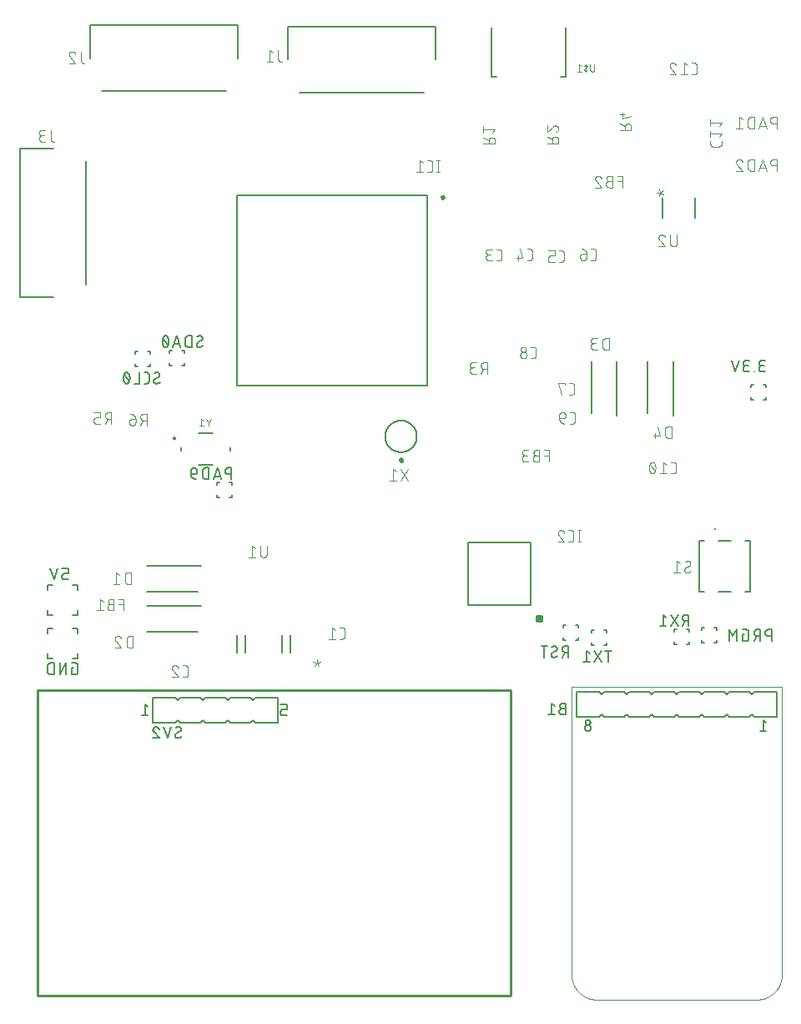
<source format=gbr>
G04 EAGLE Gerber RS-274X export*
G75*
%MOMM*%
%FSLAX34Y34*%
%LPD*%
%INSilkscreen Top*%
%IPPOS*%
%AMOC8*
5,1,8,0,0,1.08239X$1,22.5*%
G01*
%ADD10C,0.254000*%
%ADD11C,0.152400*%
%ADD12C,0.127000*%
%ADD13C,0.101600*%
%ADD14C,0.200000*%
%ADD15C,0.250000*%
%ADD16C,0.400000*%
%ADD17C,0.200000*%
%ADD18C,0.050800*%
%ADD19C,0.076200*%
%ADD20C,0.000000*%


D10*
X-290000Y10000D02*
X-770000Y10000D01*
X-770000Y320000D01*
X-290000Y320000D01*
X-290000Y10000D01*
D11*
X-760366Y396035D02*
X-760366Y401115D01*
X-760366Y396035D02*
X-755286Y396035D01*
X-734966Y396035D02*
X-729886Y396035D01*
X-729886Y401115D01*
X-729886Y421435D02*
X-729886Y426515D01*
X-734966Y426515D01*
X-755286Y426515D02*
X-760366Y426515D01*
X-760366Y421435D01*
D12*
X-742916Y431823D02*
X-739106Y431823D01*
X-742916Y431823D02*
X-743016Y431825D01*
X-743115Y431831D01*
X-743215Y431841D01*
X-743313Y431854D01*
X-743412Y431872D01*
X-743509Y431893D01*
X-743605Y431918D01*
X-743701Y431947D01*
X-743795Y431980D01*
X-743888Y432016D01*
X-743979Y432056D01*
X-744069Y432100D01*
X-744157Y432147D01*
X-744243Y432197D01*
X-744327Y432251D01*
X-744409Y432308D01*
X-744488Y432368D01*
X-744566Y432432D01*
X-744640Y432498D01*
X-744712Y432567D01*
X-744781Y432639D01*
X-744847Y432713D01*
X-744911Y432791D01*
X-744971Y432870D01*
X-745028Y432952D01*
X-745082Y433036D01*
X-745132Y433122D01*
X-745179Y433210D01*
X-745223Y433300D01*
X-745263Y433391D01*
X-745299Y433484D01*
X-745332Y433578D01*
X-745361Y433674D01*
X-745386Y433770D01*
X-745407Y433867D01*
X-745425Y433966D01*
X-745438Y434064D01*
X-745448Y434164D01*
X-745454Y434263D01*
X-745456Y434363D01*
X-745456Y435633D01*
X-745454Y435733D01*
X-745448Y435832D01*
X-745438Y435932D01*
X-745425Y436030D01*
X-745407Y436129D01*
X-745386Y436226D01*
X-745361Y436322D01*
X-745332Y436418D01*
X-745299Y436512D01*
X-745263Y436605D01*
X-745223Y436696D01*
X-745179Y436786D01*
X-745132Y436874D01*
X-745082Y436960D01*
X-745028Y437044D01*
X-744971Y437126D01*
X-744911Y437205D01*
X-744847Y437283D01*
X-744781Y437357D01*
X-744712Y437429D01*
X-744640Y437498D01*
X-744566Y437564D01*
X-744488Y437628D01*
X-744409Y437688D01*
X-744327Y437745D01*
X-744243Y437799D01*
X-744157Y437849D01*
X-744069Y437896D01*
X-743979Y437940D01*
X-743888Y437980D01*
X-743795Y438016D01*
X-743701Y438049D01*
X-743605Y438078D01*
X-743509Y438103D01*
X-743412Y438124D01*
X-743313Y438142D01*
X-743215Y438155D01*
X-743115Y438165D01*
X-743016Y438171D01*
X-742916Y438173D01*
X-739106Y438173D01*
X-739106Y443253D01*
X-745456Y443253D01*
X-749901Y443253D02*
X-753711Y431823D01*
X-757521Y443253D01*
D13*
X-464114Y371613D02*
X-461517Y371613D01*
X-461418Y371615D01*
X-461318Y371621D01*
X-461219Y371630D01*
X-461121Y371643D01*
X-461023Y371660D01*
X-460925Y371681D01*
X-460829Y371706D01*
X-460734Y371734D01*
X-460640Y371766D01*
X-460547Y371801D01*
X-460455Y371840D01*
X-460365Y371883D01*
X-460277Y371928D01*
X-460190Y371978D01*
X-460106Y372030D01*
X-460023Y372086D01*
X-459943Y372144D01*
X-459865Y372206D01*
X-459790Y372271D01*
X-459717Y372339D01*
X-459647Y372409D01*
X-459579Y372482D01*
X-459514Y372557D01*
X-459452Y372635D01*
X-459394Y372715D01*
X-459338Y372798D01*
X-459286Y372882D01*
X-459236Y372969D01*
X-459191Y373057D01*
X-459148Y373147D01*
X-459109Y373239D01*
X-459074Y373332D01*
X-459042Y373426D01*
X-459014Y373521D01*
X-458989Y373617D01*
X-458968Y373715D01*
X-458951Y373813D01*
X-458938Y373911D01*
X-458929Y374010D01*
X-458923Y374110D01*
X-458921Y374209D01*
X-458921Y380701D01*
X-458923Y380800D01*
X-458929Y380900D01*
X-458938Y380999D01*
X-458951Y381097D01*
X-458968Y381195D01*
X-458989Y381293D01*
X-459014Y381389D01*
X-459042Y381484D01*
X-459074Y381578D01*
X-459109Y381671D01*
X-459148Y381763D01*
X-459191Y381853D01*
X-459236Y381941D01*
X-459286Y382028D01*
X-459338Y382112D01*
X-459394Y382195D01*
X-459452Y382275D01*
X-459514Y382353D01*
X-459579Y382428D01*
X-459647Y382501D01*
X-459717Y382571D01*
X-459790Y382639D01*
X-459865Y382704D01*
X-459943Y382766D01*
X-460023Y382824D01*
X-460106Y382880D01*
X-460190Y382932D01*
X-460277Y382982D01*
X-460365Y383027D01*
X-460455Y383070D01*
X-460547Y383109D01*
X-460639Y383144D01*
X-460734Y383176D01*
X-460829Y383204D01*
X-460925Y383229D01*
X-461023Y383250D01*
X-461121Y383267D01*
X-461219Y383280D01*
X-461318Y383289D01*
X-461418Y383295D01*
X-461517Y383297D01*
X-464114Y383297D01*
X-468479Y380701D02*
X-471725Y383297D01*
X-471725Y371613D01*
X-474970Y371613D02*
X-468479Y371613D01*
X-127588Y539427D02*
X-124992Y539427D01*
X-124893Y539429D01*
X-124793Y539435D01*
X-124694Y539444D01*
X-124596Y539457D01*
X-124498Y539474D01*
X-124400Y539495D01*
X-124304Y539520D01*
X-124209Y539548D01*
X-124115Y539580D01*
X-124022Y539615D01*
X-123930Y539654D01*
X-123840Y539697D01*
X-123752Y539742D01*
X-123665Y539792D01*
X-123581Y539844D01*
X-123498Y539900D01*
X-123418Y539958D01*
X-123340Y540020D01*
X-123265Y540085D01*
X-123192Y540153D01*
X-123122Y540223D01*
X-123054Y540296D01*
X-122989Y540371D01*
X-122927Y540449D01*
X-122869Y540529D01*
X-122813Y540612D01*
X-122761Y540696D01*
X-122711Y540783D01*
X-122666Y540871D01*
X-122623Y540961D01*
X-122584Y541053D01*
X-122549Y541146D01*
X-122517Y541240D01*
X-122489Y541335D01*
X-122464Y541431D01*
X-122443Y541529D01*
X-122426Y541627D01*
X-122413Y541725D01*
X-122404Y541824D01*
X-122398Y541924D01*
X-122396Y542023D01*
X-122395Y542023D02*
X-122395Y548514D01*
X-122396Y548514D02*
X-122398Y548613D01*
X-122404Y548713D01*
X-122413Y548812D01*
X-122426Y548910D01*
X-122443Y549008D01*
X-122464Y549106D01*
X-122489Y549202D01*
X-122517Y549297D01*
X-122549Y549391D01*
X-122584Y549484D01*
X-122623Y549576D01*
X-122666Y549666D01*
X-122711Y549754D01*
X-122761Y549841D01*
X-122813Y549925D01*
X-122869Y550008D01*
X-122927Y550088D01*
X-122989Y550166D01*
X-123054Y550241D01*
X-123122Y550314D01*
X-123192Y550384D01*
X-123265Y550452D01*
X-123340Y550517D01*
X-123418Y550579D01*
X-123498Y550637D01*
X-123581Y550693D01*
X-123665Y550745D01*
X-123752Y550795D01*
X-123840Y550840D01*
X-123930Y550883D01*
X-124022Y550922D01*
X-124114Y550957D01*
X-124209Y550989D01*
X-124304Y551017D01*
X-124400Y551042D01*
X-124498Y551063D01*
X-124596Y551080D01*
X-124694Y551093D01*
X-124793Y551102D01*
X-124893Y551108D01*
X-124992Y551110D01*
X-124992Y551111D02*
X-127588Y551111D01*
X-131954Y548514D02*
X-135199Y551111D01*
X-135199Y539427D01*
X-131954Y539427D02*
X-138445Y539427D01*
X-143384Y545269D02*
X-143387Y545499D01*
X-143395Y545729D01*
X-143409Y545958D01*
X-143428Y546187D01*
X-143453Y546416D01*
X-143483Y546643D01*
X-143518Y546871D01*
X-143559Y547097D01*
X-143605Y547322D01*
X-143657Y547546D01*
X-143714Y547768D01*
X-143776Y547990D01*
X-143844Y548209D01*
X-143917Y548427D01*
X-143995Y548644D01*
X-144078Y548858D01*
X-144166Y549070D01*
X-144259Y549280D01*
X-144358Y549488D01*
X-144357Y549488D02*
X-144390Y549578D01*
X-144426Y549667D01*
X-144466Y549755D01*
X-144510Y549840D01*
X-144557Y549924D01*
X-144607Y550006D01*
X-144661Y550086D01*
X-144717Y550163D01*
X-144777Y550239D01*
X-144840Y550312D01*
X-144905Y550382D01*
X-144974Y550450D01*
X-145045Y550514D01*
X-145118Y550576D01*
X-145194Y550635D01*
X-145272Y550691D01*
X-145353Y550744D01*
X-145435Y550793D01*
X-145519Y550839D01*
X-145606Y550882D01*
X-145693Y550921D01*
X-145783Y550957D01*
X-145873Y550989D01*
X-145965Y551017D01*
X-146058Y551042D01*
X-146152Y551063D01*
X-146246Y551080D01*
X-146341Y551094D01*
X-146437Y551103D01*
X-146533Y551109D01*
X-146629Y551111D01*
X-146725Y551109D01*
X-146821Y551103D01*
X-146917Y551094D01*
X-147012Y551080D01*
X-147106Y551063D01*
X-147200Y551042D01*
X-147293Y551017D01*
X-147385Y550989D01*
X-147475Y550957D01*
X-147565Y550921D01*
X-147652Y550882D01*
X-147739Y550839D01*
X-147823Y550793D01*
X-147905Y550744D01*
X-147986Y550691D01*
X-148064Y550635D01*
X-148140Y550576D01*
X-148213Y550514D01*
X-148284Y550450D01*
X-148353Y550382D01*
X-148418Y550312D01*
X-148481Y550239D01*
X-148541Y550163D01*
X-148597Y550086D01*
X-148651Y550006D01*
X-148701Y549924D01*
X-148748Y549840D01*
X-148792Y549755D01*
X-148832Y549667D01*
X-148868Y549578D01*
X-148901Y549488D01*
X-149000Y549281D01*
X-149093Y549071D01*
X-149181Y548858D01*
X-149264Y548644D01*
X-149342Y548428D01*
X-149415Y548210D01*
X-149483Y547990D01*
X-149545Y547769D01*
X-149602Y547546D01*
X-149654Y547322D01*
X-149700Y547097D01*
X-149741Y546871D01*
X-149776Y546644D01*
X-149806Y546416D01*
X-149831Y546187D01*
X-149850Y545958D01*
X-149864Y545729D01*
X-149872Y545499D01*
X-149875Y545269D01*
X-143383Y545269D02*
X-143386Y545039D01*
X-143394Y544809D01*
X-143408Y544580D01*
X-143427Y544351D01*
X-143452Y544122D01*
X-143482Y543894D01*
X-143517Y543667D01*
X-143558Y543441D01*
X-143604Y543216D01*
X-143656Y542992D01*
X-143713Y542769D01*
X-143775Y542548D01*
X-143843Y542328D01*
X-143916Y542110D01*
X-143994Y541894D01*
X-144077Y541680D01*
X-144165Y541468D01*
X-144258Y541257D01*
X-144357Y541050D01*
X-144390Y540960D01*
X-144426Y540871D01*
X-144467Y540783D01*
X-144510Y540698D01*
X-144557Y540614D01*
X-144607Y540532D01*
X-144661Y540452D01*
X-144717Y540375D01*
X-144777Y540299D01*
X-144840Y540226D01*
X-144905Y540156D01*
X-144974Y540088D01*
X-145045Y540024D01*
X-145118Y539962D01*
X-145194Y539903D01*
X-145272Y539847D01*
X-145353Y539794D01*
X-145435Y539745D01*
X-145519Y539699D01*
X-145606Y539656D01*
X-145693Y539617D01*
X-145783Y539581D01*
X-145873Y539549D01*
X-145965Y539521D01*
X-146058Y539496D01*
X-146152Y539475D01*
X-146246Y539458D01*
X-146341Y539444D01*
X-146437Y539435D01*
X-146533Y539429D01*
X-146629Y539427D01*
X-148901Y541050D02*
X-149000Y541257D01*
X-149093Y541468D01*
X-149181Y541680D01*
X-149264Y541894D01*
X-149342Y542110D01*
X-149415Y542328D01*
X-149483Y542548D01*
X-149545Y542769D01*
X-149602Y542992D01*
X-149654Y543216D01*
X-149700Y543441D01*
X-149741Y543667D01*
X-149776Y543894D01*
X-149806Y544122D01*
X-149831Y544351D01*
X-149850Y544580D01*
X-149864Y544809D01*
X-149872Y545039D01*
X-149875Y545269D01*
X-148901Y541050D02*
X-148868Y540960D01*
X-148832Y540871D01*
X-148792Y540783D01*
X-148748Y540698D01*
X-148701Y540614D01*
X-148651Y540532D01*
X-148597Y540452D01*
X-148541Y540375D01*
X-148481Y540299D01*
X-148418Y540226D01*
X-148353Y540156D01*
X-148284Y540088D01*
X-148213Y540024D01*
X-148140Y539962D01*
X-148064Y539903D01*
X-147986Y539847D01*
X-147905Y539794D01*
X-147823Y539745D01*
X-147739Y539699D01*
X-147652Y539656D01*
X-147565Y539617D01*
X-147475Y539581D01*
X-147385Y539549D01*
X-147293Y539521D01*
X-147200Y539496D01*
X-147106Y539475D01*
X-147012Y539458D01*
X-146917Y539444D01*
X-146821Y539435D01*
X-146725Y539429D01*
X-146629Y539427D01*
X-144033Y542023D02*
X-149226Y548514D01*
X-87669Y873800D02*
X-87669Y876396D01*
X-87668Y873800D02*
X-87666Y873701D01*
X-87660Y873601D01*
X-87651Y873502D01*
X-87638Y873404D01*
X-87621Y873306D01*
X-87600Y873208D01*
X-87575Y873112D01*
X-87547Y873017D01*
X-87515Y872923D01*
X-87480Y872830D01*
X-87441Y872738D01*
X-87398Y872648D01*
X-87353Y872560D01*
X-87303Y872473D01*
X-87251Y872389D01*
X-87195Y872306D01*
X-87137Y872226D01*
X-87075Y872148D01*
X-87010Y872073D01*
X-86942Y872000D01*
X-86872Y871930D01*
X-86799Y871862D01*
X-86724Y871797D01*
X-86646Y871735D01*
X-86566Y871677D01*
X-86483Y871621D01*
X-86399Y871569D01*
X-86312Y871519D01*
X-86224Y871474D01*
X-86134Y871431D01*
X-86042Y871392D01*
X-85949Y871357D01*
X-85855Y871325D01*
X-85760Y871297D01*
X-85664Y871272D01*
X-85566Y871251D01*
X-85468Y871234D01*
X-85370Y871221D01*
X-85271Y871212D01*
X-85171Y871206D01*
X-85072Y871204D01*
X-85072Y871203D02*
X-78581Y871203D01*
X-78482Y871205D01*
X-78382Y871211D01*
X-78283Y871220D01*
X-78185Y871233D01*
X-78087Y871251D01*
X-77989Y871271D01*
X-77893Y871296D01*
X-77797Y871324D01*
X-77703Y871356D01*
X-77610Y871391D01*
X-77519Y871430D01*
X-77429Y871473D01*
X-77340Y871518D01*
X-77254Y871568D01*
X-77169Y871620D01*
X-77087Y871676D01*
X-77007Y871735D01*
X-76929Y871796D01*
X-76853Y871861D01*
X-76780Y871929D01*
X-76710Y871999D01*
X-76642Y872072D01*
X-76577Y872148D01*
X-76516Y872226D01*
X-76457Y872306D01*
X-76401Y872388D01*
X-76349Y872473D01*
X-76300Y872559D01*
X-76254Y872648D01*
X-76211Y872738D01*
X-76172Y872829D01*
X-76137Y872922D01*
X-76105Y873016D01*
X-76077Y873112D01*
X-76052Y873208D01*
X-76032Y873306D01*
X-76014Y873404D01*
X-76001Y873502D01*
X-75992Y873601D01*
X-75986Y873700D01*
X-75984Y873800D01*
X-75985Y873800D02*
X-75985Y876396D01*
X-78581Y880761D02*
X-75985Y884007D01*
X-87669Y884007D01*
X-87669Y887252D02*
X-87669Y880761D01*
X-78581Y892191D02*
X-75985Y895437D01*
X-87669Y895437D01*
X-87669Y898682D02*
X-87669Y892191D01*
X-104096Y944282D02*
X-106693Y944282D01*
X-104096Y944283D02*
X-103997Y944285D01*
X-103897Y944291D01*
X-103798Y944300D01*
X-103700Y944313D01*
X-103602Y944330D01*
X-103504Y944351D01*
X-103408Y944376D01*
X-103313Y944404D01*
X-103219Y944436D01*
X-103126Y944471D01*
X-103034Y944510D01*
X-102944Y944553D01*
X-102856Y944598D01*
X-102769Y944648D01*
X-102685Y944700D01*
X-102602Y944756D01*
X-102522Y944814D01*
X-102444Y944876D01*
X-102369Y944941D01*
X-102296Y945009D01*
X-102226Y945079D01*
X-102158Y945152D01*
X-102093Y945227D01*
X-102031Y945305D01*
X-101973Y945385D01*
X-101917Y945468D01*
X-101865Y945552D01*
X-101815Y945639D01*
X-101770Y945727D01*
X-101727Y945817D01*
X-101688Y945909D01*
X-101653Y946002D01*
X-101621Y946096D01*
X-101593Y946191D01*
X-101568Y946287D01*
X-101547Y946385D01*
X-101530Y946483D01*
X-101517Y946581D01*
X-101508Y946680D01*
X-101502Y946780D01*
X-101500Y946879D01*
X-101500Y953370D01*
X-101502Y953469D01*
X-101508Y953569D01*
X-101517Y953668D01*
X-101530Y953766D01*
X-101547Y953864D01*
X-101568Y953962D01*
X-101593Y954058D01*
X-101621Y954153D01*
X-101653Y954247D01*
X-101688Y954340D01*
X-101727Y954432D01*
X-101770Y954522D01*
X-101815Y954610D01*
X-101865Y954697D01*
X-101917Y954781D01*
X-101973Y954864D01*
X-102031Y954944D01*
X-102093Y955022D01*
X-102158Y955097D01*
X-102226Y955170D01*
X-102296Y955240D01*
X-102369Y955308D01*
X-102444Y955373D01*
X-102522Y955435D01*
X-102602Y955493D01*
X-102685Y955549D01*
X-102769Y955601D01*
X-102856Y955651D01*
X-102944Y955696D01*
X-103034Y955739D01*
X-103126Y955778D01*
X-103218Y955813D01*
X-103313Y955845D01*
X-103408Y955873D01*
X-103504Y955898D01*
X-103602Y955919D01*
X-103700Y955936D01*
X-103798Y955949D01*
X-103897Y955958D01*
X-103997Y955964D01*
X-104096Y955966D01*
X-106693Y955966D01*
X-111058Y953370D02*
X-114304Y955966D01*
X-114304Y944282D01*
X-117549Y944282D02*
X-111058Y944282D01*
X-126058Y955966D02*
X-126165Y955964D01*
X-126271Y955958D01*
X-126377Y955948D01*
X-126483Y955935D01*
X-126589Y955917D01*
X-126693Y955896D01*
X-126797Y955871D01*
X-126900Y955842D01*
X-127001Y955810D01*
X-127101Y955773D01*
X-127200Y955733D01*
X-127298Y955690D01*
X-127394Y955643D01*
X-127488Y955592D01*
X-127580Y955538D01*
X-127670Y955481D01*
X-127758Y955421D01*
X-127843Y955357D01*
X-127926Y955290D01*
X-128007Y955220D01*
X-128085Y955148D01*
X-128161Y955072D01*
X-128233Y954994D01*
X-128303Y954913D01*
X-128370Y954830D01*
X-128434Y954745D01*
X-128494Y954657D01*
X-128551Y954567D01*
X-128605Y954475D01*
X-128656Y954381D01*
X-128703Y954285D01*
X-128746Y954187D01*
X-128786Y954088D01*
X-128823Y953988D01*
X-128855Y953887D01*
X-128884Y953784D01*
X-128909Y953680D01*
X-128930Y953576D01*
X-128948Y953470D01*
X-128961Y953364D01*
X-128971Y953258D01*
X-128977Y953152D01*
X-128979Y953045D01*
X-126058Y955967D02*
X-125937Y955965D01*
X-125816Y955959D01*
X-125696Y955949D01*
X-125575Y955936D01*
X-125456Y955918D01*
X-125336Y955897D01*
X-125218Y955872D01*
X-125101Y955843D01*
X-124984Y955810D01*
X-124869Y955774D01*
X-124755Y955733D01*
X-124642Y955690D01*
X-124530Y955642D01*
X-124421Y955591D01*
X-124313Y955536D01*
X-124206Y955478D01*
X-124102Y955417D01*
X-124000Y955352D01*
X-123900Y955284D01*
X-123802Y955213D01*
X-123706Y955139D01*
X-123613Y955062D01*
X-123523Y954981D01*
X-123435Y954898D01*
X-123350Y954812D01*
X-123267Y954723D01*
X-123188Y954632D01*
X-123111Y954538D01*
X-123038Y954442D01*
X-122968Y954344D01*
X-122901Y954243D01*
X-122837Y954140D01*
X-122777Y954035D01*
X-122720Y953928D01*
X-122666Y953820D01*
X-122616Y953710D01*
X-122570Y953598D01*
X-122527Y953485D01*
X-122488Y953370D01*
X-128006Y950773D02*
X-128085Y950850D01*
X-128161Y950931D01*
X-128234Y951014D01*
X-128304Y951099D01*
X-128371Y951187D01*
X-128435Y951277D01*
X-128495Y951369D01*
X-128552Y951464D01*
X-128606Y951560D01*
X-128657Y951658D01*
X-128704Y951758D01*
X-128748Y951860D01*
X-128788Y951963D01*
X-128824Y952067D01*
X-128856Y952173D01*
X-128885Y952279D01*
X-128910Y952387D01*
X-128932Y952495D01*
X-128949Y952605D01*
X-128963Y952714D01*
X-128972Y952824D01*
X-128978Y952935D01*
X-128980Y953045D01*
X-128006Y950773D02*
X-122488Y944282D01*
X-128979Y944282D01*
X-620551Y333087D02*
X-623147Y333087D01*
X-620551Y333087D02*
X-620452Y333089D01*
X-620352Y333095D01*
X-620253Y333104D01*
X-620155Y333117D01*
X-620057Y333134D01*
X-619959Y333155D01*
X-619863Y333180D01*
X-619768Y333208D01*
X-619674Y333240D01*
X-619581Y333275D01*
X-619489Y333314D01*
X-619399Y333357D01*
X-619311Y333402D01*
X-619224Y333452D01*
X-619140Y333504D01*
X-619057Y333560D01*
X-618977Y333618D01*
X-618899Y333680D01*
X-618824Y333745D01*
X-618751Y333813D01*
X-618681Y333883D01*
X-618613Y333956D01*
X-618548Y334031D01*
X-618486Y334109D01*
X-618428Y334189D01*
X-618372Y334272D01*
X-618320Y334356D01*
X-618270Y334443D01*
X-618225Y334531D01*
X-618182Y334621D01*
X-618143Y334713D01*
X-618108Y334806D01*
X-618076Y334900D01*
X-618048Y334995D01*
X-618023Y335091D01*
X-618002Y335189D01*
X-617985Y335287D01*
X-617972Y335385D01*
X-617963Y335484D01*
X-617957Y335584D01*
X-617955Y335683D01*
X-617954Y335683D02*
X-617954Y342174D01*
X-617955Y342174D02*
X-617957Y342273D01*
X-617963Y342373D01*
X-617972Y342472D01*
X-617985Y342570D01*
X-618002Y342668D01*
X-618023Y342766D01*
X-618048Y342862D01*
X-618076Y342957D01*
X-618108Y343051D01*
X-618143Y343144D01*
X-618182Y343236D01*
X-618225Y343326D01*
X-618270Y343414D01*
X-618320Y343501D01*
X-618372Y343585D01*
X-618428Y343668D01*
X-618486Y343748D01*
X-618548Y343826D01*
X-618613Y343901D01*
X-618681Y343974D01*
X-618751Y344044D01*
X-618824Y344112D01*
X-618899Y344177D01*
X-618977Y344239D01*
X-619057Y344297D01*
X-619140Y344353D01*
X-619224Y344405D01*
X-619311Y344455D01*
X-619399Y344500D01*
X-619489Y344543D01*
X-619581Y344582D01*
X-619673Y344617D01*
X-619768Y344649D01*
X-619863Y344677D01*
X-619959Y344702D01*
X-620057Y344723D01*
X-620155Y344740D01*
X-620253Y344753D01*
X-620352Y344762D01*
X-620452Y344768D01*
X-620551Y344770D01*
X-620551Y344771D02*
X-623147Y344771D01*
X-631083Y344771D02*
X-631190Y344769D01*
X-631296Y344763D01*
X-631402Y344753D01*
X-631508Y344740D01*
X-631614Y344722D01*
X-631718Y344701D01*
X-631822Y344676D01*
X-631925Y344647D01*
X-632026Y344615D01*
X-632126Y344578D01*
X-632225Y344538D01*
X-632323Y344495D01*
X-632419Y344448D01*
X-632513Y344397D01*
X-632605Y344343D01*
X-632695Y344286D01*
X-632783Y344226D01*
X-632868Y344162D01*
X-632951Y344095D01*
X-633032Y344025D01*
X-633110Y343953D01*
X-633186Y343877D01*
X-633258Y343799D01*
X-633328Y343718D01*
X-633395Y343635D01*
X-633459Y343550D01*
X-633519Y343462D01*
X-633576Y343372D01*
X-633630Y343280D01*
X-633681Y343186D01*
X-633728Y343090D01*
X-633771Y342992D01*
X-633811Y342893D01*
X-633848Y342793D01*
X-633880Y342692D01*
X-633909Y342589D01*
X-633934Y342485D01*
X-633955Y342381D01*
X-633973Y342275D01*
X-633986Y342169D01*
X-633996Y342063D01*
X-634002Y341957D01*
X-634004Y341850D01*
X-631083Y344771D02*
X-630962Y344769D01*
X-630841Y344763D01*
X-630721Y344753D01*
X-630600Y344740D01*
X-630481Y344722D01*
X-630361Y344701D01*
X-630243Y344676D01*
X-630126Y344647D01*
X-630009Y344614D01*
X-629894Y344578D01*
X-629780Y344537D01*
X-629667Y344494D01*
X-629555Y344446D01*
X-629446Y344395D01*
X-629338Y344340D01*
X-629231Y344282D01*
X-629127Y344221D01*
X-629025Y344156D01*
X-628925Y344088D01*
X-628827Y344017D01*
X-628731Y343943D01*
X-628638Y343866D01*
X-628548Y343785D01*
X-628460Y343702D01*
X-628375Y343616D01*
X-628292Y343527D01*
X-628213Y343436D01*
X-628136Y343342D01*
X-628063Y343246D01*
X-627993Y343148D01*
X-627926Y343047D01*
X-627862Y342944D01*
X-627802Y342839D01*
X-627745Y342732D01*
X-627691Y342624D01*
X-627641Y342514D01*
X-627595Y342402D01*
X-627552Y342289D01*
X-627513Y342174D01*
X-633030Y339578D02*
X-633109Y339655D01*
X-633185Y339736D01*
X-633258Y339819D01*
X-633328Y339904D01*
X-633395Y339992D01*
X-633459Y340082D01*
X-633519Y340174D01*
X-633576Y340269D01*
X-633630Y340365D01*
X-633681Y340463D01*
X-633728Y340563D01*
X-633772Y340665D01*
X-633812Y340768D01*
X-633848Y340872D01*
X-633880Y340978D01*
X-633909Y341084D01*
X-633934Y341192D01*
X-633956Y341300D01*
X-633973Y341410D01*
X-633987Y341519D01*
X-633996Y341629D01*
X-634002Y341740D01*
X-634004Y341850D01*
X-633030Y339578D02*
X-627513Y333087D01*
X-634004Y333087D01*
X-304612Y755344D02*
X-302016Y755344D01*
X-301917Y755346D01*
X-301817Y755352D01*
X-301718Y755361D01*
X-301620Y755374D01*
X-301522Y755391D01*
X-301424Y755412D01*
X-301328Y755437D01*
X-301233Y755465D01*
X-301139Y755497D01*
X-301046Y755532D01*
X-300954Y755571D01*
X-300864Y755614D01*
X-300776Y755659D01*
X-300689Y755709D01*
X-300605Y755761D01*
X-300522Y755817D01*
X-300442Y755875D01*
X-300364Y755937D01*
X-300289Y756002D01*
X-300216Y756070D01*
X-300146Y756140D01*
X-300078Y756213D01*
X-300013Y756288D01*
X-299951Y756366D01*
X-299893Y756446D01*
X-299837Y756529D01*
X-299785Y756613D01*
X-299735Y756700D01*
X-299690Y756788D01*
X-299647Y756878D01*
X-299608Y756970D01*
X-299573Y757063D01*
X-299541Y757157D01*
X-299513Y757252D01*
X-299488Y757348D01*
X-299467Y757446D01*
X-299450Y757544D01*
X-299437Y757642D01*
X-299428Y757741D01*
X-299422Y757841D01*
X-299420Y757940D01*
X-299419Y757940D02*
X-299419Y764431D01*
X-299420Y764431D02*
X-299422Y764530D01*
X-299428Y764630D01*
X-299437Y764729D01*
X-299450Y764827D01*
X-299467Y764925D01*
X-299488Y765023D01*
X-299513Y765119D01*
X-299541Y765214D01*
X-299573Y765308D01*
X-299608Y765401D01*
X-299647Y765493D01*
X-299690Y765583D01*
X-299735Y765671D01*
X-299785Y765758D01*
X-299837Y765842D01*
X-299893Y765925D01*
X-299951Y766005D01*
X-300013Y766083D01*
X-300078Y766158D01*
X-300146Y766231D01*
X-300216Y766301D01*
X-300289Y766369D01*
X-300364Y766434D01*
X-300442Y766496D01*
X-300522Y766554D01*
X-300605Y766610D01*
X-300689Y766662D01*
X-300776Y766712D01*
X-300864Y766757D01*
X-300954Y766800D01*
X-301046Y766839D01*
X-301138Y766874D01*
X-301233Y766906D01*
X-301328Y766934D01*
X-301424Y766959D01*
X-301522Y766980D01*
X-301620Y766997D01*
X-301718Y767010D01*
X-301817Y767019D01*
X-301917Y767025D01*
X-302016Y767027D01*
X-302016Y767028D02*
X-304612Y767028D01*
X-308977Y755344D02*
X-312223Y755344D01*
X-312223Y755343D02*
X-312336Y755345D01*
X-312449Y755351D01*
X-312562Y755361D01*
X-312675Y755375D01*
X-312787Y755392D01*
X-312898Y755414D01*
X-313008Y755439D01*
X-313118Y755469D01*
X-313226Y755502D01*
X-313333Y755539D01*
X-313439Y755579D01*
X-313543Y755624D01*
X-313646Y755672D01*
X-313747Y755723D01*
X-313846Y755778D01*
X-313943Y755836D01*
X-314038Y755898D01*
X-314131Y755963D01*
X-314221Y756031D01*
X-314309Y756102D01*
X-314395Y756177D01*
X-314478Y756254D01*
X-314558Y756334D01*
X-314635Y756417D01*
X-314710Y756503D01*
X-314781Y756591D01*
X-314849Y756681D01*
X-314914Y756774D01*
X-314976Y756869D01*
X-315034Y756966D01*
X-315089Y757065D01*
X-315140Y757166D01*
X-315188Y757269D01*
X-315233Y757373D01*
X-315273Y757479D01*
X-315310Y757586D01*
X-315343Y757694D01*
X-315373Y757804D01*
X-315398Y757914D01*
X-315420Y758025D01*
X-315437Y758137D01*
X-315451Y758250D01*
X-315461Y758363D01*
X-315467Y758476D01*
X-315469Y758589D01*
X-315467Y758702D01*
X-315461Y758815D01*
X-315451Y758928D01*
X-315437Y759041D01*
X-315420Y759153D01*
X-315398Y759264D01*
X-315373Y759374D01*
X-315343Y759484D01*
X-315310Y759592D01*
X-315273Y759699D01*
X-315233Y759805D01*
X-315188Y759909D01*
X-315140Y760012D01*
X-315089Y760113D01*
X-315034Y760212D01*
X-314976Y760309D01*
X-314914Y760404D01*
X-314849Y760497D01*
X-314781Y760587D01*
X-314710Y760675D01*
X-314635Y760761D01*
X-314558Y760844D01*
X-314478Y760924D01*
X-314395Y761001D01*
X-314309Y761076D01*
X-314221Y761147D01*
X-314131Y761215D01*
X-314038Y761280D01*
X-313943Y761342D01*
X-313846Y761400D01*
X-313747Y761455D01*
X-313646Y761506D01*
X-313543Y761554D01*
X-313439Y761599D01*
X-313333Y761639D01*
X-313226Y761676D01*
X-313118Y761709D01*
X-313008Y761739D01*
X-312898Y761764D01*
X-312787Y761786D01*
X-312675Y761803D01*
X-312562Y761817D01*
X-312449Y761827D01*
X-312336Y761833D01*
X-312223Y761835D01*
X-312872Y767028D02*
X-308977Y767028D01*
X-312872Y767027D02*
X-312973Y767025D01*
X-313073Y767019D01*
X-313173Y767009D01*
X-313273Y766996D01*
X-313372Y766978D01*
X-313471Y766957D01*
X-313568Y766932D01*
X-313665Y766903D01*
X-313760Y766870D01*
X-313854Y766834D01*
X-313946Y766794D01*
X-314037Y766751D01*
X-314126Y766704D01*
X-314213Y766654D01*
X-314299Y766600D01*
X-314382Y766543D01*
X-314462Y766483D01*
X-314541Y766420D01*
X-314617Y766353D01*
X-314690Y766284D01*
X-314760Y766212D01*
X-314828Y766138D01*
X-314893Y766061D01*
X-314954Y765981D01*
X-315013Y765899D01*
X-315068Y765815D01*
X-315120Y765729D01*
X-315169Y765641D01*
X-315214Y765551D01*
X-315256Y765459D01*
X-315294Y765366D01*
X-315328Y765271D01*
X-315359Y765176D01*
X-315386Y765079D01*
X-315409Y764981D01*
X-315429Y764882D01*
X-315444Y764782D01*
X-315456Y764682D01*
X-315464Y764582D01*
X-315468Y764481D01*
X-315468Y764381D01*
X-315464Y764280D01*
X-315456Y764180D01*
X-315444Y764080D01*
X-315429Y763980D01*
X-315409Y763881D01*
X-315386Y763783D01*
X-315359Y763686D01*
X-315328Y763591D01*
X-315294Y763496D01*
X-315256Y763403D01*
X-315214Y763311D01*
X-315169Y763221D01*
X-315120Y763133D01*
X-315068Y763047D01*
X-315013Y762963D01*
X-314954Y762881D01*
X-314893Y762801D01*
X-314828Y762724D01*
X-314760Y762650D01*
X-314690Y762578D01*
X-314617Y762509D01*
X-314541Y762442D01*
X-314462Y762379D01*
X-314382Y762319D01*
X-314299Y762262D01*
X-314213Y762208D01*
X-314126Y762158D01*
X-314037Y762111D01*
X-313946Y762068D01*
X-313854Y762028D01*
X-313760Y761992D01*
X-313665Y761959D01*
X-313568Y761930D01*
X-313471Y761905D01*
X-313372Y761884D01*
X-313273Y761866D01*
X-313173Y761853D01*
X-313073Y761843D01*
X-312973Y761837D01*
X-312872Y761835D01*
X-310276Y761835D01*
X-273747Y755562D02*
X-271150Y755562D01*
X-271150Y755563D02*
X-271051Y755565D01*
X-270951Y755571D01*
X-270852Y755580D01*
X-270754Y755593D01*
X-270656Y755610D01*
X-270558Y755631D01*
X-270462Y755656D01*
X-270367Y755684D01*
X-270273Y755716D01*
X-270180Y755751D01*
X-270088Y755790D01*
X-269998Y755833D01*
X-269910Y755878D01*
X-269823Y755928D01*
X-269739Y755980D01*
X-269656Y756036D01*
X-269576Y756094D01*
X-269498Y756156D01*
X-269423Y756221D01*
X-269350Y756289D01*
X-269280Y756359D01*
X-269212Y756432D01*
X-269147Y756507D01*
X-269085Y756585D01*
X-269027Y756665D01*
X-268971Y756748D01*
X-268919Y756832D01*
X-268869Y756919D01*
X-268824Y757007D01*
X-268781Y757097D01*
X-268742Y757189D01*
X-268707Y757282D01*
X-268675Y757376D01*
X-268647Y757471D01*
X-268622Y757567D01*
X-268601Y757665D01*
X-268584Y757763D01*
X-268571Y757861D01*
X-268562Y757960D01*
X-268556Y758060D01*
X-268554Y758159D01*
X-268554Y764650D01*
X-268556Y764749D01*
X-268562Y764849D01*
X-268571Y764948D01*
X-268584Y765046D01*
X-268601Y765144D01*
X-268622Y765242D01*
X-268647Y765338D01*
X-268675Y765433D01*
X-268707Y765527D01*
X-268742Y765620D01*
X-268781Y765712D01*
X-268824Y765802D01*
X-268869Y765890D01*
X-268919Y765977D01*
X-268971Y766061D01*
X-269027Y766144D01*
X-269085Y766224D01*
X-269147Y766302D01*
X-269212Y766377D01*
X-269280Y766450D01*
X-269350Y766520D01*
X-269423Y766588D01*
X-269498Y766653D01*
X-269576Y766715D01*
X-269656Y766773D01*
X-269739Y766829D01*
X-269823Y766881D01*
X-269910Y766931D01*
X-269998Y766976D01*
X-270088Y767019D01*
X-270180Y767058D01*
X-270272Y767093D01*
X-270367Y767125D01*
X-270462Y767153D01*
X-270558Y767178D01*
X-270656Y767199D01*
X-270754Y767216D01*
X-270852Y767229D01*
X-270951Y767238D01*
X-271051Y767244D01*
X-271150Y767246D01*
X-273747Y767246D01*
X-280709Y767246D02*
X-278112Y758159D01*
X-284603Y758159D01*
X-282656Y760755D02*
X-282656Y755562D01*
X-241454Y753971D02*
X-238858Y753971D01*
X-238858Y753972D02*
X-238759Y753974D01*
X-238659Y753980D01*
X-238560Y753989D01*
X-238462Y754002D01*
X-238364Y754019D01*
X-238266Y754040D01*
X-238170Y754065D01*
X-238075Y754093D01*
X-237981Y754125D01*
X-237888Y754160D01*
X-237796Y754199D01*
X-237706Y754242D01*
X-237618Y754287D01*
X-237531Y754337D01*
X-237447Y754389D01*
X-237364Y754445D01*
X-237284Y754503D01*
X-237206Y754565D01*
X-237131Y754630D01*
X-237058Y754698D01*
X-236988Y754768D01*
X-236920Y754841D01*
X-236855Y754916D01*
X-236793Y754994D01*
X-236735Y755074D01*
X-236679Y755157D01*
X-236627Y755241D01*
X-236577Y755328D01*
X-236532Y755416D01*
X-236489Y755506D01*
X-236450Y755598D01*
X-236415Y755691D01*
X-236383Y755785D01*
X-236355Y755880D01*
X-236330Y755976D01*
X-236309Y756074D01*
X-236292Y756172D01*
X-236279Y756270D01*
X-236270Y756369D01*
X-236264Y756469D01*
X-236262Y756568D01*
X-236261Y756568D02*
X-236261Y763059D01*
X-236262Y763059D02*
X-236264Y763158D01*
X-236270Y763258D01*
X-236279Y763357D01*
X-236292Y763455D01*
X-236309Y763553D01*
X-236330Y763651D01*
X-236355Y763747D01*
X-236383Y763842D01*
X-236415Y763936D01*
X-236450Y764029D01*
X-236489Y764121D01*
X-236532Y764211D01*
X-236577Y764299D01*
X-236627Y764386D01*
X-236679Y764470D01*
X-236735Y764553D01*
X-236793Y764633D01*
X-236855Y764711D01*
X-236920Y764786D01*
X-236988Y764859D01*
X-237058Y764929D01*
X-237131Y764997D01*
X-237206Y765062D01*
X-237284Y765124D01*
X-237364Y765182D01*
X-237447Y765238D01*
X-237531Y765290D01*
X-237618Y765340D01*
X-237706Y765385D01*
X-237796Y765428D01*
X-237888Y765467D01*
X-237980Y765502D01*
X-238075Y765534D01*
X-238170Y765562D01*
X-238266Y765587D01*
X-238364Y765608D01*
X-238462Y765625D01*
X-238560Y765638D01*
X-238659Y765647D01*
X-238759Y765653D01*
X-238858Y765655D01*
X-241454Y765655D01*
X-245819Y753971D02*
X-249714Y753971D01*
X-249714Y753972D02*
X-249813Y753974D01*
X-249913Y753980D01*
X-250012Y753989D01*
X-250110Y754002D01*
X-250208Y754019D01*
X-250306Y754040D01*
X-250402Y754065D01*
X-250497Y754093D01*
X-250591Y754125D01*
X-250684Y754160D01*
X-250776Y754199D01*
X-250866Y754242D01*
X-250954Y754287D01*
X-251041Y754337D01*
X-251125Y754389D01*
X-251208Y754445D01*
X-251288Y754503D01*
X-251366Y754565D01*
X-251441Y754630D01*
X-251514Y754698D01*
X-251584Y754768D01*
X-251652Y754841D01*
X-251717Y754916D01*
X-251779Y754994D01*
X-251837Y755074D01*
X-251893Y755157D01*
X-251945Y755241D01*
X-251995Y755328D01*
X-252040Y755416D01*
X-252083Y755506D01*
X-252122Y755598D01*
X-252157Y755691D01*
X-252189Y755785D01*
X-252217Y755880D01*
X-252242Y755976D01*
X-252263Y756074D01*
X-252280Y756172D01*
X-252293Y756270D01*
X-252302Y756369D01*
X-252308Y756469D01*
X-252310Y756568D01*
X-252310Y757866D01*
X-252308Y757965D01*
X-252302Y758065D01*
X-252293Y758164D01*
X-252280Y758262D01*
X-252263Y758360D01*
X-252242Y758458D01*
X-252217Y758554D01*
X-252189Y758649D01*
X-252157Y758743D01*
X-252122Y758836D01*
X-252083Y758928D01*
X-252040Y759018D01*
X-251995Y759106D01*
X-251945Y759193D01*
X-251893Y759277D01*
X-251837Y759360D01*
X-251779Y759440D01*
X-251717Y759518D01*
X-251652Y759593D01*
X-251584Y759666D01*
X-251514Y759736D01*
X-251441Y759804D01*
X-251366Y759869D01*
X-251288Y759931D01*
X-251208Y759989D01*
X-251125Y760045D01*
X-251041Y760097D01*
X-250954Y760147D01*
X-250866Y760192D01*
X-250776Y760235D01*
X-250684Y760274D01*
X-250591Y760309D01*
X-250497Y760341D01*
X-250402Y760369D01*
X-250306Y760394D01*
X-250208Y760415D01*
X-250110Y760432D01*
X-250012Y760445D01*
X-249913Y760454D01*
X-249813Y760460D01*
X-249714Y760462D01*
X-249714Y760463D02*
X-245819Y760463D01*
X-245819Y765655D01*
X-252310Y765655D01*
X-208910Y755611D02*
X-206313Y755611D01*
X-206313Y755612D02*
X-206214Y755614D01*
X-206114Y755620D01*
X-206015Y755629D01*
X-205917Y755642D01*
X-205819Y755659D01*
X-205721Y755680D01*
X-205625Y755705D01*
X-205530Y755733D01*
X-205436Y755765D01*
X-205343Y755800D01*
X-205251Y755839D01*
X-205161Y755882D01*
X-205073Y755927D01*
X-204986Y755977D01*
X-204902Y756029D01*
X-204819Y756085D01*
X-204739Y756143D01*
X-204661Y756205D01*
X-204586Y756270D01*
X-204513Y756338D01*
X-204443Y756408D01*
X-204375Y756481D01*
X-204310Y756556D01*
X-204248Y756634D01*
X-204190Y756714D01*
X-204134Y756797D01*
X-204082Y756881D01*
X-204032Y756968D01*
X-203987Y757056D01*
X-203944Y757146D01*
X-203905Y757238D01*
X-203870Y757331D01*
X-203838Y757425D01*
X-203810Y757520D01*
X-203785Y757616D01*
X-203764Y757714D01*
X-203747Y757812D01*
X-203734Y757910D01*
X-203725Y758009D01*
X-203719Y758109D01*
X-203717Y758208D01*
X-203717Y764699D01*
X-203719Y764798D01*
X-203725Y764898D01*
X-203734Y764997D01*
X-203747Y765095D01*
X-203764Y765193D01*
X-203785Y765291D01*
X-203810Y765387D01*
X-203838Y765482D01*
X-203870Y765576D01*
X-203905Y765669D01*
X-203944Y765761D01*
X-203987Y765851D01*
X-204032Y765939D01*
X-204082Y766026D01*
X-204134Y766110D01*
X-204190Y766193D01*
X-204248Y766273D01*
X-204310Y766351D01*
X-204375Y766426D01*
X-204443Y766499D01*
X-204513Y766569D01*
X-204586Y766637D01*
X-204661Y766702D01*
X-204739Y766764D01*
X-204819Y766822D01*
X-204902Y766878D01*
X-204986Y766930D01*
X-205073Y766980D01*
X-205161Y767025D01*
X-205251Y767068D01*
X-205343Y767107D01*
X-205435Y767142D01*
X-205530Y767174D01*
X-205625Y767202D01*
X-205721Y767227D01*
X-205819Y767248D01*
X-205917Y767265D01*
X-206015Y767278D01*
X-206114Y767287D01*
X-206214Y767293D01*
X-206313Y767295D01*
X-208910Y767295D01*
X-213275Y762103D02*
X-217170Y762103D01*
X-217170Y762102D02*
X-217269Y762100D01*
X-217369Y762094D01*
X-217468Y762085D01*
X-217566Y762072D01*
X-217664Y762055D01*
X-217762Y762034D01*
X-217858Y762009D01*
X-217953Y761981D01*
X-218047Y761949D01*
X-218140Y761914D01*
X-218232Y761875D01*
X-218322Y761832D01*
X-218410Y761787D01*
X-218497Y761737D01*
X-218581Y761685D01*
X-218664Y761629D01*
X-218744Y761571D01*
X-218822Y761509D01*
X-218897Y761444D01*
X-218970Y761376D01*
X-219040Y761306D01*
X-219108Y761233D01*
X-219173Y761158D01*
X-219235Y761080D01*
X-219293Y761000D01*
X-219349Y760917D01*
X-219401Y760833D01*
X-219451Y760746D01*
X-219496Y760658D01*
X-219539Y760568D01*
X-219578Y760476D01*
X-219613Y760383D01*
X-219645Y760289D01*
X-219673Y760194D01*
X-219698Y760098D01*
X-219719Y760000D01*
X-219736Y759902D01*
X-219749Y759804D01*
X-219758Y759705D01*
X-219764Y759605D01*
X-219766Y759506D01*
X-219766Y758857D01*
X-219767Y758857D02*
X-219765Y758744D01*
X-219759Y758631D01*
X-219749Y758518D01*
X-219735Y758405D01*
X-219718Y758293D01*
X-219696Y758182D01*
X-219671Y758072D01*
X-219641Y757962D01*
X-219608Y757854D01*
X-219571Y757747D01*
X-219531Y757641D01*
X-219486Y757537D01*
X-219438Y757434D01*
X-219387Y757333D01*
X-219332Y757234D01*
X-219274Y757137D01*
X-219212Y757042D01*
X-219147Y756949D01*
X-219079Y756859D01*
X-219008Y756771D01*
X-218933Y756685D01*
X-218856Y756602D01*
X-218776Y756522D01*
X-218693Y756445D01*
X-218607Y756370D01*
X-218519Y756299D01*
X-218429Y756231D01*
X-218336Y756166D01*
X-218241Y756104D01*
X-218144Y756046D01*
X-218045Y755991D01*
X-217944Y755940D01*
X-217841Y755892D01*
X-217737Y755847D01*
X-217631Y755807D01*
X-217524Y755770D01*
X-217416Y755737D01*
X-217306Y755707D01*
X-217196Y755682D01*
X-217085Y755660D01*
X-216973Y755643D01*
X-216860Y755629D01*
X-216747Y755619D01*
X-216634Y755613D01*
X-216521Y755611D01*
X-216408Y755613D01*
X-216295Y755619D01*
X-216182Y755629D01*
X-216069Y755643D01*
X-215957Y755660D01*
X-215846Y755682D01*
X-215736Y755707D01*
X-215626Y755737D01*
X-215518Y755770D01*
X-215411Y755807D01*
X-215305Y755847D01*
X-215201Y755892D01*
X-215098Y755940D01*
X-214997Y755991D01*
X-214898Y756046D01*
X-214801Y756104D01*
X-214706Y756166D01*
X-214613Y756231D01*
X-214523Y756299D01*
X-214435Y756370D01*
X-214349Y756445D01*
X-214266Y756522D01*
X-214186Y756602D01*
X-214109Y756685D01*
X-214034Y756771D01*
X-213963Y756859D01*
X-213895Y756949D01*
X-213830Y757042D01*
X-213768Y757137D01*
X-213710Y757234D01*
X-213655Y757333D01*
X-213604Y757434D01*
X-213556Y757537D01*
X-213511Y757641D01*
X-213471Y757747D01*
X-213434Y757854D01*
X-213401Y757962D01*
X-213371Y758072D01*
X-213346Y758182D01*
X-213324Y758293D01*
X-213307Y758405D01*
X-213293Y758518D01*
X-213283Y758631D01*
X-213277Y758744D01*
X-213275Y758857D01*
X-213275Y762103D01*
X-213277Y762246D01*
X-213283Y762389D01*
X-213293Y762532D01*
X-213307Y762674D01*
X-213324Y762816D01*
X-213346Y762958D01*
X-213371Y763099D01*
X-213401Y763239D01*
X-213434Y763378D01*
X-213471Y763516D01*
X-213512Y763653D01*
X-213556Y763789D01*
X-213605Y763924D01*
X-213657Y764057D01*
X-213712Y764189D01*
X-213772Y764319D01*
X-213835Y764448D01*
X-213901Y764575D01*
X-213971Y764699D01*
X-214044Y764822D01*
X-214121Y764943D01*
X-214201Y765062D01*
X-214284Y765178D01*
X-214370Y765293D01*
X-214459Y765404D01*
X-214552Y765514D01*
X-214647Y765620D01*
X-214746Y765724D01*
X-214847Y765825D01*
X-214951Y765924D01*
X-215057Y766019D01*
X-215167Y766112D01*
X-215278Y766201D01*
X-215393Y766287D01*
X-215509Y766370D01*
X-215628Y766450D01*
X-215749Y766527D01*
X-215871Y766600D01*
X-215996Y766670D01*
X-216123Y766736D01*
X-216252Y766799D01*
X-216382Y766859D01*
X-216514Y766914D01*
X-216647Y766966D01*
X-216782Y767015D01*
X-216918Y767059D01*
X-217055Y767100D01*
X-217193Y767137D01*
X-217332Y767170D01*
X-217472Y767200D01*
X-217613Y767225D01*
X-217755Y767247D01*
X-217897Y767264D01*
X-218039Y767278D01*
X-218182Y767288D01*
X-218325Y767294D01*
X-218468Y767296D01*
X-228476Y619403D02*
X-231072Y619403D01*
X-228476Y619404D02*
X-228377Y619406D01*
X-228277Y619412D01*
X-228178Y619421D01*
X-228080Y619434D01*
X-227982Y619451D01*
X-227884Y619472D01*
X-227788Y619497D01*
X-227693Y619525D01*
X-227599Y619557D01*
X-227506Y619592D01*
X-227414Y619631D01*
X-227324Y619674D01*
X-227236Y619719D01*
X-227149Y619769D01*
X-227065Y619821D01*
X-226982Y619877D01*
X-226902Y619935D01*
X-226824Y619997D01*
X-226749Y620062D01*
X-226676Y620130D01*
X-226606Y620200D01*
X-226538Y620273D01*
X-226473Y620348D01*
X-226411Y620426D01*
X-226353Y620506D01*
X-226297Y620589D01*
X-226245Y620673D01*
X-226195Y620760D01*
X-226150Y620848D01*
X-226107Y620938D01*
X-226068Y621030D01*
X-226033Y621123D01*
X-226001Y621217D01*
X-225973Y621312D01*
X-225948Y621408D01*
X-225927Y621506D01*
X-225910Y621604D01*
X-225897Y621702D01*
X-225888Y621801D01*
X-225882Y621901D01*
X-225880Y622000D01*
X-225879Y622000D02*
X-225879Y628491D01*
X-225880Y628491D02*
X-225882Y628590D01*
X-225888Y628690D01*
X-225897Y628789D01*
X-225910Y628887D01*
X-225927Y628985D01*
X-225948Y629083D01*
X-225973Y629179D01*
X-226001Y629274D01*
X-226033Y629368D01*
X-226068Y629461D01*
X-226107Y629553D01*
X-226150Y629643D01*
X-226195Y629731D01*
X-226245Y629818D01*
X-226297Y629902D01*
X-226353Y629985D01*
X-226411Y630065D01*
X-226473Y630143D01*
X-226538Y630218D01*
X-226606Y630291D01*
X-226676Y630361D01*
X-226749Y630429D01*
X-226824Y630494D01*
X-226902Y630556D01*
X-226982Y630614D01*
X-227065Y630670D01*
X-227149Y630722D01*
X-227236Y630772D01*
X-227324Y630817D01*
X-227414Y630860D01*
X-227506Y630899D01*
X-227598Y630934D01*
X-227693Y630966D01*
X-227788Y630994D01*
X-227884Y631019D01*
X-227982Y631040D01*
X-228080Y631057D01*
X-228178Y631070D01*
X-228277Y631079D01*
X-228377Y631085D01*
X-228476Y631087D01*
X-231072Y631087D01*
X-235438Y631087D02*
X-235438Y629789D01*
X-235438Y631087D02*
X-241929Y631087D01*
X-238683Y619403D01*
X-267205Y656297D02*
X-269801Y656297D01*
X-267205Y656297D02*
X-267106Y656299D01*
X-267006Y656305D01*
X-266907Y656314D01*
X-266809Y656327D01*
X-266711Y656344D01*
X-266613Y656365D01*
X-266517Y656390D01*
X-266422Y656418D01*
X-266328Y656450D01*
X-266235Y656485D01*
X-266143Y656524D01*
X-266053Y656567D01*
X-265965Y656612D01*
X-265878Y656662D01*
X-265794Y656714D01*
X-265711Y656770D01*
X-265631Y656828D01*
X-265553Y656890D01*
X-265478Y656955D01*
X-265405Y657023D01*
X-265335Y657093D01*
X-265267Y657166D01*
X-265202Y657241D01*
X-265140Y657319D01*
X-265082Y657399D01*
X-265026Y657482D01*
X-264974Y657566D01*
X-264924Y657653D01*
X-264879Y657741D01*
X-264836Y657831D01*
X-264797Y657923D01*
X-264762Y658016D01*
X-264730Y658110D01*
X-264702Y658205D01*
X-264677Y658301D01*
X-264656Y658399D01*
X-264639Y658497D01*
X-264626Y658595D01*
X-264617Y658694D01*
X-264611Y658794D01*
X-264609Y658893D01*
X-264609Y665385D01*
X-264611Y665484D01*
X-264617Y665584D01*
X-264626Y665683D01*
X-264639Y665781D01*
X-264656Y665879D01*
X-264677Y665977D01*
X-264702Y666073D01*
X-264730Y666168D01*
X-264762Y666262D01*
X-264797Y666355D01*
X-264836Y666447D01*
X-264879Y666537D01*
X-264924Y666625D01*
X-264974Y666712D01*
X-265026Y666796D01*
X-265082Y666879D01*
X-265140Y666959D01*
X-265202Y667037D01*
X-265267Y667112D01*
X-265335Y667185D01*
X-265405Y667255D01*
X-265478Y667323D01*
X-265553Y667388D01*
X-265631Y667450D01*
X-265711Y667508D01*
X-265794Y667564D01*
X-265878Y667616D01*
X-265965Y667666D01*
X-266053Y667711D01*
X-266143Y667754D01*
X-266235Y667793D01*
X-266327Y667828D01*
X-266422Y667860D01*
X-266517Y667888D01*
X-266613Y667913D01*
X-266711Y667934D01*
X-266809Y667951D01*
X-266907Y667964D01*
X-267006Y667973D01*
X-267106Y667979D01*
X-267205Y667981D01*
X-269801Y667981D01*
X-274166Y659543D02*
X-274168Y659656D01*
X-274174Y659769D01*
X-274184Y659882D01*
X-274198Y659995D01*
X-274215Y660107D01*
X-274237Y660218D01*
X-274262Y660328D01*
X-274292Y660438D01*
X-274325Y660546D01*
X-274362Y660653D01*
X-274402Y660759D01*
X-274447Y660863D01*
X-274495Y660966D01*
X-274546Y661067D01*
X-274601Y661166D01*
X-274659Y661263D01*
X-274721Y661358D01*
X-274786Y661451D01*
X-274854Y661541D01*
X-274925Y661629D01*
X-275000Y661715D01*
X-275077Y661798D01*
X-275157Y661878D01*
X-275240Y661955D01*
X-275326Y662030D01*
X-275414Y662101D01*
X-275504Y662169D01*
X-275597Y662234D01*
X-275692Y662296D01*
X-275789Y662354D01*
X-275888Y662409D01*
X-275989Y662460D01*
X-276092Y662508D01*
X-276196Y662553D01*
X-276302Y662593D01*
X-276409Y662630D01*
X-276517Y662663D01*
X-276627Y662693D01*
X-276737Y662718D01*
X-276848Y662740D01*
X-276960Y662757D01*
X-277073Y662771D01*
X-277186Y662781D01*
X-277299Y662787D01*
X-277412Y662789D01*
X-277525Y662787D01*
X-277638Y662781D01*
X-277751Y662771D01*
X-277864Y662757D01*
X-277976Y662740D01*
X-278087Y662718D01*
X-278197Y662693D01*
X-278307Y662663D01*
X-278415Y662630D01*
X-278522Y662593D01*
X-278628Y662553D01*
X-278732Y662508D01*
X-278835Y662460D01*
X-278936Y662409D01*
X-279035Y662354D01*
X-279132Y662296D01*
X-279227Y662234D01*
X-279320Y662169D01*
X-279410Y662101D01*
X-279498Y662030D01*
X-279584Y661955D01*
X-279667Y661878D01*
X-279747Y661798D01*
X-279824Y661715D01*
X-279899Y661629D01*
X-279970Y661541D01*
X-280038Y661451D01*
X-280103Y661358D01*
X-280165Y661263D01*
X-280223Y661166D01*
X-280278Y661067D01*
X-280329Y660966D01*
X-280377Y660863D01*
X-280422Y660759D01*
X-280462Y660653D01*
X-280499Y660546D01*
X-280532Y660438D01*
X-280562Y660328D01*
X-280587Y660218D01*
X-280609Y660107D01*
X-280626Y659995D01*
X-280640Y659882D01*
X-280650Y659769D01*
X-280656Y659656D01*
X-280658Y659543D01*
X-280656Y659430D01*
X-280650Y659317D01*
X-280640Y659204D01*
X-280626Y659091D01*
X-280609Y658979D01*
X-280587Y658868D01*
X-280562Y658758D01*
X-280532Y658648D01*
X-280499Y658540D01*
X-280462Y658433D01*
X-280422Y658327D01*
X-280377Y658223D01*
X-280329Y658120D01*
X-280278Y658019D01*
X-280223Y657920D01*
X-280165Y657823D01*
X-280103Y657728D01*
X-280038Y657635D01*
X-279970Y657545D01*
X-279899Y657457D01*
X-279824Y657371D01*
X-279747Y657288D01*
X-279667Y657208D01*
X-279584Y657131D01*
X-279498Y657056D01*
X-279410Y656985D01*
X-279320Y656917D01*
X-279227Y656852D01*
X-279132Y656790D01*
X-279035Y656732D01*
X-278936Y656677D01*
X-278835Y656626D01*
X-278732Y656578D01*
X-278628Y656533D01*
X-278522Y656493D01*
X-278415Y656456D01*
X-278307Y656423D01*
X-278197Y656393D01*
X-278087Y656368D01*
X-277976Y656346D01*
X-277864Y656329D01*
X-277751Y656315D01*
X-277638Y656305D01*
X-277525Y656299D01*
X-277412Y656297D01*
X-277299Y656299D01*
X-277186Y656305D01*
X-277073Y656315D01*
X-276960Y656329D01*
X-276848Y656346D01*
X-276737Y656368D01*
X-276627Y656393D01*
X-276517Y656423D01*
X-276409Y656456D01*
X-276302Y656493D01*
X-276196Y656533D01*
X-276092Y656578D01*
X-275989Y656626D01*
X-275888Y656677D01*
X-275789Y656732D01*
X-275692Y656790D01*
X-275597Y656852D01*
X-275504Y656917D01*
X-275414Y656985D01*
X-275326Y657056D01*
X-275240Y657131D01*
X-275157Y657208D01*
X-275077Y657288D01*
X-275000Y657371D01*
X-274925Y657457D01*
X-274854Y657545D01*
X-274786Y657635D01*
X-274721Y657728D01*
X-274659Y657823D01*
X-274601Y657920D01*
X-274546Y658019D01*
X-274495Y658120D01*
X-274447Y658223D01*
X-274402Y658327D01*
X-274362Y658433D01*
X-274325Y658540D01*
X-274292Y658648D01*
X-274262Y658758D01*
X-274237Y658868D01*
X-274215Y658979D01*
X-274198Y659091D01*
X-274184Y659204D01*
X-274174Y659317D01*
X-274168Y659430D01*
X-274166Y659543D01*
X-274816Y665385D02*
X-274818Y665486D01*
X-274824Y665586D01*
X-274834Y665686D01*
X-274847Y665786D01*
X-274865Y665885D01*
X-274886Y665984D01*
X-274911Y666081D01*
X-274940Y666178D01*
X-274973Y666273D01*
X-275009Y666367D01*
X-275049Y666459D01*
X-275092Y666550D01*
X-275139Y666639D01*
X-275189Y666726D01*
X-275243Y666812D01*
X-275300Y666895D01*
X-275360Y666975D01*
X-275423Y667054D01*
X-275490Y667130D01*
X-275559Y667203D01*
X-275631Y667273D01*
X-275705Y667341D01*
X-275782Y667406D01*
X-275862Y667467D01*
X-275944Y667526D01*
X-276028Y667581D01*
X-276114Y667633D01*
X-276202Y667682D01*
X-276292Y667727D01*
X-276384Y667769D01*
X-276477Y667807D01*
X-276572Y667841D01*
X-276667Y667872D01*
X-276764Y667899D01*
X-276862Y667922D01*
X-276961Y667942D01*
X-277061Y667957D01*
X-277161Y667969D01*
X-277261Y667977D01*
X-277362Y667981D01*
X-277462Y667981D01*
X-277563Y667977D01*
X-277663Y667969D01*
X-277763Y667957D01*
X-277863Y667942D01*
X-277962Y667922D01*
X-278060Y667899D01*
X-278157Y667872D01*
X-278252Y667841D01*
X-278347Y667807D01*
X-278440Y667769D01*
X-278532Y667727D01*
X-278622Y667682D01*
X-278710Y667633D01*
X-278796Y667581D01*
X-278880Y667526D01*
X-278962Y667467D01*
X-279042Y667406D01*
X-279119Y667341D01*
X-279193Y667273D01*
X-279265Y667203D01*
X-279334Y667130D01*
X-279401Y667054D01*
X-279464Y666975D01*
X-279524Y666895D01*
X-279581Y666812D01*
X-279635Y666726D01*
X-279685Y666639D01*
X-279732Y666550D01*
X-279775Y666459D01*
X-279815Y666367D01*
X-279851Y666273D01*
X-279884Y666178D01*
X-279913Y666081D01*
X-279938Y665984D01*
X-279959Y665885D01*
X-279977Y665786D01*
X-279990Y665686D01*
X-280000Y665586D01*
X-280006Y665486D01*
X-280008Y665385D01*
X-280006Y665284D01*
X-280000Y665184D01*
X-279990Y665084D01*
X-279977Y664984D01*
X-279959Y664885D01*
X-279938Y664786D01*
X-279913Y664689D01*
X-279884Y664592D01*
X-279851Y664497D01*
X-279815Y664403D01*
X-279775Y664311D01*
X-279732Y664220D01*
X-279685Y664131D01*
X-279635Y664044D01*
X-279581Y663958D01*
X-279524Y663875D01*
X-279464Y663795D01*
X-279401Y663716D01*
X-279334Y663640D01*
X-279265Y663567D01*
X-279193Y663497D01*
X-279119Y663429D01*
X-279042Y663364D01*
X-278962Y663303D01*
X-278880Y663244D01*
X-278796Y663189D01*
X-278710Y663137D01*
X-278622Y663088D01*
X-278532Y663043D01*
X-278440Y663001D01*
X-278347Y662963D01*
X-278252Y662929D01*
X-278157Y662898D01*
X-278060Y662871D01*
X-277962Y662848D01*
X-277863Y662828D01*
X-277763Y662813D01*
X-277663Y662801D01*
X-277563Y662793D01*
X-277462Y662789D01*
X-277362Y662789D01*
X-277261Y662793D01*
X-277161Y662801D01*
X-277061Y662813D01*
X-276961Y662828D01*
X-276862Y662848D01*
X-276764Y662871D01*
X-276667Y662898D01*
X-276572Y662929D01*
X-276477Y662963D01*
X-276384Y663001D01*
X-276292Y663043D01*
X-276202Y663088D01*
X-276114Y663137D01*
X-276028Y663189D01*
X-275944Y663244D01*
X-275862Y663303D01*
X-275782Y663364D01*
X-275705Y663429D01*
X-275631Y663497D01*
X-275559Y663567D01*
X-275490Y663640D01*
X-275423Y663716D01*
X-275360Y663795D01*
X-275300Y663875D01*
X-275243Y663958D01*
X-275189Y664044D01*
X-275139Y664131D01*
X-275092Y664220D01*
X-275049Y664311D01*
X-275009Y664403D01*
X-274973Y664497D01*
X-274940Y664592D01*
X-274911Y664689D01*
X-274886Y664786D01*
X-274865Y664885D01*
X-274847Y664984D01*
X-274834Y665084D01*
X-274824Y665184D01*
X-274818Y665284D01*
X-274816Y665385D01*
X-230187Y590061D02*
X-227591Y590061D01*
X-227591Y590062D02*
X-227492Y590064D01*
X-227392Y590070D01*
X-227293Y590079D01*
X-227195Y590092D01*
X-227097Y590109D01*
X-226999Y590130D01*
X-226903Y590155D01*
X-226808Y590183D01*
X-226714Y590215D01*
X-226621Y590250D01*
X-226529Y590289D01*
X-226439Y590332D01*
X-226351Y590377D01*
X-226264Y590427D01*
X-226180Y590479D01*
X-226097Y590535D01*
X-226017Y590593D01*
X-225939Y590655D01*
X-225864Y590720D01*
X-225791Y590788D01*
X-225721Y590858D01*
X-225653Y590931D01*
X-225588Y591006D01*
X-225526Y591084D01*
X-225468Y591164D01*
X-225412Y591247D01*
X-225360Y591331D01*
X-225310Y591418D01*
X-225265Y591506D01*
X-225222Y591596D01*
X-225183Y591688D01*
X-225148Y591781D01*
X-225116Y591875D01*
X-225088Y591970D01*
X-225063Y592066D01*
X-225042Y592164D01*
X-225025Y592262D01*
X-225012Y592360D01*
X-225003Y592459D01*
X-224997Y592559D01*
X-224995Y592658D01*
X-224994Y592658D02*
X-224994Y599149D01*
X-224995Y599149D02*
X-224997Y599248D01*
X-225003Y599348D01*
X-225012Y599447D01*
X-225025Y599545D01*
X-225042Y599643D01*
X-225063Y599741D01*
X-225088Y599837D01*
X-225116Y599932D01*
X-225148Y600026D01*
X-225183Y600119D01*
X-225222Y600211D01*
X-225265Y600301D01*
X-225310Y600389D01*
X-225360Y600476D01*
X-225412Y600560D01*
X-225468Y600643D01*
X-225526Y600723D01*
X-225588Y600801D01*
X-225653Y600876D01*
X-225721Y600949D01*
X-225791Y601019D01*
X-225864Y601087D01*
X-225939Y601152D01*
X-226017Y601214D01*
X-226097Y601272D01*
X-226180Y601328D01*
X-226264Y601380D01*
X-226351Y601430D01*
X-226439Y601475D01*
X-226529Y601518D01*
X-226621Y601557D01*
X-226713Y601592D01*
X-226808Y601624D01*
X-226903Y601652D01*
X-226999Y601677D01*
X-227097Y601698D01*
X-227195Y601715D01*
X-227293Y601728D01*
X-227392Y601737D01*
X-227492Y601743D01*
X-227591Y601745D01*
X-230187Y601745D01*
X-237149Y595254D02*
X-241044Y595254D01*
X-237149Y595255D02*
X-237050Y595257D01*
X-236950Y595263D01*
X-236851Y595272D01*
X-236753Y595285D01*
X-236655Y595302D01*
X-236557Y595323D01*
X-236461Y595348D01*
X-236366Y595376D01*
X-236272Y595408D01*
X-236179Y595443D01*
X-236087Y595482D01*
X-235997Y595525D01*
X-235909Y595570D01*
X-235822Y595620D01*
X-235738Y595672D01*
X-235655Y595728D01*
X-235575Y595786D01*
X-235497Y595848D01*
X-235422Y595913D01*
X-235349Y595981D01*
X-235279Y596051D01*
X-235211Y596124D01*
X-235146Y596199D01*
X-235084Y596277D01*
X-235026Y596357D01*
X-234970Y596440D01*
X-234918Y596524D01*
X-234868Y596611D01*
X-234823Y596699D01*
X-234780Y596789D01*
X-234741Y596881D01*
X-234706Y596974D01*
X-234674Y597068D01*
X-234646Y597163D01*
X-234621Y597259D01*
X-234600Y597357D01*
X-234583Y597455D01*
X-234570Y597553D01*
X-234561Y597652D01*
X-234555Y597752D01*
X-234553Y597851D01*
X-234553Y598500D01*
X-234552Y598500D02*
X-234554Y598613D01*
X-234560Y598726D01*
X-234570Y598839D01*
X-234584Y598952D01*
X-234601Y599064D01*
X-234623Y599175D01*
X-234648Y599285D01*
X-234678Y599395D01*
X-234711Y599503D01*
X-234748Y599610D01*
X-234788Y599716D01*
X-234833Y599820D01*
X-234881Y599923D01*
X-234932Y600024D01*
X-234987Y600123D01*
X-235045Y600220D01*
X-235107Y600315D01*
X-235172Y600408D01*
X-235240Y600498D01*
X-235311Y600586D01*
X-235386Y600672D01*
X-235463Y600755D01*
X-235543Y600835D01*
X-235626Y600912D01*
X-235712Y600987D01*
X-235800Y601058D01*
X-235890Y601126D01*
X-235983Y601191D01*
X-236078Y601253D01*
X-236175Y601311D01*
X-236274Y601366D01*
X-236375Y601417D01*
X-236478Y601465D01*
X-236582Y601510D01*
X-236688Y601550D01*
X-236795Y601587D01*
X-236903Y601620D01*
X-237013Y601650D01*
X-237123Y601675D01*
X-237234Y601697D01*
X-237346Y601714D01*
X-237459Y601728D01*
X-237572Y601738D01*
X-237685Y601744D01*
X-237798Y601746D01*
X-237911Y601744D01*
X-238024Y601738D01*
X-238137Y601728D01*
X-238250Y601714D01*
X-238362Y601697D01*
X-238473Y601675D01*
X-238583Y601650D01*
X-238693Y601620D01*
X-238801Y601587D01*
X-238908Y601550D01*
X-239014Y601510D01*
X-239118Y601465D01*
X-239221Y601417D01*
X-239322Y601366D01*
X-239421Y601311D01*
X-239518Y601253D01*
X-239613Y601191D01*
X-239706Y601126D01*
X-239796Y601058D01*
X-239884Y600987D01*
X-239970Y600912D01*
X-240053Y600835D01*
X-240133Y600755D01*
X-240210Y600672D01*
X-240285Y600586D01*
X-240356Y600498D01*
X-240424Y600408D01*
X-240489Y600315D01*
X-240551Y600220D01*
X-240609Y600123D01*
X-240664Y600024D01*
X-240715Y599923D01*
X-240763Y599820D01*
X-240808Y599716D01*
X-240848Y599610D01*
X-240885Y599503D01*
X-240918Y599395D01*
X-240948Y599285D01*
X-240973Y599175D01*
X-240995Y599064D01*
X-241012Y598952D01*
X-241026Y598839D01*
X-241036Y598726D01*
X-241042Y598613D01*
X-241044Y598500D01*
X-241044Y595254D01*
X-241042Y595111D01*
X-241036Y594968D01*
X-241026Y594825D01*
X-241012Y594683D01*
X-240995Y594541D01*
X-240973Y594399D01*
X-240948Y594258D01*
X-240918Y594118D01*
X-240885Y593979D01*
X-240848Y593841D01*
X-240807Y593704D01*
X-240763Y593568D01*
X-240714Y593433D01*
X-240662Y593300D01*
X-240607Y593168D01*
X-240547Y593038D01*
X-240484Y592909D01*
X-240418Y592782D01*
X-240348Y592658D01*
X-240275Y592535D01*
X-240198Y592414D01*
X-240118Y592295D01*
X-240035Y592179D01*
X-239949Y592064D01*
X-239860Y591953D01*
X-239767Y591843D01*
X-239672Y591737D01*
X-239573Y591633D01*
X-239472Y591532D01*
X-239368Y591433D01*
X-239262Y591338D01*
X-239152Y591245D01*
X-239041Y591156D01*
X-238926Y591070D01*
X-238810Y590987D01*
X-238691Y590907D01*
X-238570Y590830D01*
X-238448Y590757D01*
X-238323Y590687D01*
X-238196Y590621D01*
X-238067Y590558D01*
X-237937Y590498D01*
X-237805Y590443D01*
X-237672Y590391D01*
X-237537Y590342D01*
X-237401Y590298D01*
X-237264Y590257D01*
X-237126Y590220D01*
X-236987Y590187D01*
X-236847Y590157D01*
X-236706Y590132D01*
X-236564Y590110D01*
X-236422Y590093D01*
X-236280Y590079D01*
X-236137Y590069D01*
X-235994Y590063D01*
X-235851Y590061D01*
D14*
X-604419Y445725D02*
X-659719Y445725D01*
X-659719Y419685D02*
X-607619Y419685D01*
D13*
X-675379Y427318D02*
X-675379Y439002D01*
X-678625Y439002D01*
X-678738Y439000D01*
X-678851Y438994D01*
X-678964Y438984D01*
X-679077Y438970D01*
X-679189Y438953D01*
X-679300Y438931D01*
X-679410Y438906D01*
X-679520Y438876D01*
X-679628Y438843D01*
X-679735Y438806D01*
X-679841Y438766D01*
X-679945Y438721D01*
X-680048Y438673D01*
X-680149Y438622D01*
X-680248Y438567D01*
X-680345Y438509D01*
X-680440Y438447D01*
X-680533Y438382D01*
X-680623Y438314D01*
X-680711Y438243D01*
X-680797Y438168D01*
X-680880Y438091D01*
X-680960Y438011D01*
X-681037Y437928D01*
X-681112Y437842D01*
X-681183Y437754D01*
X-681251Y437664D01*
X-681316Y437571D01*
X-681378Y437476D01*
X-681436Y437379D01*
X-681491Y437280D01*
X-681542Y437179D01*
X-681590Y437076D01*
X-681635Y436972D01*
X-681675Y436866D01*
X-681712Y436759D01*
X-681745Y436651D01*
X-681775Y436541D01*
X-681800Y436431D01*
X-681822Y436320D01*
X-681839Y436208D01*
X-681853Y436095D01*
X-681863Y435982D01*
X-681869Y435869D01*
X-681871Y435756D01*
X-681870Y435756D02*
X-681870Y430563D01*
X-681871Y430563D02*
X-681869Y430450D01*
X-681863Y430337D01*
X-681853Y430224D01*
X-681839Y430111D01*
X-681822Y429999D01*
X-681800Y429888D01*
X-681775Y429778D01*
X-681745Y429668D01*
X-681712Y429560D01*
X-681675Y429453D01*
X-681635Y429347D01*
X-681590Y429243D01*
X-681542Y429140D01*
X-681491Y429039D01*
X-681436Y428940D01*
X-681378Y428843D01*
X-681316Y428748D01*
X-681251Y428655D01*
X-681183Y428565D01*
X-681112Y428477D01*
X-681037Y428391D01*
X-680960Y428308D01*
X-680880Y428228D01*
X-680797Y428151D01*
X-680711Y428076D01*
X-680623Y428005D01*
X-680533Y427937D01*
X-680440Y427872D01*
X-680345Y427810D01*
X-680248Y427752D01*
X-680149Y427697D01*
X-680048Y427646D01*
X-679945Y427598D01*
X-679841Y427553D01*
X-679735Y427513D01*
X-679628Y427476D01*
X-679520Y427443D01*
X-679410Y427413D01*
X-679300Y427388D01*
X-679189Y427366D01*
X-679077Y427349D01*
X-678964Y427335D01*
X-678851Y427325D01*
X-678738Y427319D01*
X-678625Y427317D01*
X-678625Y427318D02*
X-675379Y427318D01*
X-687190Y436405D02*
X-690436Y439002D01*
X-690436Y427318D01*
X-693681Y427318D02*
X-687190Y427318D01*
D14*
X-659641Y405153D02*
X-604341Y405153D01*
X-607541Y379113D02*
X-659641Y379113D01*
D13*
X-673650Y374509D02*
X-673650Y362825D01*
X-673650Y374509D02*
X-676896Y374509D01*
X-677009Y374507D01*
X-677122Y374501D01*
X-677235Y374491D01*
X-677348Y374477D01*
X-677460Y374460D01*
X-677571Y374438D01*
X-677681Y374413D01*
X-677791Y374383D01*
X-677899Y374350D01*
X-678006Y374313D01*
X-678112Y374273D01*
X-678216Y374228D01*
X-678319Y374180D01*
X-678420Y374129D01*
X-678519Y374074D01*
X-678616Y374016D01*
X-678711Y373954D01*
X-678804Y373889D01*
X-678894Y373821D01*
X-678982Y373750D01*
X-679068Y373675D01*
X-679151Y373598D01*
X-679231Y373518D01*
X-679308Y373435D01*
X-679383Y373349D01*
X-679454Y373261D01*
X-679522Y373171D01*
X-679587Y373078D01*
X-679649Y372983D01*
X-679707Y372886D01*
X-679762Y372787D01*
X-679813Y372686D01*
X-679861Y372583D01*
X-679906Y372479D01*
X-679946Y372373D01*
X-679983Y372266D01*
X-680016Y372158D01*
X-680046Y372048D01*
X-680071Y371938D01*
X-680093Y371827D01*
X-680110Y371715D01*
X-680124Y371602D01*
X-680134Y371489D01*
X-680140Y371376D01*
X-680142Y371263D01*
X-680141Y371263D02*
X-680141Y366071D01*
X-680142Y366071D02*
X-680140Y365958D01*
X-680134Y365845D01*
X-680124Y365732D01*
X-680110Y365619D01*
X-680093Y365507D01*
X-680071Y365396D01*
X-680046Y365286D01*
X-680016Y365176D01*
X-679983Y365068D01*
X-679946Y364961D01*
X-679906Y364855D01*
X-679861Y364751D01*
X-679813Y364648D01*
X-679762Y364547D01*
X-679707Y364448D01*
X-679649Y364351D01*
X-679587Y364256D01*
X-679522Y364163D01*
X-679454Y364073D01*
X-679383Y363985D01*
X-679308Y363899D01*
X-679231Y363816D01*
X-679151Y363736D01*
X-679068Y363659D01*
X-678982Y363584D01*
X-678894Y363513D01*
X-678804Y363445D01*
X-678711Y363380D01*
X-678616Y363318D01*
X-678519Y363260D01*
X-678420Y363205D01*
X-678319Y363154D01*
X-678216Y363106D01*
X-678112Y363061D01*
X-678006Y363021D01*
X-677899Y362984D01*
X-677791Y362951D01*
X-677681Y362921D01*
X-677571Y362896D01*
X-677460Y362874D01*
X-677348Y362857D01*
X-677235Y362843D01*
X-677122Y362833D01*
X-677009Y362827D01*
X-676896Y362825D01*
X-673650Y362825D01*
X-689031Y374509D02*
X-689138Y374507D01*
X-689244Y374501D01*
X-689350Y374491D01*
X-689456Y374478D01*
X-689562Y374460D01*
X-689666Y374439D01*
X-689770Y374414D01*
X-689873Y374385D01*
X-689974Y374353D01*
X-690074Y374316D01*
X-690173Y374276D01*
X-690271Y374233D01*
X-690367Y374186D01*
X-690461Y374135D01*
X-690553Y374081D01*
X-690643Y374024D01*
X-690731Y373964D01*
X-690816Y373900D01*
X-690899Y373833D01*
X-690980Y373763D01*
X-691058Y373691D01*
X-691134Y373615D01*
X-691206Y373537D01*
X-691276Y373456D01*
X-691343Y373373D01*
X-691407Y373288D01*
X-691467Y373200D01*
X-691524Y373110D01*
X-691578Y373018D01*
X-691629Y372924D01*
X-691676Y372828D01*
X-691719Y372730D01*
X-691759Y372631D01*
X-691796Y372531D01*
X-691828Y372430D01*
X-691857Y372327D01*
X-691882Y372223D01*
X-691903Y372119D01*
X-691921Y372013D01*
X-691934Y371907D01*
X-691944Y371801D01*
X-691950Y371695D01*
X-691952Y371588D01*
X-689031Y374509D02*
X-688910Y374507D01*
X-688789Y374501D01*
X-688669Y374491D01*
X-688548Y374478D01*
X-688429Y374460D01*
X-688309Y374439D01*
X-688191Y374414D01*
X-688074Y374385D01*
X-687957Y374352D01*
X-687842Y374316D01*
X-687728Y374275D01*
X-687615Y374232D01*
X-687503Y374184D01*
X-687394Y374133D01*
X-687286Y374078D01*
X-687179Y374020D01*
X-687075Y373959D01*
X-686973Y373894D01*
X-686873Y373826D01*
X-686775Y373755D01*
X-686679Y373681D01*
X-686586Y373604D01*
X-686496Y373523D01*
X-686408Y373440D01*
X-686323Y373354D01*
X-686240Y373265D01*
X-686161Y373174D01*
X-686084Y373080D01*
X-686011Y372984D01*
X-685941Y372886D01*
X-685874Y372785D01*
X-685810Y372682D01*
X-685750Y372577D01*
X-685693Y372470D01*
X-685639Y372362D01*
X-685589Y372252D01*
X-685543Y372140D01*
X-685500Y372027D01*
X-685461Y371912D01*
X-690979Y369316D02*
X-691058Y369393D01*
X-691134Y369474D01*
X-691207Y369557D01*
X-691277Y369642D01*
X-691344Y369730D01*
X-691408Y369820D01*
X-691468Y369912D01*
X-691525Y370007D01*
X-691579Y370103D01*
X-691630Y370201D01*
X-691677Y370301D01*
X-691721Y370403D01*
X-691761Y370506D01*
X-691797Y370610D01*
X-691829Y370716D01*
X-691858Y370822D01*
X-691883Y370930D01*
X-691905Y371038D01*
X-691922Y371148D01*
X-691936Y371257D01*
X-691945Y371367D01*
X-691951Y371478D01*
X-691953Y371588D01*
X-690979Y369316D02*
X-685461Y362825D01*
X-691952Y362825D01*
D14*
X-182480Y597850D02*
X-182480Y653150D01*
X-208520Y653150D02*
X-208520Y601050D01*
D13*
X-190794Y664917D02*
X-190794Y676601D01*
X-194039Y676601D01*
X-194152Y676599D01*
X-194265Y676593D01*
X-194378Y676583D01*
X-194491Y676569D01*
X-194603Y676552D01*
X-194714Y676530D01*
X-194824Y676505D01*
X-194934Y676475D01*
X-195042Y676442D01*
X-195149Y676405D01*
X-195255Y676365D01*
X-195359Y676320D01*
X-195462Y676272D01*
X-195563Y676221D01*
X-195662Y676166D01*
X-195759Y676108D01*
X-195854Y676046D01*
X-195947Y675981D01*
X-196037Y675913D01*
X-196125Y675842D01*
X-196211Y675767D01*
X-196294Y675690D01*
X-196374Y675610D01*
X-196451Y675527D01*
X-196526Y675441D01*
X-196597Y675353D01*
X-196665Y675263D01*
X-196730Y675170D01*
X-196792Y675075D01*
X-196850Y674978D01*
X-196905Y674879D01*
X-196956Y674778D01*
X-197004Y674675D01*
X-197049Y674571D01*
X-197089Y674465D01*
X-197126Y674358D01*
X-197159Y674250D01*
X-197189Y674140D01*
X-197214Y674030D01*
X-197236Y673919D01*
X-197253Y673807D01*
X-197267Y673694D01*
X-197277Y673581D01*
X-197283Y673468D01*
X-197285Y673355D01*
X-197285Y668162D01*
X-197283Y668049D01*
X-197277Y667936D01*
X-197267Y667823D01*
X-197253Y667710D01*
X-197236Y667598D01*
X-197214Y667487D01*
X-197189Y667377D01*
X-197159Y667267D01*
X-197126Y667159D01*
X-197089Y667052D01*
X-197049Y666946D01*
X-197004Y666842D01*
X-196956Y666739D01*
X-196905Y666638D01*
X-196850Y666539D01*
X-196792Y666442D01*
X-196730Y666347D01*
X-196665Y666254D01*
X-196597Y666164D01*
X-196526Y666076D01*
X-196451Y665990D01*
X-196374Y665907D01*
X-196294Y665827D01*
X-196211Y665750D01*
X-196125Y665675D01*
X-196037Y665604D01*
X-195947Y665536D01*
X-195854Y665471D01*
X-195759Y665409D01*
X-195662Y665351D01*
X-195563Y665296D01*
X-195462Y665245D01*
X-195359Y665197D01*
X-195255Y665152D01*
X-195149Y665112D01*
X-195042Y665075D01*
X-194934Y665042D01*
X-194824Y665012D01*
X-194714Y664987D01*
X-194603Y664965D01*
X-194491Y664948D01*
X-194378Y664934D01*
X-194265Y664924D01*
X-194152Y664918D01*
X-194039Y664916D01*
X-194039Y664917D02*
X-190794Y664917D01*
X-202605Y664917D02*
X-205850Y664917D01*
X-205850Y664916D02*
X-205963Y664918D01*
X-206076Y664924D01*
X-206189Y664934D01*
X-206302Y664948D01*
X-206414Y664965D01*
X-206525Y664987D01*
X-206635Y665012D01*
X-206745Y665042D01*
X-206853Y665075D01*
X-206960Y665112D01*
X-207066Y665152D01*
X-207170Y665197D01*
X-207273Y665245D01*
X-207374Y665296D01*
X-207473Y665351D01*
X-207570Y665409D01*
X-207665Y665471D01*
X-207758Y665536D01*
X-207848Y665604D01*
X-207936Y665675D01*
X-208022Y665750D01*
X-208105Y665827D01*
X-208185Y665907D01*
X-208262Y665990D01*
X-208337Y666076D01*
X-208408Y666164D01*
X-208476Y666254D01*
X-208541Y666347D01*
X-208603Y666442D01*
X-208661Y666539D01*
X-208716Y666638D01*
X-208767Y666739D01*
X-208815Y666842D01*
X-208860Y666946D01*
X-208900Y667052D01*
X-208937Y667159D01*
X-208970Y667267D01*
X-209000Y667377D01*
X-209025Y667487D01*
X-209047Y667598D01*
X-209064Y667710D01*
X-209078Y667823D01*
X-209088Y667936D01*
X-209094Y668049D01*
X-209096Y668162D01*
X-209094Y668275D01*
X-209088Y668388D01*
X-209078Y668501D01*
X-209064Y668614D01*
X-209047Y668726D01*
X-209025Y668837D01*
X-209000Y668947D01*
X-208970Y669057D01*
X-208937Y669165D01*
X-208900Y669272D01*
X-208860Y669378D01*
X-208815Y669482D01*
X-208767Y669585D01*
X-208716Y669686D01*
X-208661Y669785D01*
X-208603Y669882D01*
X-208541Y669977D01*
X-208476Y670070D01*
X-208408Y670160D01*
X-208337Y670248D01*
X-208262Y670334D01*
X-208185Y670417D01*
X-208105Y670497D01*
X-208022Y670574D01*
X-207936Y670649D01*
X-207848Y670720D01*
X-207758Y670788D01*
X-207665Y670853D01*
X-207570Y670915D01*
X-207473Y670973D01*
X-207374Y671028D01*
X-207273Y671079D01*
X-207170Y671127D01*
X-207066Y671172D01*
X-206960Y671212D01*
X-206853Y671249D01*
X-206745Y671282D01*
X-206635Y671312D01*
X-206525Y671337D01*
X-206414Y671359D01*
X-206302Y671376D01*
X-206189Y671390D01*
X-206076Y671400D01*
X-205963Y671406D01*
X-205850Y671408D01*
X-206499Y676601D02*
X-202605Y676601D01*
X-206499Y676600D02*
X-206600Y676598D01*
X-206700Y676592D01*
X-206800Y676582D01*
X-206900Y676569D01*
X-206999Y676551D01*
X-207098Y676530D01*
X-207195Y676505D01*
X-207292Y676476D01*
X-207387Y676443D01*
X-207481Y676407D01*
X-207573Y676367D01*
X-207664Y676324D01*
X-207753Y676277D01*
X-207840Y676227D01*
X-207926Y676173D01*
X-208009Y676116D01*
X-208089Y676056D01*
X-208168Y675993D01*
X-208244Y675926D01*
X-208317Y675857D01*
X-208387Y675785D01*
X-208455Y675711D01*
X-208520Y675634D01*
X-208581Y675554D01*
X-208640Y675472D01*
X-208695Y675388D01*
X-208747Y675302D01*
X-208796Y675214D01*
X-208841Y675124D01*
X-208883Y675032D01*
X-208921Y674939D01*
X-208955Y674844D01*
X-208986Y674749D01*
X-209013Y674652D01*
X-209036Y674554D01*
X-209056Y674455D01*
X-209071Y674355D01*
X-209083Y674255D01*
X-209091Y674155D01*
X-209095Y674054D01*
X-209095Y673954D01*
X-209091Y673853D01*
X-209083Y673753D01*
X-209071Y673653D01*
X-209056Y673553D01*
X-209036Y673454D01*
X-209013Y673356D01*
X-208986Y673259D01*
X-208955Y673164D01*
X-208921Y673069D01*
X-208883Y672976D01*
X-208841Y672884D01*
X-208796Y672794D01*
X-208747Y672706D01*
X-208695Y672620D01*
X-208640Y672536D01*
X-208581Y672454D01*
X-208520Y672374D01*
X-208455Y672297D01*
X-208387Y672223D01*
X-208317Y672151D01*
X-208244Y672082D01*
X-208168Y672015D01*
X-208089Y671952D01*
X-208009Y671892D01*
X-207926Y671835D01*
X-207840Y671781D01*
X-207753Y671731D01*
X-207664Y671684D01*
X-207573Y671641D01*
X-207481Y671601D01*
X-207387Y671565D01*
X-207292Y671532D01*
X-207195Y671503D01*
X-207098Y671478D01*
X-206999Y671457D01*
X-206900Y671439D01*
X-206800Y671426D01*
X-206700Y671416D01*
X-206600Y671410D01*
X-206499Y671408D01*
X-203903Y671408D01*
D14*
X-125480Y653150D02*
X-125480Y597850D01*
X-151520Y601050D02*
X-151520Y653150D01*
D13*
X-127080Y587256D02*
X-127080Y575572D01*
X-127080Y587256D02*
X-130326Y587256D01*
X-130326Y587257D02*
X-130439Y587255D01*
X-130552Y587249D01*
X-130665Y587239D01*
X-130778Y587225D01*
X-130890Y587208D01*
X-131001Y587186D01*
X-131111Y587161D01*
X-131221Y587131D01*
X-131329Y587098D01*
X-131436Y587061D01*
X-131542Y587021D01*
X-131646Y586976D01*
X-131749Y586928D01*
X-131850Y586877D01*
X-131949Y586822D01*
X-132046Y586764D01*
X-132141Y586702D01*
X-132234Y586637D01*
X-132324Y586569D01*
X-132412Y586498D01*
X-132498Y586423D01*
X-132581Y586346D01*
X-132661Y586266D01*
X-132738Y586183D01*
X-132813Y586097D01*
X-132884Y586009D01*
X-132952Y585919D01*
X-133017Y585826D01*
X-133079Y585731D01*
X-133137Y585634D01*
X-133192Y585535D01*
X-133243Y585434D01*
X-133291Y585331D01*
X-133336Y585227D01*
X-133376Y585121D01*
X-133413Y585014D01*
X-133446Y584906D01*
X-133476Y584796D01*
X-133501Y584686D01*
X-133523Y584575D01*
X-133540Y584463D01*
X-133554Y584350D01*
X-133564Y584237D01*
X-133570Y584124D01*
X-133572Y584011D01*
X-133571Y584011D02*
X-133571Y578818D01*
X-133572Y578818D02*
X-133570Y578705D01*
X-133564Y578592D01*
X-133554Y578479D01*
X-133540Y578366D01*
X-133523Y578254D01*
X-133501Y578143D01*
X-133476Y578033D01*
X-133446Y577923D01*
X-133413Y577815D01*
X-133376Y577708D01*
X-133336Y577602D01*
X-133291Y577498D01*
X-133243Y577395D01*
X-133192Y577294D01*
X-133137Y577195D01*
X-133079Y577098D01*
X-133017Y577003D01*
X-132952Y576910D01*
X-132884Y576820D01*
X-132813Y576732D01*
X-132738Y576646D01*
X-132661Y576563D01*
X-132581Y576483D01*
X-132498Y576406D01*
X-132412Y576331D01*
X-132324Y576260D01*
X-132234Y576192D01*
X-132141Y576127D01*
X-132046Y576065D01*
X-131949Y576007D01*
X-131850Y575952D01*
X-131749Y575901D01*
X-131646Y575853D01*
X-131542Y575808D01*
X-131436Y575768D01*
X-131329Y575731D01*
X-131221Y575698D01*
X-131111Y575668D01*
X-131001Y575643D01*
X-130890Y575621D01*
X-130778Y575604D01*
X-130665Y575590D01*
X-130552Y575580D01*
X-130439Y575574D01*
X-130326Y575572D01*
X-127080Y575572D01*
X-138891Y578169D02*
X-141488Y587256D01*
X-138891Y578169D02*
X-145382Y578169D01*
X-143435Y580765D02*
X-143435Y575572D01*
X-682882Y412150D02*
X-682882Y400466D01*
X-682882Y412150D02*
X-688075Y412150D01*
X-688075Y406957D02*
X-682882Y406957D01*
X-692934Y406957D02*
X-696180Y406957D01*
X-696293Y406955D01*
X-696406Y406949D01*
X-696519Y406939D01*
X-696632Y406925D01*
X-696744Y406908D01*
X-696855Y406886D01*
X-696965Y406861D01*
X-697075Y406831D01*
X-697183Y406798D01*
X-697290Y406761D01*
X-697396Y406721D01*
X-697500Y406676D01*
X-697603Y406628D01*
X-697704Y406577D01*
X-697803Y406522D01*
X-697900Y406464D01*
X-697995Y406402D01*
X-698088Y406337D01*
X-698178Y406269D01*
X-698266Y406198D01*
X-698352Y406123D01*
X-698435Y406046D01*
X-698515Y405966D01*
X-698592Y405883D01*
X-698667Y405797D01*
X-698738Y405709D01*
X-698806Y405619D01*
X-698871Y405526D01*
X-698933Y405431D01*
X-698991Y405334D01*
X-699046Y405235D01*
X-699097Y405134D01*
X-699145Y405031D01*
X-699190Y404927D01*
X-699230Y404821D01*
X-699267Y404714D01*
X-699300Y404606D01*
X-699330Y404496D01*
X-699355Y404386D01*
X-699377Y404275D01*
X-699394Y404163D01*
X-699408Y404050D01*
X-699418Y403937D01*
X-699424Y403824D01*
X-699426Y403711D01*
X-699424Y403598D01*
X-699418Y403485D01*
X-699408Y403372D01*
X-699394Y403259D01*
X-699377Y403147D01*
X-699355Y403036D01*
X-699330Y402926D01*
X-699300Y402816D01*
X-699267Y402708D01*
X-699230Y402601D01*
X-699190Y402495D01*
X-699145Y402391D01*
X-699097Y402288D01*
X-699046Y402187D01*
X-698991Y402088D01*
X-698933Y401991D01*
X-698871Y401896D01*
X-698806Y401803D01*
X-698738Y401713D01*
X-698667Y401625D01*
X-698592Y401539D01*
X-698515Y401456D01*
X-698435Y401376D01*
X-698352Y401299D01*
X-698266Y401224D01*
X-698178Y401153D01*
X-698088Y401085D01*
X-697995Y401020D01*
X-697900Y400958D01*
X-697803Y400900D01*
X-697704Y400845D01*
X-697603Y400794D01*
X-697500Y400746D01*
X-697396Y400701D01*
X-697290Y400661D01*
X-697183Y400624D01*
X-697075Y400591D01*
X-696965Y400561D01*
X-696855Y400536D01*
X-696744Y400514D01*
X-696632Y400497D01*
X-696519Y400483D01*
X-696406Y400473D01*
X-696293Y400467D01*
X-696180Y400465D01*
X-696180Y400466D02*
X-692934Y400466D01*
X-692934Y412150D01*
X-696180Y412150D01*
X-696180Y412149D02*
X-696281Y412147D01*
X-696381Y412141D01*
X-696481Y412131D01*
X-696581Y412118D01*
X-696680Y412100D01*
X-696779Y412079D01*
X-696876Y412054D01*
X-696973Y412025D01*
X-697068Y411992D01*
X-697162Y411956D01*
X-697254Y411916D01*
X-697345Y411873D01*
X-697434Y411826D01*
X-697521Y411776D01*
X-697607Y411722D01*
X-697690Y411665D01*
X-697770Y411605D01*
X-697849Y411542D01*
X-697925Y411475D01*
X-697998Y411406D01*
X-698068Y411334D01*
X-698136Y411260D01*
X-698201Y411183D01*
X-698262Y411103D01*
X-698321Y411021D01*
X-698376Y410937D01*
X-698428Y410851D01*
X-698477Y410763D01*
X-698522Y410673D01*
X-698564Y410581D01*
X-698602Y410488D01*
X-698636Y410393D01*
X-698667Y410298D01*
X-698694Y410201D01*
X-698717Y410103D01*
X-698737Y410004D01*
X-698752Y409904D01*
X-698764Y409804D01*
X-698772Y409704D01*
X-698776Y409603D01*
X-698776Y409503D01*
X-698772Y409402D01*
X-698764Y409302D01*
X-698752Y409202D01*
X-698737Y409102D01*
X-698717Y409003D01*
X-698694Y408905D01*
X-698667Y408808D01*
X-698636Y408713D01*
X-698602Y408618D01*
X-698564Y408525D01*
X-698522Y408433D01*
X-698477Y408343D01*
X-698428Y408255D01*
X-698376Y408169D01*
X-698321Y408085D01*
X-698262Y408003D01*
X-698201Y407923D01*
X-698136Y407846D01*
X-698068Y407772D01*
X-697998Y407700D01*
X-697925Y407631D01*
X-697849Y407564D01*
X-697770Y407501D01*
X-697690Y407441D01*
X-697607Y407384D01*
X-697521Y407330D01*
X-697434Y407280D01*
X-697345Y407233D01*
X-697254Y407190D01*
X-697162Y407150D01*
X-697068Y407114D01*
X-696973Y407081D01*
X-696876Y407052D01*
X-696779Y407027D01*
X-696680Y407006D01*
X-696581Y406988D01*
X-696481Y406975D01*
X-696381Y406965D01*
X-696281Y406959D01*
X-696180Y406957D01*
X-703814Y409553D02*
X-707060Y412150D01*
X-707060Y400466D01*
X-710305Y400466D02*
X-703814Y400466D01*
X-177058Y829671D02*
X-177058Y841355D01*
X-182251Y841355D01*
X-182251Y836163D02*
X-177058Y836163D01*
X-187111Y836163D02*
X-190356Y836163D01*
X-190469Y836161D01*
X-190582Y836155D01*
X-190695Y836145D01*
X-190808Y836131D01*
X-190920Y836114D01*
X-191031Y836092D01*
X-191141Y836067D01*
X-191251Y836037D01*
X-191359Y836004D01*
X-191466Y835967D01*
X-191572Y835927D01*
X-191676Y835882D01*
X-191779Y835834D01*
X-191880Y835783D01*
X-191979Y835728D01*
X-192076Y835670D01*
X-192171Y835608D01*
X-192264Y835543D01*
X-192354Y835475D01*
X-192442Y835404D01*
X-192528Y835329D01*
X-192611Y835252D01*
X-192691Y835172D01*
X-192768Y835089D01*
X-192843Y835003D01*
X-192914Y834915D01*
X-192982Y834825D01*
X-193047Y834732D01*
X-193109Y834637D01*
X-193167Y834540D01*
X-193222Y834441D01*
X-193273Y834340D01*
X-193321Y834237D01*
X-193366Y834133D01*
X-193406Y834027D01*
X-193443Y833920D01*
X-193476Y833812D01*
X-193506Y833702D01*
X-193531Y833592D01*
X-193553Y833481D01*
X-193570Y833369D01*
X-193584Y833256D01*
X-193594Y833143D01*
X-193600Y833030D01*
X-193602Y832917D01*
X-193600Y832804D01*
X-193594Y832691D01*
X-193584Y832578D01*
X-193570Y832465D01*
X-193553Y832353D01*
X-193531Y832242D01*
X-193506Y832132D01*
X-193476Y832022D01*
X-193443Y831914D01*
X-193406Y831807D01*
X-193366Y831701D01*
X-193321Y831597D01*
X-193273Y831494D01*
X-193222Y831393D01*
X-193167Y831294D01*
X-193109Y831197D01*
X-193047Y831102D01*
X-192982Y831009D01*
X-192914Y830919D01*
X-192843Y830831D01*
X-192768Y830745D01*
X-192691Y830662D01*
X-192611Y830582D01*
X-192528Y830505D01*
X-192442Y830430D01*
X-192354Y830359D01*
X-192264Y830291D01*
X-192171Y830226D01*
X-192076Y830164D01*
X-191979Y830106D01*
X-191880Y830051D01*
X-191779Y830000D01*
X-191676Y829952D01*
X-191572Y829907D01*
X-191466Y829867D01*
X-191359Y829830D01*
X-191251Y829797D01*
X-191141Y829767D01*
X-191031Y829742D01*
X-190920Y829720D01*
X-190808Y829703D01*
X-190695Y829689D01*
X-190582Y829679D01*
X-190469Y829673D01*
X-190356Y829671D01*
X-187111Y829671D01*
X-187111Y841355D01*
X-190356Y841355D01*
X-190457Y841353D01*
X-190557Y841347D01*
X-190657Y841337D01*
X-190757Y841324D01*
X-190856Y841306D01*
X-190955Y841285D01*
X-191052Y841260D01*
X-191149Y841231D01*
X-191244Y841198D01*
X-191338Y841162D01*
X-191430Y841122D01*
X-191521Y841079D01*
X-191610Y841032D01*
X-191697Y840982D01*
X-191783Y840928D01*
X-191866Y840871D01*
X-191946Y840811D01*
X-192025Y840748D01*
X-192101Y840681D01*
X-192174Y840612D01*
X-192244Y840540D01*
X-192312Y840466D01*
X-192377Y840389D01*
X-192438Y840309D01*
X-192497Y840227D01*
X-192552Y840143D01*
X-192604Y840057D01*
X-192653Y839969D01*
X-192698Y839879D01*
X-192740Y839787D01*
X-192778Y839694D01*
X-192812Y839599D01*
X-192843Y839504D01*
X-192870Y839407D01*
X-192893Y839309D01*
X-192913Y839210D01*
X-192928Y839110D01*
X-192940Y839010D01*
X-192948Y838910D01*
X-192952Y838809D01*
X-192952Y838709D01*
X-192948Y838608D01*
X-192940Y838508D01*
X-192928Y838408D01*
X-192913Y838308D01*
X-192893Y838209D01*
X-192870Y838111D01*
X-192843Y838014D01*
X-192812Y837919D01*
X-192778Y837824D01*
X-192740Y837731D01*
X-192698Y837639D01*
X-192653Y837549D01*
X-192604Y837461D01*
X-192552Y837375D01*
X-192497Y837291D01*
X-192438Y837209D01*
X-192377Y837129D01*
X-192312Y837052D01*
X-192244Y836978D01*
X-192174Y836906D01*
X-192101Y836837D01*
X-192025Y836770D01*
X-191946Y836707D01*
X-191866Y836647D01*
X-191783Y836590D01*
X-191697Y836536D01*
X-191610Y836486D01*
X-191521Y836439D01*
X-191430Y836396D01*
X-191338Y836356D01*
X-191244Y836320D01*
X-191149Y836287D01*
X-191052Y836258D01*
X-190955Y836233D01*
X-190856Y836212D01*
X-190757Y836194D01*
X-190657Y836181D01*
X-190557Y836171D01*
X-190457Y836165D01*
X-190356Y836163D01*
X-201560Y841355D02*
X-201667Y841353D01*
X-201773Y841347D01*
X-201879Y841337D01*
X-201985Y841324D01*
X-202091Y841306D01*
X-202195Y841285D01*
X-202299Y841260D01*
X-202402Y841231D01*
X-202503Y841199D01*
X-202603Y841162D01*
X-202702Y841122D01*
X-202800Y841079D01*
X-202896Y841032D01*
X-202990Y840981D01*
X-203082Y840927D01*
X-203172Y840870D01*
X-203260Y840810D01*
X-203345Y840746D01*
X-203428Y840679D01*
X-203509Y840609D01*
X-203587Y840537D01*
X-203663Y840461D01*
X-203735Y840383D01*
X-203805Y840302D01*
X-203872Y840219D01*
X-203936Y840134D01*
X-203996Y840046D01*
X-204053Y839956D01*
X-204107Y839864D01*
X-204158Y839770D01*
X-204205Y839674D01*
X-204248Y839576D01*
X-204288Y839477D01*
X-204325Y839377D01*
X-204357Y839276D01*
X-204386Y839173D01*
X-204411Y839069D01*
X-204432Y838965D01*
X-204450Y838859D01*
X-204463Y838753D01*
X-204473Y838647D01*
X-204479Y838541D01*
X-204481Y838434D01*
X-201560Y841356D02*
X-201439Y841354D01*
X-201318Y841348D01*
X-201198Y841338D01*
X-201077Y841325D01*
X-200958Y841307D01*
X-200838Y841286D01*
X-200720Y841261D01*
X-200603Y841232D01*
X-200486Y841199D01*
X-200371Y841163D01*
X-200257Y841122D01*
X-200144Y841079D01*
X-200032Y841031D01*
X-199923Y840980D01*
X-199815Y840925D01*
X-199708Y840867D01*
X-199604Y840806D01*
X-199502Y840741D01*
X-199402Y840673D01*
X-199304Y840602D01*
X-199208Y840528D01*
X-199115Y840451D01*
X-199025Y840370D01*
X-198937Y840287D01*
X-198852Y840201D01*
X-198769Y840112D01*
X-198690Y840021D01*
X-198613Y839927D01*
X-198540Y839831D01*
X-198470Y839733D01*
X-198403Y839632D01*
X-198339Y839529D01*
X-198279Y839424D01*
X-198222Y839317D01*
X-198168Y839209D01*
X-198118Y839099D01*
X-198072Y838987D01*
X-198029Y838874D01*
X-197990Y838759D01*
X-203508Y836162D02*
X-203587Y836239D01*
X-203663Y836320D01*
X-203736Y836403D01*
X-203806Y836488D01*
X-203873Y836576D01*
X-203937Y836666D01*
X-203997Y836758D01*
X-204054Y836853D01*
X-204108Y836949D01*
X-204159Y837047D01*
X-204206Y837147D01*
X-204250Y837249D01*
X-204290Y837352D01*
X-204326Y837456D01*
X-204358Y837562D01*
X-204387Y837668D01*
X-204412Y837776D01*
X-204434Y837884D01*
X-204451Y837994D01*
X-204465Y838103D01*
X-204474Y838213D01*
X-204480Y838324D01*
X-204482Y838434D01*
X-203508Y836163D02*
X-197990Y829671D01*
X-204481Y829671D01*
X-251234Y563092D02*
X-251234Y551408D01*
X-251234Y563092D02*
X-256427Y563092D01*
X-256427Y557899D02*
X-251234Y557899D01*
X-261287Y557899D02*
X-264532Y557899D01*
X-264532Y557900D02*
X-264645Y557898D01*
X-264758Y557892D01*
X-264871Y557882D01*
X-264984Y557868D01*
X-265096Y557851D01*
X-265207Y557829D01*
X-265317Y557804D01*
X-265427Y557774D01*
X-265535Y557741D01*
X-265642Y557704D01*
X-265748Y557664D01*
X-265852Y557619D01*
X-265955Y557571D01*
X-266056Y557520D01*
X-266155Y557465D01*
X-266252Y557407D01*
X-266347Y557345D01*
X-266440Y557280D01*
X-266530Y557212D01*
X-266618Y557141D01*
X-266704Y557066D01*
X-266787Y556989D01*
X-266867Y556909D01*
X-266944Y556826D01*
X-267019Y556740D01*
X-267090Y556652D01*
X-267158Y556562D01*
X-267223Y556469D01*
X-267285Y556374D01*
X-267343Y556277D01*
X-267398Y556178D01*
X-267449Y556077D01*
X-267497Y555974D01*
X-267542Y555870D01*
X-267582Y555764D01*
X-267619Y555657D01*
X-267652Y555549D01*
X-267682Y555439D01*
X-267707Y555329D01*
X-267729Y555218D01*
X-267746Y555106D01*
X-267760Y554993D01*
X-267770Y554880D01*
X-267776Y554767D01*
X-267778Y554654D01*
X-267776Y554541D01*
X-267770Y554428D01*
X-267760Y554315D01*
X-267746Y554202D01*
X-267729Y554090D01*
X-267707Y553979D01*
X-267682Y553869D01*
X-267652Y553759D01*
X-267619Y553651D01*
X-267582Y553544D01*
X-267542Y553438D01*
X-267497Y553334D01*
X-267449Y553231D01*
X-267398Y553130D01*
X-267343Y553031D01*
X-267285Y552934D01*
X-267223Y552839D01*
X-267158Y552746D01*
X-267090Y552656D01*
X-267019Y552568D01*
X-266944Y552482D01*
X-266867Y552399D01*
X-266787Y552319D01*
X-266704Y552242D01*
X-266618Y552167D01*
X-266530Y552096D01*
X-266440Y552028D01*
X-266347Y551963D01*
X-266252Y551901D01*
X-266155Y551843D01*
X-266056Y551788D01*
X-265955Y551737D01*
X-265852Y551689D01*
X-265748Y551644D01*
X-265642Y551604D01*
X-265535Y551567D01*
X-265427Y551534D01*
X-265317Y551504D01*
X-265207Y551479D01*
X-265096Y551457D01*
X-264984Y551440D01*
X-264871Y551426D01*
X-264758Y551416D01*
X-264645Y551410D01*
X-264532Y551408D01*
X-261287Y551408D01*
X-261287Y563092D01*
X-264532Y563092D01*
X-264633Y563090D01*
X-264733Y563084D01*
X-264833Y563074D01*
X-264933Y563061D01*
X-265032Y563043D01*
X-265131Y563022D01*
X-265228Y562997D01*
X-265325Y562968D01*
X-265420Y562935D01*
X-265514Y562899D01*
X-265606Y562859D01*
X-265697Y562816D01*
X-265786Y562769D01*
X-265873Y562719D01*
X-265959Y562665D01*
X-266042Y562608D01*
X-266122Y562548D01*
X-266201Y562485D01*
X-266277Y562418D01*
X-266350Y562349D01*
X-266420Y562277D01*
X-266488Y562203D01*
X-266553Y562126D01*
X-266614Y562046D01*
X-266673Y561964D01*
X-266728Y561880D01*
X-266780Y561794D01*
X-266829Y561706D01*
X-266874Y561616D01*
X-266916Y561524D01*
X-266954Y561431D01*
X-266988Y561336D01*
X-267019Y561241D01*
X-267046Y561144D01*
X-267069Y561046D01*
X-267089Y560947D01*
X-267104Y560847D01*
X-267116Y560747D01*
X-267124Y560647D01*
X-267128Y560546D01*
X-267128Y560446D01*
X-267124Y560345D01*
X-267116Y560245D01*
X-267104Y560145D01*
X-267089Y560045D01*
X-267069Y559946D01*
X-267046Y559848D01*
X-267019Y559751D01*
X-266988Y559656D01*
X-266954Y559561D01*
X-266916Y559468D01*
X-266874Y559376D01*
X-266829Y559286D01*
X-266780Y559198D01*
X-266728Y559112D01*
X-266673Y559028D01*
X-266614Y558946D01*
X-266553Y558866D01*
X-266488Y558789D01*
X-266420Y558715D01*
X-266350Y558643D01*
X-266277Y558574D01*
X-266201Y558507D01*
X-266122Y558444D01*
X-266042Y558384D01*
X-265959Y558327D01*
X-265873Y558273D01*
X-265786Y558223D01*
X-265697Y558176D01*
X-265606Y558133D01*
X-265514Y558093D01*
X-265420Y558057D01*
X-265325Y558024D01*
X-265228Y557995D01*
X-265131Y557970D01*
X-265032Y557949D01*
X-264933Y557931D01*
X-264833Y557918D01*
X-264733Y557908D01*
X-264633Y557902D01*
X-264532Y557900D01*
X-272166Y551408D02*
X-275412Y551408D01*
X-275525Y551410D01*
X-275638Y551416D01*
X-275751Y551426D01*
X-275864Y551440D01*
X-275976Y551457D01*
X-276087Y551479D01*
X-276197Y551504D01*
X-276307Y551534D01*
X-276415Y551567D01*
X-276522Y551604D01*
X-276628Y551644D01*
X-276732Y551689D01*
X-276835Y551737D01*
X-276936Y551788D01*
X-277035Y551843D01*
X-277132Y551901D01*
X-277227Y551963D01*
X-277320Y552028D01*
X-277410Y552096D01*
X-277498Y552167D01*
X-277584Y552242D01*
X-277667Y552319D01*
X-277747Y552399D01*
X-277824Y552482D01*
X-277899Y552568D01*
X-277970Y552656D01*
X-278038Y552746D01*
X-278103Y552839D01*
X-278165Y552934D01*
X-278223Y553031D01*
X-278278Y553130D01*
X-278329Y553231D01*
X-278377Y553334D01*
X-278422Y553438D01*
X-278462Y553544D01*
X-278499Y553651D01*
X-278532Y553759D01*
X-278562Y553869D01*
X-278587Y553979D01*
X-278609Y554090D01*
X-278626Y554202D01*
X-278640Y554315D01*
X-278650Y554428D01*
X-278656Y554541D01*
X-278658Y554654D01*
X-278656Y554767D01*
X-278650Y554880D01*
X-278640Y554993D01*
X-278626Y555106D01*
X-278609Y555218D01*
X-278587Y555329D01*
X-278562Y555439D01*
X-278532Y555549D01*
X-278499Y555657D01*
X-278462Y555764D01*
X-278422Y555870D01*
X-278377Y555974D01*
X-278329Y556077D01*
X-278278Y556178D01*
X-278223Y556277D01*
X-278165Y556374D01*
X-278103Y556469D01*
X-278038Y556562D01*
X-277970Y556652D01*
X-277899Y556740D01*
X-277824Y556826D01*
X-277747Y556909D01*
X-277667Y556989D01*
X-277584Y557066D01*
X-277498Y557141D01*
X-277410Y557212D01*
X-277320Y557280D01*
X-277227Y557345D01*
X-277132Y557407D01*
X-277035Y557465D01*
X-276936Y557520D01*
X-276835Y557571D01*
X-276732Y557619D01*
X-276628Y557664D01*
X-276522Y557704D01*
X-276415Y557741D01*
X-276307Y557774D01*
X-276197Y557804D01*
X-276087Y557829D01*
X-275976Y557851D01*
X-275864Y557868D01*
X-275751Y557882D01*
X-275638Y557892D01*
X-275525Y557898D01*
X-275412Y557900D01*
X-276061Y563092D02*
X-272166Y563092D01*
X-276061Y563092D02*
X-276162Y563090D01*
X-276262Y563084D01*
X-276362Y563074D01*
X-276462Y563061D01*
X-276561Y563043D01*
X-276660Y563022D01*
X-276757Y562997D01*
X-276854Y562968D01*
X-276949Y562935D01*
X-277043Y562899D01*
X-277135Y562859D01*
X-277226Y562816D01*
X-277315Y562769D01*
X-277402Y562719D01*
X-277488Y562665D01*
X-277571Y562608D01*
X-277651Y562548D01*
X-277730Y562485D01*
X-277806Y562418D01*
X-277879Y562349D01*
X-277949Y562277D01*
X-278017Y562203D01*
X-278082Y562126D01*
X-278143Y562046D01*
X-278202Y561964D01*
X-278257Y561880D01*
X-278309Y561794D01*
X-278358Y561706D01*
X-278403Y561616D01*
X-278445Y561524D01*
X-278483Y561431D01*
X-278517Y561336D01*
X-278548Y561241D01*
X-278575Y561144D01*
X-278598Y561046D01*
X-278618Y560947D01*
X-278633Y560847D01*
X-278645Y560747D01*
X-278653Y560647D01*
X-278657Y560546D01*
X-278657Y560446D01*
X-278653Y560345D01*
X-278645Y560245D01*
X-278633Y560145D01*
X-278618Y560045D01*
X-278598Y559946D01*
X-278575Y559848D01*
X-278548Y559751D01*
X-278517Y559656D01*
X-278483Y559561D01*
X-278445Y559468D01*
X-278403Y559376D01*
X-278358Y559286D01*
X-278309Y559198D01*
X-278257Y559112D01*
X-278202Y559028D01*
X-278143Y558946D01*
X-278082Y558866D01*
X-278017Y558789D01*
X-277949Y558715D01*
X-277879Y558643D01*
X-277806Y558574D01*
X-277730Y558507D01*
X-277651Y558444D01*
X-277571Y558384D01*
X-277488Y558327D01*
X-277402Y558273D01*
X-277315Y558223D01*
X-277226Y558176D01*
X-277135Y558133D01*
X-277043Y558093D01*
X-276949Y558057D01*
X-276854Y558024D01*
X-276757Y557995D01*
X-276660Y557970D01*
X-276561Y557949D01*
X-276462Y557931D01*
X-276362Y557918D01*
X-276262Y557908D01*
X-276162Y557902D01*
X-276061Y557900D01*
X-276061Y557899D02*
X-273465Y557899D01*
D11*
X-760022Y356818D02*
X-760022Y351738D01*
X-754942Y351738D01*
X-734622Y351738D02*
X-729542Y351738D01*
X-729542Y356818D01*
X-729542Y377138D02*
X-729542Y382218D01*
X-734622Y382218D01*
X-754942Y382218D02*
X-760022Y382218D01*
X-760022Y377138D01*
D12*
X-735692Y342180D02*
X-733787Y342180D01*
X-735692Y342180D02*
X-735692Y335830D01*
X-731882Y335830D01*
X-731782Y335832D01*
X-731683Y335838D01*
X-731583Y335848D01*
X-731485Y335861D01*
X-731386Y335879D01*
X-731289Y335900D01*
X-731193Y335925D01*
X-731097Y335954D01*
X-731003Y335987D01*
X-730910Y336023D01*
X-730819Y336063D01*
X-730729Y336107D01*
X-730641Y336154D01*
X-730555Y336204D01*
X-730471Y336258D01*
X-730389Y336315D01*
X-730310Y336375D01*
X-730232Y336439D01*
X-730158Y336505D01*
X-730086Y336574D01*
X-730017Y336646D01*
X-729951Y336720D01*
X-729887Y336798D01*
X-729827Y336877D01*
X-729770Y336959D01*
X-729716Y337043D01*
X-729666Y337129D01*
X-729619Y337217D01*
X-729575Y337307D01*
X-729535Y337398D01*
X-729499Y337491D01*
X-729466Y337585D01*
X-729437Y337681D01*
X-729412Y337777D01*
X-729391Y337874D01*
X-729373Y337973D01*
X-729360Y338071D01*
X-729350Y338171D01*
X-729344Y338270D01*
X-729342Y338370D01*
X-729342Y344720D01*
X-729344Y344820D01*
X-729350Y344919D01*
X-729360Y345019D01*
X-729373Y345117D01*
X-729391Y345216D01*
X-729412Y345313D01*
X-729437Y345409D01*
X-729466Y345505D01*
X-729499Y345599D01*
X-729535Y345692D01*
X-729575Y345783D01*
X-729619Y345873D01*
X-729666Y345961D01*
X-729716Y346047D01*
X-729770Y346131D01*
X-729827Y346213D01*
X-729887Y346292D01*
X-729951Y346370D01*
X-730017Y346444D01*
X-730086Y346516D01*
X-730158Y346585D01*
X-730232Y346651D01*
X-730310Y346715D01*
X-730389Y346775D01*
X-730471Y346832D01*
X-730555Y346886D01*
X-730641Y346936D01*
X-730729Y346983D01*
X-730819Y347027D01*
X-730910Y347067D01*
X-731003Y347103D01*
X-731097Y347136D01*
X-731193Y347165D01*
X-731289Y347190D01*
X-731386Y347211D01*
X-731485Y347229D01*
X-731583Y347242D01*
X-731683Y347252D01*
X-731782Y347258D01*
X-731882Y347260D01*
X-735692Y347260D01*
X-741534Y347260D02*
X-741534Y335830D01*
X-747884Y335830D02*
X-741534Y347260D01*
X-747884Y347260D02*
X-747884Y335830D01*
X-753726Y335830D02*
X-753726Y347260D01*
X-756901Y347260D01*
X-757012Y347258D01*
X-757122Y347252D01*
X-757233Y347243D01*
X-757343Y347229D01*
X-757452Y347212D01*
X-757561Y347191D01*
X-757669Y347166D01*
X-757776Y347137D01*
X-757882Y347105D01*
X-757987Y347069D01*
X-758090Y347029D01*
X-758192Y346986D01*
X-758293Y346939D01*
X-758392Y346888D01*
X-758489Y346835D01*
X-758583Y346778D01*
X-758676Y346717D01*
X-758767Y346654D01*
X-758856Y346587D01*
X-758942Y346517D01*
X-759025Y346444D01*
X-759107Y346369D01*
X-759185Y346291D01*
X-759260Y346209D01*
X-759333Y346126D01*
X-759403Y346040D01*
X-759470Y345951D01*
X-759533Y345860D01*
X-759594Y345767D01*
X-759651Y345673D01*
X-759704Y345576D01*
X-759755Y345477D01*
X-759802Y345376D01*
X-759845Y345274D01*
X-759885Y345171D01*
X-759921Y345066D01*
X-759953Y344960D01*
X-759982Y344853D01*
X-760007Y344745D01*
X-760028Y344636D01*
X-760045Y344527D01*
X-760059Y344417D01*
X-760068Y344306D01*
X-760074Y344196D01*
X-760076Y344085D01*
X-760076Y339005D01*
X-760074Y338894D01*
X-760068Y338784D01*
X-760059Y338673D01*
X-760045Y338563D01*
X-760028Y338454D01*
X-760007Y338345D01*
X-759982Y338237D01*
X-759953Y338130D01*
X-759921Y338024D01*
X-759885Y337919D01*
X-759845Y337816D01*
X-759802Y337714D01*
X-759755Y337613D01*
X-759704Y337514D01*
X-759651Y337418D01*
X-759594Y337323D01*
X-759533Y337230D01*
X-759470Y337139D01*
X-759403Y337050D01*
X-759333Y336964D01*
X-759260Y336881D01*
X-759185Y336799D01*
X-759107Y336721D01*
X-759025Y336646D01*
X-758942Y336573D01*
X-758856Y336503D01*
X-758767Y336436D01*
X-758676Y336373D01*
X-758583Y336312D01*
X-758489Y336255D01*
X-758392Y336202D01*
X-758293Y336151D01*
X-758192Y336104D01*
X-758090Y336061D01*
X-757987Y336021D01*
X-757882Y335985D01*
X-757776Y335953D01*
X-757669Y335924D01*
X-757561Y335899D01*
X-757452Y335878D01*
X-757343Y335861D01*
X-757233Y335847D01*
X-757122Y335838D01*
X-757012Y335832D01*
X-756901Y335830D01*
X-753726Y335830D01*
D14*
X-568300Y821300D02*
X-375300Y821300D01*
X-568300Y821300D02*
X-568300Y628300D01*
X-375300Y628300D01*
X-375300Y821300D01*
D15*
X-360800Y819800D02*
X-360798Y819870D01*
X-360792Y819940D01*
X-360782Y820009D01*
X-360769Y820078D01*
X-360751Y820146D01*
X-360730Y820213D01*
X-360705Y820278D01*
X-360676Y820342D01*
X-360644Y820405D01*
X-360608Y820465D01*
X-360569Y820523D01*
X-360527Y820579D01*
X-360482Y820633D01*
X-360434Y820684D01*
X-360383Y820732D01*
X-360329Y820777D01*
X-360273Y820819D01*
X-360215Y820858D01*
X-360155Y820894D01*
X-360092Y820926D01*
X-360028Y820955D01*
X-359963Y820980D01*
X-359896Y821001D01*
X-359828Y821019D01*
X-359759Y821032D01*
X-359690Y821042D01*
X-359620Y821048D01*
X-359550Y821050D01*
X-359480Y821048D01*
X-359410Y821042D01*
X-359341Y821032D01*
X-359272Y821019D01*
X-359204Y821001D01*
X-359137Y820980D01*
X-359072Y820955D01*
X-359008Y820926D01*
X-358945Y820894D01*
X-358885Y820858D01*
X-358827Y820819D01*
X-358771Y820777D01*
X-358717Y820732D01*
X-358666Y820684D01*
X-358618Y820633D01*
X-358573Y820579D01*
X-358531Y820523D01*
X-358492Y820465D01*
X-358456Y820405D01*
X-358424Y820342D01*
X-358395Y820278D01*
X-358370Y820213D01*
X-358349Y820146D01*
X-358331Y820078D01*
X-358318Y820009D01*
X-358308Y819940D01*
X-358302Y819870D01*
X-358300Y819800D01*
X-358302Y819730D01*
X-358308Y819660D01*
X-358318Y819591D01*
X-358331Y819522D01*
X-358349Y819454D01*
X-358370Y819387D01*
X-358395Y819322D01*
X-358424Y819258D01*
X-358456Y819195D01*
X-358492Y819135D01*
X-358531Y819077D01*
X-358573Y819021D01*
X-358618Y818967D01*
X-358666Y818916D01*
X-358717Y818868D01*
X-358771Y818823D01*
X-358827Y818781D01*
X-358885Y818742D01*
X-358945Y818706D01*
X-359008Y818674D01*
X-359072Y818645D01*
X-359137Y818620D01*
X-359204Y818599D01*
X-359272Y818581D01*
X-359341Y818568D01*
X-359410Y818558D01*
X-359480Y818552D01*
X-359550Y818550D01*
X-359620Y818552D01*
X-359690Y818558D01*
X-359759Y818568D01*
X-359828Y818581D01*
X-359896Y818599D01*
X-359963Y818620D01*
X-360028Y818645D01*
X-360092Y818674D01*
X-360155Y818706D01*
X-360215Y818742D01*
X-360273Y818781D01*
X-360329Y818823D01*
X-360383Y818868D01*
X-360434Y818916D01*
X-360482Y818967D01*
X-360527Y819021D01*
X-360569Y819077D01*
X-360608Y819135D01*
X-360644Y819195D01*
X-360676Y819258D01*
X-360705Y819322D01*
X-360730Y819387D01*
X-360751Y819454D01*
X-360769Y819522D01*
X-360782Y819591D01*
X-360792Y819660D01*
X-360798Y819730D01*
X-360800Y819800D01*
D13*
X-363959Y845401D02*
X-363959Y857085D01*
X-362661Y845401D02*
X-365257Y845401D01*
X-365257Y857085D02*
X-362661Y857085D01*
X-372421Y845401D02*
X-375017Y845401D01*
X-372421Y845402D02*
X-372322Y845404D01*
X-372222Y845410D01*
X-372123Y845419D01*
X-372025Y845432D01*
X-371927Y845449D01*
X-371829Y845470D01*
X-371733Y845495D01*
X-371638Y845523D01*
X-371544Y845555D01*
X-371451Y845590D01*
X-371359Y845629D01*
X-371269Y845672D01*
X-371181Y845717D01*
X-371094Y845767D01*
X-371010Y845819D01*
X-370927Y845875D01*
X-370847Y845933D01*
X-370769Y845995D01*
X-370694Y846060D01*
X-370621Y846128D01*
X-370551Y846198D01*
X-370483Y846271D01*
X-370418Y846346D01*
X-370356Y846424D01*
X-370298Y846504D01*
X-370242Y846587D01*
X-370190Y846671D01*
X-370140Y846758D01*
X-370095Y846846D01*
X-370052Y846936D01*
X-370013Y847028D01*
X-369978Y847121D01*
X-369946Y847215D01*
X-369918Y847310D01*
X-369893Y847406D01*
X-369872Y847504D01*
X-369855Y847602D01*
X-369842Y847700D01*
X-369833Y847799D01*
X-369827Y847899D01*
X-369825Y847998D01*
X-369825Y854489D01*
X-369827Y854588D01*
X-369833Y854688D01*
X-369842Y854787D01*
X-369855Y854885D01*
X-369872Y854983D01*
X-369893Y855081D01*
X-369918Y855177D01*
X-369946Y855272D01*
X-369978Y855366D01*
X-370013Y855459D01*
X-370052Y855551D01*
X-370095Y855641D01*
X-370140Y855729D01*
X-370190Y855816D01*
X-370242Y855900D01*
X-370298Y855983D01*
X-370356Y856063D01*
X-370418Y856141D01*
X-370483Y856216D01*
X-370551Y856289D01*
X-370621Y856359D01*
X-370694Y856427D01*
X-370769Y856492D01*
X-370847Y856554D01*
X-370927Y856612D01*
X-371010Y856668D01*
X-371094Y856720D01*
X-371181Y856770D01*
X-371269Y856815D01*
X-371359Y856858D01*
X-371451Y856897D01*
X-371543Y856932D01*
X-371638Y856964D01*
X-371733Y856992D01*
X-371829Y857017D01*
X-371927Y857038D01*
X-372025Y857055D01*
X-372123Y857068D01*
X-372222Y857077D01*
X-372322Y857083D01*
X-372421Y857085D01*
X-375017Y857085D01*
X-379383Y854489D02*
X-382628Y857085D01*
X-382628Y845401D01*
X-379383Y845401D02*
X-385874Y845401D01*
D14*
X-270100Y469300D02*
X-270100Y406300D01*
X-270100Y469300D02*
X-333100Y469300D01*
X-333100Y406300D01*
X-270100Y406300D01*
D16*
X-263600Y392300D02*
X-263598Y392389D01*
X-263592Y392478D01*
X-263582Y392567D01*
X-263568Y392655D01*
X-263551Y392742D01*
X-263529Y392828D01*
X-263503Y392914D01*
X-263474Y392998D01*
X-263441Y393081D01*
X-263405Y393162D01*
X-263364Y393242D01*
X-263321Y393319D01*
X-263274Y393395D01*
X-263223Y393468D01*
X-263170Y393539D01*
X-263113Y393608D01*
X-263053Y393674D01*
X-262990Y393738D01*
X-262925Y393798D01*
X-262857Y393856D01*
X-262786Y393910D01*
X-262713Y393961D01*
X-262638Y394009D01*
X-262561Y394054D01*
X-262482Y394095D01*
X-262401Y394132D01*
X-262319Y394166D01*
X-262235Y394197D01*
X-262150Y394223D01*
X-262064Y394246D01*
X-261977Y394264D01*
X-261889Y394279D01*
X-261800Y394290D01*
X-261711Y394297D01*
X-261622Y394300D01*
X-261533Y394299D01*
X-261444Y394294D01*
X-261356Y394285D01*
X-261267Y394272D01*
X-261180Y394255D01*
X-261093Y394235D01*
X-261007Y394210D01*
X-260923Y394182D01*
X-260840Y394150D01*
X-260758Y394114D01*
X-260678Y394075D01*
X-260600Y394032D01*
X-260524Y393986D01*
X-260450Y393936D01*
X-260378Y393883D01*
X-260309Y393827D01*
X-260242Y393768D01*
X-260178Y393706D01*
X-260117Y393642D01*
X-260058Y393574D01*
X-260003Y393504D01*
X-259951Y393432D01*
X-259902Y393357D01*
X-259857Y393281D01*
X-259815Y393202D01*
X-259777Y393122D01*
X-259742Y393040D01*
X-259711Y392956D01*
X-259683Y392871D01*
X-259660Y392785D01*
X-259640Y392698D01*
X-259624Y392611D01*
X-259612Y392522D01*
X-259604Y392434D01*
X-259600Y392345D01*
X-259600Y392255D01*
X-259604Y392166D01*
X-259612Y392078D01*
X-259624Y391989D01*
X-259640Y391902D01*
X-259660Y391815D01*
X-259683Y391729D01*
X-259711Y391644D01*
X-259742Y391560D01*
X-259777Y391478D01*
X-259815Y391398D01*
X-259857Y391319D01*
X-259902Y391243D01*
X-259951Y391168D01*
X-260003Y391096D01*
X-260058Y391026D01*
X-260117Y390958D01*
X-260178Y390894D01*
X-260242Y390832D01*
X-260309Y390773D01*
X-260378Y390717D01*
X-260450Y390664D01*
X-260524Y390614D01*
X-260600Y390568D01*
X-260678Y390525D01*
X-260758Y390486D01*
X-260840Y390450D01*
X-260923Y390418D01*
X-261007Y390390D01*
X-261093Y390365D01*
X-261180Y390345D01*
X-261267Y390328D01*
X-261356Y390315D01*
X-261444Y390306D01*
X-261533Y390301D01*
X-261622Y390300D01*
X-261711Y390303D01*
X-261800Y390310D01*
X-261889Y390321D01*
X-261977Y390336D01*
X-262064Y390354D01*
X-262150Y390377D01*
X-262235Y390403D01*
X-262319Y390434D01*
X-262401Y390468D01*
X-262482Y390505D01*
X-262561Y390546D01*
X-262638Y390591D01*
X-262713Y390639D01*
X-262786Y390690D01*
X-262857Y390744D01*
X-262925Y390802D01*
X-262990Y390862D01*
X-263053Y390926D01*
X-263113Y390992D01*
X-263170Y391061D01*
X-263223Y391132D01*
X-263274Y391205D01*
X-263321Y391281D01*
X-263364Y391358D01*
X-263405Y391438D01*
X-263441Y391519D01*
X-263474Y391602D01*
X-263503Y391686D01*
X-263529Y391772D01*
X-263551Y391858D01*
X-263568Y391945D01*
X-263582Y392033D01*
X-263592Y392122D01*
X-263598Y392211D01*
X-263600Y392300D01*
D13*
X-220529Y470088D02*
X-220529Y481772D01*
X-219231Y470088D02*
X-221827Y470088D01*
X-221827Y481772D02*
X-219231Y481772D01*
X-228991Y470088D02*
X-231587Y470088D01*
X-228991Y470088D02*
X-228892Y470090D01*
X-228792Y470096D01*
X-228693Y470105D01*
X-228595Y470118D01*
X-228497Y470135D01*
X-228399Y470156D01*
X-228303Y470181D01*
X-228208Y470209D01*
X-228114Y470241D01*
X-228021Y470276D01*
X-227929Y470315D01*
X-227839Y470358D01*
X-227751Y470403D01*
X-227664Y470453D01*
X-227580Y470505D01*
X-227497Y470561D01*
X-227417Y470619D01*
X-227339Y470681D01*
X-227264Y470746D01*
X-227191Y470814D01*
X-227121Y470884D01*
X-227053Y470957D01*
X-226988Y471032D01*
X-226926Y471110D01*
X-226868Y471190D01*
X-226812Y471273D01*
X-226760Y471357D01*
X-226710Y471444D01*
X-226665Y471532D01*
X-226622Y471622D01*
X-226583Y471714D01*
X-226548Y471807D01*
X-226516Y471901D01*
X-226488Y471996D01*
X-226463Y472092D01*
X-226442Y472190D01*
X-226425Y472288D01*
X-226412Y472386D01*
X-226403Y472485D01*
X-226397Y472585D01*
X-226395Y472684D01*
X-226395Y479175D01*
X-226397Y479274D01*
X-226403Y479374D01*
X-226412Y479473D01*
X-226425Y479571D01*
X-226442Y479669D01*
X-226463Y479767D01*
X-226488Y479863D01*
X-226516Y479958D01*
X-226548Y480052D01*
X-226583Y480145D01*
X-226622Y480237D01*
X-226665Y480327D01*
X-226710Y480415D01*
X-226760Y480502D01*
X-226812Y480586D01*
X-226868Y480669D01*
X-226926Y480749D01*
X-226988Y480827D01*
X-227053Y480902D01*
X-227121Y480975D01*
X-227191Y481045D01*
X-227264Y481113D01*
X-227339Y481178D01*
X-227417Y481240D01*
X-227497Y481298D01*
X-227580Y481354D01*
X-227664Y481406D01*
X-227751Y481456D01*
X-227839Y481501D01*
X-227929Y481544D01*
X-228021Y481583D01*
X-228113Y481618D01*
X-228208Y481650D01*
X-228303Y481678D01*
X-228399Y481703D01*
X-228497Y481724D01*
X-228595Y481741D01*
X-228693Y481754D01*
X-228792Y481763D01*
X-228892Y481769D01*
X-228991Y481771D01*
X-228991Y481772D02*
X-231587Y481772D01*
X-239523Y481772D02*
X-239630Y481770D01*
X-239736Y481764D01*
X-239842Y481754D01*
X-239948Y481741D01*
X-240054Y481723D01*
X-240158Y481702D01*
X-240262Y481677D01*
X-240365Y481648D01*
X-240466Y481616D01*
X-240566Y481579D01*
X-240665Y481539D01*
X-240763Y481496D01*
X-240859Y481449D01*
X-240953Y481398D01*
X-241045Y481344D01*
X-241135Y481287D01*
X-241223Y481227D01*
X-241308Y481163D01*
X-241391Y481096D01*
X-241472Y481026D01*
X-241550Y480954D01*
X-241626Y480878D01*
X-241698Y480800D01*
X-241768Y480719D01*
X-241835Y480636D01*
X-241899Y480551D01*
X-241959Y480463D01*
X-242016Y480373D01*
X-242070Y480281D01*
X-242121Y480187D01*
X-242168Y480091D01*
X-242211Y479993D01*
X-242251Y479894D01*
X-242288Y479794D01*
X-242320Y479693D01*
X-242349Y479590D01*
X-242374Y479486D01*
X-242395Y479382D01*
X-242413Y479276D01*
X-242426Y479170D01*
X-242436Y479064D01*
X-242442Y478958D01*
X-242444Y478851D01*
X-239523Y481772D02*
X-239402Y481770D01*
X-239281Y481764D01*
X-239161Y481754D01*
X-239040Y481741D01*
X-238921Y481723D01*
X-238801Y481702D01*
X-238683Y481677D01*
X-238566Y481648D01*
X-238449Y481615D01*
X-238334Y481579D01*
X-238220Y481538D01*
X-238107Y481495D01*
X-237995Y481447D01*
X-237886Y481396D01*
X-237778Y481341D01*
X-237671Y481283D01*
X-237567Y481222D01*
X-237465Y481157D01*
X-237365Y481089D01*
X-237267Y481018D01*
X-237171Y480944D01*
X-237078Y480867D01*
X-236988Y480786D01*
X-236900Y480703D01*
X-236815Y480617D01*
X-236732Y480528D01*
X-236653Y480437D01*
X-236576Y480343D01*
X-236503Y480247D01*
X-236433Y480149D01*
X-236366Y480048D01*
X-236302Y479945D01*
X-236242Y479840D01*
X-236185Y479733D01*
X-236131Y479625D01*
X-236081Y479515D01*
X-236035Y479403D01*
X-235992Y479290D01*
X-235953Y479175D01*
X-241470Y476579D02*
X-241549Y476656D01*
X-241625Y476737D01*
X-241698Y476820D01*
X-241768Y476905D01*
X-241835Y476993D01*
X-241899Y477083D01*
X-241959Y477175D01*
X-242016Y477270D01*
X-242070Y477366D01*
X-242121Y477464D01*
X-242168Y477564D01*
X-242212Y477666D01*
X-242252Y477769D01*
X-242288Y477873D01*
X-242320Y477979D01*
X-242349Y478085D01*
X-242374Y478193D01*
X-242396Y478301D01*
X-242413Y478411D01*
X-242427Y478520D01*
X-242436Y478630D01*
X-242442Y478741D01*
X-242444Y478851D01*
X-241470Y476579D02*
X-235953Y470088D01*
X-242444Y470088D01*
D14*
X-516465Y959293D02*
X-516465Y992793D01*
X-366465Y992793D02*
X-366465Y959293D01*
X-366465Y992793D02*
X-516465Y992793D01*
X-504365Y925793D02*
X-378565Y925793D01*
D13*
X-526170Y959858D02*
X-526170Y968946D01*
X-526170Y959858D02*
X-526168Y959759D01*
X-526162Y959659D01*
X-526153Y959560D01*
X-526140Y959462D01*
X-526123Y959364D01*
X-526102Y959266D01*
X-526077Y959170D01*
X-526049Y959075D01*
X-526017Y958981D01*
X-525982Y958888D01*
X-525943Y958796D01*
X-525900Y958706D01*
X-525855Y958618D01*
X-525805Y958531D01*
X-525753Y958447D01*
X-525697Y958364D01*
X-525639Y958284D01*
X-525577Y958206D01*
X-525512Y958131D01*
X-525444Y958058D01*
X-525374Y957988D01*
X-525301Y957920D01*
X-525226Y957855D01*
X-525148Y957793D01*
X-525068Y957735D01*
X-524985Y957679D01*
X-524901Y957627D01*
X-524814Y957577D01*
X-524726Y957532D01*
X-524636Y957489D01*
X-524544Y957450D01*
X-524451Y957415D01*
X-524357Y957383D01*
X-524262Y957355D01*
X-524166Y957330D01*
X-524068Y957309D01*
X-523970Y957292D01*
X-523872Y957279D01*
X-523773Y957270D01*
X-523673Y957264D01*
X-523574Y957262D01*
X-522276Y957262D01*
X-531444Y966349D02*
X-534689Y968946D01*
X-534689Y957262D01*
X-531444Y957262D02*
X-537935Y957262D01*
D14*
X-717278Y960703D02*
X-717278Y994203D01*
X-567278Y994203D02*
X-567278Y960703D01*
X-567278Y994203D02*
X-717278Y994203D01*
X-705178Y927203D02*
X-579378Y927203D01*
D13*
X-726577Y958398D02*
X-726577Y967486D01*
X-726577Y958398D02*
X-726575Y958299D01*
X-726569Y958199D01*
X-726560Y958100D01*
X-726547Y958002D01*
X-726530Y957904D01*
X-726509Y957806D01*
X-726484Y957710D01*
X-726456Y957615D01*
X-726424Y957521D01*
X-726389Y957428D01*
X-726350Y957336D01*
X-726307Y957246D01*
X-726262Y957158D01*
X-726212Y957071D01*
X-726160Y956987D01*
X-726104Y956904D01*
X-726046Y956824D01*
X-725984Y956746D01*
X-725919Y956671D01*
X-725851Y956598D01*
X-725781Y956528D01*
X-725708Y956460D01*
X-725633Y956395D01*
X-725555Y956333D01*
X-725475Y956275D01*
X-725392Y956219D01*
X-725308Y956167D01*
X-725221Y956117D01*
X-725133Y956072D01*
X-725043Y956029D01*
X-724951Y955990D01*
X-724858Y955955D01*
X-724764Y955923D01*
X-724669Y955895D01*
X-724573Y955870D01*
X-724475Y955849D01*
X-724377Y955832D01*
X-724279Y955819D01*
X-724180Y955810D01*
X-724080Y955804D01*
X-723981Y955802D01*
X-722683Y955802D01*
X-735421Y967486D02*
X-735528Y967484D01*
X-735634Y967478D01*
X-735740Y967468D01*
X-735846Y967455D01*
X-735952Y967437D01*
X-736056Y967416D01*
X-736160Y967391D01*
X-736263Y967362D01*
X-736364Y967330D01*
X-736464Y967293D01*
X-736563Y967253D01*
X-736661Y967210D01*
X-736757Y967163D01*
X-736851Y967112D01*
X-736943Y967058D01*
X-737033Y967001D01*
X-737121Y966941D01*
X-737206Y966877D01*
X-737289Y966810D01*
X-737370Y966740D01*
X-737448Y966668D01*
X-737524Y966592D01*
X-737596Y966514D01*
X-737666Y966433D01*
X-737733Y966350D01*
X-737797Y966265D01*
X-737857Y966177D01*
X-737914Y966087D01*
X-737968Y965995D01*
X-738019Y965901D01*
X-738066Y965805D01*
X-738109Y965707D01*
X-738149Y965608D01*
X-738186Y965508D01*
X-738218Y965407D01*
X-738247Y965304D01*
X-738272Y965200D01*
X-738293Y965096D01*
X-738311Y964990D01*
X-738324Y964884D01*
X-738334Y964778D01*
X-738340Y964672D01*
X-738342Y964565D01*
X-735421Y967486D02*
X-735300Y967484D01*
X-735179Y967478D01*
X-735059Y967468D01*
X-734938Y967455D01*
X-734819Y967437D01*
X-734699Y967416D01*
X-734581Y967391D01*
X-734464Y967362D01*
X-734347Y967329D01*
X-734232Y967293D01*
X-734118Y967252D01*
X-734005Y967209D01*
X-733893Y967161D01*
X-733784Y967110D01*
X-733676Y967055D01*
X-733569Y966997D01*
X-733465Y966936D01*
X-733363Y966871D01*
X-733263Y966803D01*
X-733165Y966732D01*
X-733069Y966658D01*
X-732976Y966581D01*
X-732886Y966500D01*
X-732798Y966417D01*
X-732713Y966331D01*
X-732630Y966242D01*
X-732551Y966151D01*
X-732474Y966057D01*
X-732401Y965961D01*
X-732331Y965863D01*
X-732264Y965762D01*
X-732200Y965659D01*
X-732140Y965554D01*
X-732083Y965447D01*
X-732029Y965339D01*
X-731979Y965229D01*
X-731933Y965117D01*
X-731890Y965004D01*
X-731851Y964889D01*
X-737368Y962293D02*
X-737447Y962370D01*
X-737523Y962451D01*
X-737596Y962534D01*
X-737666Y962619D01*
X-737733Y962707D01*
X-737797Y962797D01*
X-737857Y962889D01*
X-737914Y962984D01*
X-737968Y963080D01*
X-738019Y963178D01*
X-738066Y963278D01*
X-738110Y963380D01*
X-738150Y963483D01*
X-738186Y963587D01*
X-738218Y963693D01*
X-738247Y963799D01*
X-738272Y963907D01*
X-738294Y964015D01*
X-738311Y964125D01*
X-738325Y964234D01*
X-738334Y964344D01*
X-738340Y964455D01*
X-738342Y964565D01*
X-737368Y962293D02*
X-731851Y955802D01*
X-738342Y955802D01*
D14*
X-754613Y718700D02*
X-788113Y718700D01*
X-788113Y868700D02*
X-754613Y868700D01*
X-788113Y868700D02*
X-788113Y718700D01*
X-721113Y730800D02*
X-721113Y856600D01*
D13*
X-757106Y878702D02*
X-757106Y887789D01*
X-757106Y878702D02*
X-757104Y878603D01*
X-757098Y878503D01*
X-757089Y878404D01*
X-757076Y878306D01*
X-757059Y878208D01*
X-757038Y878110D01*
X-757013Y878014D01*
X-756985Y877919D01*
X-756953Y877825D01*
X-756918Y877732D01*
X-756879Y877640D01*
X-756836Y877550D01*
X-756791Y877462D01*
X-756741Y877375D01*
X-756689Y877291D01*
X-756633Y877208D01*
X-756575Y877128D01*
X-756513Y877050D01*
X-756448Y876975D01*
X-756380Y876902D01*
X-756310Y876832D01*
X-756237Y876764D01*
X-756162Y876699D01*
X-756084Y876637D01*
X-756004Y876579D01*
X-755921Y876523D01*
X-755837Y876471D01*
X-755750Y876421D01*
X-755662Y876376D01*
X-755572Y876333D01*
X-755480Y876294D01*
X-755387Y876259D01*
X-755293Y876227D01*
X-755198Y876199D01*
X-755102Y876174D01*
X-755004Y876153D01*
X-754906Y876136D01*
X-754808Y876123D01*
X-754709Y876114D01*
X-754609Y876108D01*
X-754510Y876106D01*
X-754510Y876105D02*
X-753212Y876105D01*
X-762380Y876105D02*
X-765625Y876105D01*
X-765738Y876107D01*
X-765851Y876113D01*
X-765964Y876123D01*
X-766077Y876137D01*
X-766189Y876154D01*
X-766300Y876176D01*
X-766410Y876201D01*
X-766520Y876231D01*
X-766628Y876264D01*
X-766735Y876301D01*
X-766841Y876341D01*
X-766945Y876386D01*
X-767048Y876434D01*
X-767149Y876485D01*
X-767248Y876540D01*
X-767345Y876598D01*
X-767440Y876660D01*
X-767533Y876725D01*
X-767623Y876793D01*
X-767711Y876864D01*
X-767797Y876939D01*
X-767880Y877016D01*
X-767960Y877096D01*
X-768037Y877179D01*
X-768112Y877265D01*
X-768183Y877353D01*
X-768251Y877443D01*
X-768316Y877536D01*
X-768378Y877631D01*
X-768436Y877728D01*
X-768491Y877827D01*
X-768542Y877928D01*
X-768590Y878031D01*
X-768635Y878135D01*
X-768675Y878241D01*
X-768712Y878348D01*
X-768745Y878456D01*
X-768775Y878566D01*
X-768800Y878676D01*
X-768822Y878787D01*
X-768839Y878899D01*
X-768853Y879012D01*
X-768863Y879125D01*
X-768869Y879238D01*
X-768871Y879351D01*
X-768869Y879464D01*
X-768863Y879577D01*
X-768853Y879690D01*
X-768839Y879803D01*
X-768822Y879915D01*
X-768800Y880026D01*
X-768775Y880136D01*
X-768745Y880246D01*
X-768712Y880354D01*
X-768675Y880461D01*
X-768635Y880567D01*
X-768590Y880671D01*
X-768542Y880774D01*
X-768491Y880875D01*
X-768436Y880974D01*
X-768378Y881071D01*
X-768316Y881166D01*
X-768251Y881259D01*
X-768183Y881349D01*
X-768112Y881437D01*
X-768037Y881523D01*
X-767960Y881606D01*
X-767880Y881686D01*
X-767797Y881763D01*
X-767711Y881838D01*
X-767623Y881909D01*
X-767533Y881977D01*
X-767440Y882042D01*
X-767345Y882104D01*
X-767248Y882162D01*
X-767149Y882217D01*
X-767048Y882268D01*
X-766945Y882316D01*
X-766841Y882361D01*
X-766735Y882401D01*
X-766628Y882438D01*
X-766520Y882471D01*
X-766410Y882501D01*
X-766300Y882526D01*
X-766189Y882548D01*
X-766077Y882565D01*
X-765964Y882579D01*
X-765851Y882589D01*
X-765738Y882595D01*
X-765625Y882597D01*
X-766274Y887789D02*
X-762380Y887789D01*
X-766274Y887789D02*
X-766375Y887787D01*
X-766475Y887781D01*
X-766575Y887771D01*
X-766675Y887758D01*
X-766774Y887740D01*
X-766873Y887719D01*
X-766970Y887694D01*
X-767067Y887665D01*
X-767162Y887632D01*
X-767256Y887596D01*
X-767348Y887556D01*
X-767439Y887513D01*
X-767528Y887466D01*
X-767615Y887416D01*
X-767701Y887362D01*
X-767784Y887305D01*
X-767864Y887245D01*
X-767943Y887182D01*
X-768019Y887115D01*
X-768092Y887046D01*
X-768162Y886974D01*
X-768230Y886900D01*
X-768295Y886823D01*
X-768356Y886743D01*
X-768415Y886661D01*
X-768470Y886577D01*
X-768522Y886491D01*
X-768571Y886403D01*
X-768616Y886313D01*
X-768658Y886221D01*
X-768696Y886128D01*
X-768730Y886033D01*
X-768761Y885938D01*
X-768788Y885841D01*
X-768811Y885743D01*
X-768831Y885644D01*
X-768846Y885544D01*
X-768858Y885444D01*
X-768866Y885344D01*
X-768870Y885243D01*
X-768870Y885143D01*
X-768866Y885042D01*
X-768858Y884942D01*
X-768846Y884842D01*
X-768831Y884742D01*
X-768811Y884643D01*
X-768788Y884545D01*
X-768761Y884448D01*
X-768730Y884353D01*
X-768696Y884258D01*
X-768658Y884165D01*
X-768616Y884073D01*
X-768571Y883983D01*
X-768522Y883895D01*
X-768470Y883809D01*
X-768415Y883725D01*
X-768356Y883643D01*
X-768295Y883563D01*
X-768230Y883486D01*
X-768162Y883412D01*
X-768092Y883340D01*
X-768019Y883271D01*
X-767943Y883204D01*
X-767864Y883141D01*
X-767784Y883081D01*
X-767701Y883024D01*
X-767615Y882970D01*
X-767528Y882920D01*
X-767439Y882873D01*
X-767348Y882830D01*
X-767256Y882790D01*
X-767162Y882754D01*
X-767067Y882721D01*
X-766970Y882692D01*
X-766873Y882667D01*
X-766774Y882646D01*
X-766675Y882628D01*
X-766575Y882615D01*
X-766475Y882605D01*
X-766375Y882599D01*
X-766274Y882597D01*
X-763678Y882597D01*
X-317874Y873973D02*
X-306190Y873973D01*
X-306190Y877219D01*
X-306192Y877332D01*
X-306198Y877445D01*
X-306208Y877558D01*
X-306222Y877671D01*
X-306239Y877783D01*
X-306261Y877894D01*
X-306286Y878004D01*
X-306316Y878114D01*
X-306349Y878222D01*
X-306386Y878329D01*
X-306426Y878435D01*
X-306471Y878539D01*
X-306519Y878642D01*
X-306570Y878743D01*
X-306625Y878842D01*
X-306683Y878939D01*
X-306745Y879034D01*
X-306810Y879127D01*
X-306878Y879217D01*
X-306949Y879305D01*
X-307024Y879391D01*
X-307101Y879474D01*
X-307181Y879554D01*
X-307264Y879631D01*
X-307350Y879706D01*
X-307438Y879777D01*
X-307528Y879845D01*
X-307621Y879910D01*
X-307716Y879972D01*
X-307813Y880030D01*
X-307912Y880085D01*
X-308013Y880136D01*
X-308116Y880184D01*
X-308220Y880229D01*
X-308326Y880269D01*
X-308433Y880306D01*
X-308541Y880339D01*
X-308651Y880369D01*
X-308761Y880394D01*
X-308872Y880416D01*
X-308984Y880433D01*
X-309097Y880447D01*
X-309210Y880457D01*
X-309323Y880463D01*
X-309436Y880465D01*
X-309549Y880463D01*
X-309662Y880457D01*
X-309775Y880447D01*
X-309888Y880433D01*
X-310000Y880416D01*
X-310111Y880394D01*
X-310221Y880369D01*
X-310331Y880339D01*
X-310439Y880306D01*
X-310546Y880269D01*
X-310652Y880229D01*
X-310756Y880184D01*
X-310859Y880136D01*
X-310960Y880085D01*
X-311059Y880030D01*
X-311156Y879972D01*
X-311251Y879910D01*
X-311344Y879845D01*
X-311434Y879777D01*
X-311522Y879706D01*
X-311608Y879631D01*
X-311691Y879554D01*
X-311771Y879474D01*
X-311848Y879391D01*
X-311923Y879305D01*
X-311994Y879217D01*
X-312062Y879127D01*
X-312127Y879034D01*
X-312189Y878939D01*
X-312247Y878842D01*
X-312302Y878743D01*
X-312353Y878642D01*
X-312401Y878539D01*
X-312446Y878435D01*
X-312486Y878329D01*
X-312523Y878222D01*
X-312556Y878114D01*
X-312586Y878004D01*
X-312611Y877894D01*
X-312633Y877783D01*
X-312650Y877671D01*
X-312664Y877558D01*
X-312674Y877445D01*
X-312680Y877332D01*
X-312682Y877219D01*
X-312681Y877219D02*
X-312681Y873973D01*
X-312681Y877868D02*
X-317874Y880464D01*
X-308786Y885329D02*
X-306190Y888575D01*
X-317874Y888575D01*
X-317874Y891820D02*
X-317874Y885329D01*
X-253467Y874545D02*
X-241783Y874545D01*
X-241783Y877790D01*
X-241785Y877903D01*
X-241791Y878016D01*
X-241801Y878129D01*
X-241815Y878242D01*
X-241832Y878354D01*
X-241854Y878465D01*
X-241879Y878575D01*
X-241909Y878685D01*
X-241942Y878793D01*
X-241979Y878900D01*
X-242019Y879006D01*
X-242064Y879110D01*
X-242112Y879213D01*
X-242163Y879314D01*
X-242218Y879413D01*
X-242276Y879510D01*
X-242338Y879605D01*
X-242403Y879698D01*
X-242471Y879788D01*
X-242542Y879876D01*
X-242617Y879962D01*
X-242694Y880045D01*
X-242774Y880125D01*
X-242857Y880202D01*
X-242943Y880277D01*
X-243031Y880348D01*
X-243121Y880416D01*
X-243214Y880481D01*
X-243309Y880543D01*
X-243406Y880601D01*
X-243505Y880656D01*
X-243606Y880707D01*
X-243709Y880755D01*
X-243813Y880800D01*
X-243919Y880840D01*
X-244026Y880877D01*
X-244134Y880910D01*
X-244244Y880940D01*
X-244354Y880965D01*
X-244465Y880987D01*
X-244577Y881004D01*
X-244690Y881018D01*
X-244803Y881028D01*
X-244916Y881034D01*
X-245029Y881036D01*
X-245142Y881034D01*
X-245255Y881028D01*
X-245368Y881018D01*
X-245481Y881004D01*
X-245593Y880987D01*
X-245704Y880965D01*
X-245814Y880940D01*
X-245924Y880910D01*
X-246032Y880877D01*
X-246139Y880840D01*
X-246245Y880800D01*
X-246349Y880755D01*
X-246452Y880707D01*
X-246553Y880656D01*
X-246652Y880601D01*
X-246749Y880543D01*
X-246844Y880481D01*
X-246937Y880416D01*
X-247027Y880348D01*
X-247115Y880277D01*
X-247201Y880202D01*
X-247284Y880125D01*
X-247364Y880045D01*
X-247441Y879962D01*
X-247516Y879876D01*
X-247587Y879788D01*
X-247655Y879698D01*
X-247720Y879605D01*
X-247782Y879510D01*
X-247840Y879413D01*
X-247895Y879314D01*
X-247946Y879213D01*
X-247994Y879110D01*
X-248039Y879006D01*
X-248079Y878900D01*
X-248116Y878793D01*
X-248149Y878685D01*
X-248179Y878575D01*
X-248204Y878465D01*
X-248226Y878354D01*
X-248243Y878242D01*
X-248257Y878129D01*
X-248267Y878016D01*
X-248273Y877903D01*
X-248275Y877790D01*
X-248274Y877790D02*
X-248274Y874545D01*
X-248274Y878439D02*
X-253467Y881036D01*
X-244704Y892392D02*
X-244597Y892390D01*
X-244491Y892384D01*
X-244385Y892374D01*
X-244279Y892361D01*
X-244173Y892343D01*
X-244069Y892322D01*
X-243965Y892297D01*
X-243862Y892268D01*
X-243761Y892236D01*
X-243661Y892199D01*
X-243562Y892159D01*
X-243464Y892116D01*
X-243368Y892069D01*
X-243274Y892018D01*
X-243182Y891964D01*
X-243092Y891907D01*
X-243004Y891847D01*
X-242919Y891783D01*
X-242836Y891716D01*
X-242755Y891646D01*
X-242677Y891574D01*
X-242601Y891498D01*
X-242529Y891420D01*
X-242459Y891339D01*
X-242392Y891256D01*
X-242328Y891171D01*
X-242268Y891083D01*
X-242211Y890993D01*
X-242157Y890901D01*
X-242106Y890807D01*
X-242059Y890711D01*
X-242016Y890613D01*
X-241976Y890514D01*
X-241939Y890414D01*
X-241907Y890313D01*
X-241878Y890210D01*
X-241853Y890106D01*
X-241832Y890002D01*
X-241814Y889896D01*
X-241801Y889790D01*
X-241791Y889684D01*
X-241785Y889578D01*
X-241783Y889471D01*
X-241785Y889350D01*
X-241791Y889229D01*
X-241801Y889109D01*
X-241814Y888988D01*
X-241832Y888869D01*
X-241853Y888749D01*
X-241878Y888631D01*
X-241907Y888514D01*
X-241940Y888397D01*
X-241976Y888282D01*
X-242017Y888168D01*
X-242060Y888055D01*
X-242108Y887943D01*
X-242159Y887834D01*
X-242214Y887726D01*
X-242272Y887619D01*
X-242333Y887515D01*
X-242398Y887413D01*
X-242466Y887313D01*
X-242537Y887215D01*
X-242611Y887119D01*
X-242688Y887026D01*
X-242769Y886936D01*
X-242852Y886848D01*
X-242938Y886763D01*
X-243027Y886680D01*
X-243118Y886601D01*
X-243212Y886524D01*
X-243308Y886451D01*
X-243406Y886381D01*
X-243507Y886314D01*
X-243610Y886250D01*
X-243715Y886190D01*
X-243822Y886132D01*
X-243930Y886079D01*
X-244040Y886029D01*
X-244152Y885983D01*
X-244265Y885940D01*
X-244380Y885901D01*
X-246976Y891418D02*
X-246898Y891497D01*
X-246818Y891573D01*
X-246735Y891646D01*
X-246649Y891716D01*
X-246562Y891783D01*
X-246471Y891847D01*
X-246379Y891907D01*
X-246285Y891965D01*
X-246188Y892019D01*
X-246090Y892069D01*
X-245990Y892116D01*
X-245889Y892160D01*
X-245786Y892200D01*
X-245681Y892236D01*
X-245576Y892268D01*
X-245469Y892297D01*
X-245362Y892322D01*
X-245253Y892344D01*
X-245144Y892361D01*
X-245035Y892375D01*
X-244925Y892384D01*
X-244814Y892390D01*
X-244704Y892392D01*
X-246976Y891418D02*
X-253467Y885901D01*
X-253467Y892392D01*
X-313969Y652086D02*
X-313969Y640402D01*
X-313969Y652086D02*
X-317214Y652086D01*
X-317214Y652087D02*
X-317327Y652085D01*
X-317440Y652079D01*
X-317553Y652069D01*
X-317666Y652055D01*
X-317778Y652038D01*
X-317889Y652016D01*
X-317999Y651991D01*
X-318109Y651961D01*
X-318217Y651928D01*
X-318324Y651891D01*
X-318430Y651851D01*
X-318534Y651806D01*
X-318637Y651758D01*
X-318738Y651707D01*
X-318837Y651652D01*
X-318934Y651594D01*
X-319029Y651532D01*
X-319122Y651467D01*
X-319212Y651399D01*
X-319300Y651328D01*
X-319386Y651253D01*
X-319469Y651176D01*
X-319549Y651096D01*
X-319626Y651013D01*
X-319701Y650927D01*
X-319772Y650839D01*
X-319840Y650749D01*
X-319905Y650656D01*
X-319967Y650561D01*
X-320025Y650464D01*
X-320080Y650365D01*
X-320131Y650264D01*
X-320179Y650161D01*
X-320224Y650057D01*
X-320264Y649951D01*
X-320301Y649844D01*
X-320334Y649736D01*
X-320364Y649626D01*
X-320389Y649516D01*
X-320411Y649405D01*
X-320428Y649293D01*
X-320442Y649180D01*
X-320452Y649067D01*
X-320458Y648954D01*
X-320460Y648841D01*
X-320458Y648728D01*
X-320452Y648615D01*
X-320442Y648502D01*
X-320428Y648389D01*
X-320411Y648277D01*
X-320389Y648166D01*
X-320364Y648056D01*
X-320334Y647946D01*
X-320301Y647838D01*
X-320264Y647731D01*
X-320224Y647625D01*
X-320179Y647521D01*
X-320131Y647418D01*
X-320080Y647317D01*
X-320025Y647218D01*
X-319967Y647121D01*
X-319905Y647026D01*
X-319840Y646933D01*
X-319772Y646843D01*
X-319701Y646755D01*
X-319626Y646669D01*
X-319549Y646586D01*
X-319469Y646506D01*
X-319386Y646429D01*
X-319300Y646354D01*
X-319212Y646283D01*
X-319122Y646215D01*
X-319029Y646150D01*
X-318934Y646088D01*
X-318837Y646030D01*
X-318738Y645975D01*
X-318637Y645924D01*
X-318534Y645876D01*
X-318430Y645831D01*
X-318324Y645791D01*
X-318217Y645754D01*
X-318109Y645721D01*
X-317999Y645691D01*
X-317889Y645666D01*
X-317778Y645644D01*
X-317666Y645627D01*
X-317553Y645613D01*
X-317440Y645603D01*
X-317327Y645597D01*
X-317214Y645595D01*
X-313969Y645595D01*
X-317863Y645595D02*
X-320460Y640402D01*
X-325325Y640402D02*
X-328571Y640402D01*
X-328684Y640404D01*
X-328797Y640410D01*
X-328910Y640420D01*
X-329023Y640434D01*
X-329135Y640451D01*
X-329246Y640473D01*
X-329356Y640498D01*
X-329466Y640528D01*
X-329574Y640561D01*
X-329681Y640598D01*
X-329787Y640638D01*
X-329891Y640683D01*
X-329994Y640731D01*
X-330095Y640782D01*
X-330194Y640837D01*
X-330291Y640895D01*
X-330386Y640957D01*
X-330479Y641022D01*
X-330569Y641090D01*
X-330657Y641161D01*
X-330743Y641236D01*
X-330826Y641313D01*
X-330906Y641393D01*
X-330983Y641476D01*
X-331058Y641562D01*
X-331129Y641650D01*
X-331197Y641740D01*
X-331262Y641833D01*
X-331324Y641928D01*
X-331382Y642025D01*
X-331437Y642124D01*
X-331488Y642225D01*
X-331536Y642328D01*
X-331581Y642432D01*
X-331621Y642538D01*
X-331658Y642645D01*
X-331691Y642753D01*
X-331721Y642863D01*
X-331746Y642973D01*
X-331768Y643084D01*
X-331785Y643196D01*
X-331799Y643309D01*
X-331809Y643422D01*
X-331815Y643535D01*
X-331817Y643648D01*
X-331815Y643761D01*
X-331809Y643874D01*
X-331799Y643987D01*
X-331785Y644100D01*
X-331768Y644212D01*
X-331746Y644323D01*
X-331721Y644433D01*
X-331691Y644543D01*
X-331658Y644651D01*
X-331621Y644758D01*
X-331581Y644864D01*
X-331536Y644968D01*
X-331488Y645071D01*
X-331437Y645172D01*
X-331382Y645271D01*
X-331324Y645368D01*
X-331262Y645463D01*
X-331197Y645556D01*
X-331129Y645646D01*
X-331058Y645734D01*
X-330983Y645820D01*
X-330906Y645903D01*
X-330826Y645983D01*
X-330743Y646060D01*
X-330657Y646135D01*
X-330569Y646206D01*
X-330479Y646274D01*
X-330386Y646339D01*
X-330291Y646401D01*
X-330194Y646459D01*
X-330095Y646514D01*
X-329994Y646565D01*
X-329891Y646613D01*
X-329787Y646658D01*
X-329681Y646698D01*
X-329574Y646735D01*
X-329466Y646768D01*
X-329356Y646798D01*
X-329246Y646823D01*
X-329135Y646845D01*
X-329023Y646862D01*
X-328910Y646876D01*
X-328797Y646886D01*
X-328684Y646892D01*
X-328571Y646894D01*
X-329220Y652086D02*
X-325325Y652086D01*
X-329220Y652086D02*
X-329321Y652084D01*
X-329421Y652078D01*
X-329521Y652068D01*
X-329621Y652055D01*
X-329720Y652037D01*
X-329819Y652016D01*
X-329916Y651991D01*
X-330013Y651962D01*
X-330108Y651929D01*
X-330202Y651893D01*
X-330294Y651853D01*
X-330385Y651810D01*
X-330474Y651763D01*
X-330561Y651713D01*
X-330647Y651659D01*
X-330730Y651602D01*
X-330810Y651542D01*
X-330889Y651479D01*
X-330965Y651412D01*
X-331038Y651343D01*
X-331108Y651271D01*
X-331176Y651197D01*
X-331241Y651120D01*
X-331302Y651040D01*
X-331361Y650958D01*
X-331416Y650874D01*
X-331468Y650788D01*
X-331517Y650700D01*
X-331562Y650610D01*
X-331604Y650518D01*
X-331642Y650425D01*
X-331676Y650330D01*
X-331707Y650235D01*
X-331734Y650138D01*
X-331757Y650040D01*
X-331777Y649941D01*
X-331792Y649841D01*
X-331804Y649741D01*
X-331812Y649641D01*
X-331816Y649540D01*
X-331816Y649440D01*
X-331812Y649339D01*
X-331804Y649239D01*
X-331792Y649139D01*
X-331777Y649039D01*
X-331757Y648940D01*
X-331734Y648842D01*
X-331707Y648745D01*
X-331676Y648650D01*
X-331642Y648555D01*
X-331604Y648462D01*
X-331562Y648370D01*
X-331517Y648280D01*
X-331468Y648192D01*
X-331416Y648106D01*
X-331361Y648022D01*
X-331302Y647940D01*
X-331241Y647860D01*
X-331176Y647783D01*
X-331108Y647709D01*
X-331038Y647637D01*
X-330965Y647568D01*
X-330889Y647501D01*
X-330810Y647438D01*
X-330730Y647378D01*
X-330647Y647321D01*
X-330561Y647267D01*
X-330474Y647217D01*
X-330385Y647170D01*
X-330294Y647127D01*
X-330202Y647087D01*
X-330108Y647051D01*
X-330013Y647018D01*
X-329916Y646989D01*
X-329819Y646964D01*
X-329720Y646943D01*
X-329621Y646925D01*
X-329521Y646912D01*
X-329421Y646902D01*
X-329321Y646896D01*
X-329220Y646894D01*
X-329220Y646893D02*
X-326623Y646893D01*
X-179718Y887838D02*
X-168034Y887838D01*
X-168034Y891083D01*
X-168036Y891196D01*
X-168042Y891309D01*
X-168052Y891422D01*
X-168066Y891535D01*
X-168083Y891647D01*
X-168105Y891758D01*
X-168130Y891868D01*
X-168160Y891978D01*
X-168193Y892086D01*
X-168230Y892193D01*
X-168270Y892299D01*
X-168315Y892403D01*
X-168363Y892506D01*
X-168414Y892607D01*
X-168469Y892706D01*
X-168527Y892803D01*
X-168589Y892898D01*
X-168654Y892991D01*
X-168722Y893081D01*
X-168793Y893169D01*
X-168868Y893255D01*
X-168945Y893338D01*
X-169025Y893418D01*
X-169108Y893495D01*
X-169194Y893570D01*
X-169282Y893641D01*
X-169372Y893709D01*
X-169465Y893774D01*
X-169560Y893836D01*
X-169657Y893894D01*
X-169756Y893949D01*
X-169857Y894000D01*
X-169960Y894048D01*
X-170064Y894093D01*
X-170170Y894133D01*
X-170277Y894170D01*
X-170385Y894203D01*
X-170495Y894233D01*
X-170605Y894258D01*
X-170716Y894280D01*
X-170828Y894297D01*
X-170941Y894311D01*
X-171054Y894321D01*
X-171167Y894327D01*
X-171280Y894329D01*
X-171393Y894327D01*
X-171506Y894321D01*
X-171619Y894311D01*
X-171732Y894297D01*
X-171844Y894280D01*
X-171955Y894258D01*
X-172065Y894233D01*
X-172175Y894203D01*
X-172283Y894170D01*
X-172390Y894133D01*
X-172496Y894093D01*
X-172600Y894048D01*
X-172703Y894000D01*
X-172804Y893949D01*
X-172903Y893894D01*
X-173000Y893836D01*
X-173095Y893774D01*
X-173188Y893709D01*
X-173278Y893641D01*
X-173366Y893570D01*
X-173452Y893495D01*
X-173535Y893418D01*
X-173615Y893338D01*
X-173692Y893255D01*
X-173767Y893169D01*
X-173838Y893081D01*
X-173906Y892991D01*
X-173971Y892898D01*
X-174033Y892803D01*
X-174091Y892706D01*
X-174146Y892607D01*
X-174197Y892506D01*
X-174245Y892403D01*
X-174290Y892299D01*
X-174330Y892193D01*
X-174367Y892086D01*
X-174400Y891978D01*
X-174430Y891868D01*
X-174455Y891758D01*
X-174477Y891647D01*
X-174494Y891535D01*
X-174508Y891422D01*
X-174518Y891309D01*
X-174524Y891196D01*
X-174526Y891083D01*
X-174526Y887838D01*
X-174526Y891733D02*
X-179718Y894329D01*
X-177122Y899194D02*
X-168034Y901791D01*
X-177122Y899194D02*
X-177122Y905685D01*
X-174526Y903738D02*
X-179718Y903738D01*
X-695582Y601340D02*
X-695582Y589656D01*
X-695582Y601340D02*
X-698827Y601340D01*
X-698940Y601338D01*
X-699053Y601332D01*
X-699166Y601322D01*
X-699279Y601308D01*
X-699391Y601291D01*
X-699502Y601269D01*
X-699612Y601244D01*
X-699722Y601214D01*
X-699830Y601181D01*
X-699937Y601144D01*
X-700043Y601104D01*
X-700147Y601059D01*
X-700250Y601011D01*
X-700351Y600960D01*
X-700450Y600905D01*
X-700547Y600847D01*
X-700642Y600785D01*
X-700735Y600720D01*
X-700825Y600652D01*
X-700913Y600581D01*
X-700999Y600506D01*
X-701082Y600429D01*
X-701162Y600349D01*
X-701239Y600266D01*
X-701314Y600180D01*
X-701385Y600092D01*
X-701453Y600002D01*
X-701518Y599909D01*
X-701580Y599814D01*
X-701638Y599717D01*
X-701693Y599618D01*
X-701744Y599517D01*
X-701792Y599414D01*
X-701837Y599310D01*
X-701877Y599204D01*
X-701914Y599097D01*
X-701947Y598989D01*
X-701977Y598879D01*
X-702002Y598769D01*
X-702024Y598658D01*
X-702041Y598546D01*
X-702055Y598433D01*
X-702065Y598320D01*
X-702071Y598207D01*
X-702073Y598094D01*
X-702071Y597981D01*
X-702065Y597868D01*
X-702055Y597755D01*
X-702041Y597642D01*
X-702024Y597530D01*
X-702002Y597419D01*
X-701977Y597309D01*
X-701947Y597199D01*
X-701914Y597091D01*
X-701877Y596984D01*
X-701837Y596878D01*
X-701792Y596774D01*
X-701744Y596671D01*
X-701693Y596570D01*
X-701638Y596471D01*
X-701580Y596374D01*
X-701518Y596279D01*
X-701453Y596186D01*
X-701385Y596096D01*
X-701314Y596008D01*
X-701239Y595922D01*
X-701162Y595839D01*
X-701082Y595759D01*
X-700999Y595682D01*
X-700913Y595607D01*
X-700825Y595536D01*
X-700735Y595468D01*
X-700642Y595403D01*
X-700547Y595341D01*
X-700450Y595283D01*
X-700351Y595228D01*
X-700250Y595177D01*
X-700147Y595129D01*
X-700043Y595084D01*
X-699937Y595044D01*
X-699830Y595007D01*
X-699722Y594974D01*
X-699612Y594944D01*
X-699502Y594919D01*
X-699391Y594897D01*
X-699279Y594880D01*
X-699166Y594866D01*
X-699053Y594856D01*
X-698940Y594850D01*
X-698827Y594848D01*
X-698827Y594849D02*
X-695582Y594849D01*
X-699476Y594849D02*
X-702073Y589656D01*
X-706938Y589656D02*
X-710833Y589656D01*
X-710932Y589658D01*
X-711032Y589664D01*
X-711131Y589673D01*
X-711229Y589686D01*
X-711327Y589703D01*
X-711425Y589724D01*
X-711521Y589749D01*
X-711616Y589777D01*
X-711710Y589809D01*
X-711803Y589844D01*
X-711895Y589883D01*
X-711985Y589926D01*
X-712073Y589971D01*
X-712160Y590021D01*
X-712244Y590073D01*
X-712327Y590129D01*
X-712407Y590187D01*
X-712485Y590249D01*
X-712560Y590314D01*
X-712633Y590382D01*
X-712703Y590452D01*
X-712771Y590525D01*
X-712836Y590600D01*
X-712898Y590678D01*
X-712956Y590758D01*
X-713012Y590841D01*
X-713064Y590925D01*
X-713114Y591012D01*
X-713159Y591100D01*
X-713202Y591190D01*
X-713241Y591282D01*
X-713276Y591375D01*
X-713308Y591469D01*
X-713336Y591564D01*
X-713361Y591660D01*
X-713382Y591758D01*
X-713399Y591856D01*
X-713412Y591954D01*
X-713421Y592053D01*
X-713427Y592153D01*
X-713429Y592252D01*
X-713429Y593550D01*
X-713427Y593649D01*
X-713421Y593749D01*
X-713412Y593848D01*
X-713399Y593946D01*
X-713382Y594044D01*
X-713361Y594142D01*
X-713336Y594238D01*
X-713308Y594333D01*
X-713276Y594427D01*
X-713241Y594520D01*
X-713202Y594612D01*
X-713159Y594702D01*
X-713114Y594790D01*
X-713064Y594877D01*
X-713012Y594961D01*
X-712956Y595044D01*
X-712898Y595124D01*
X-712836Y595202D01*
X-712771Y595277D01*
X-712703Y595350D01*
X-712633Y595420D01*
X-712560Y595488D01*
X-712485Y595553D01*
X-712407Y595615D01*
X-712327Y595673D01*
X-712244Y595729D01*
X-712160Y595781D01*
X-712073Y595831D01*
X-711985Y595876D01*
X-711895Y595919D01*
X-711803Y595958D01*
X-711710Y595993D01*
X-711616Y596025D01*
X-711521Y596053D01*
X-711425Y596078D01*
X-711327Y596099D01*
X-711229Y596116D01*
X-711131Y596129D01*
X-711032Y596138D01*
X-710932Y596144D01*
X-710833Y596146D01*
X-710833Y596147D02*
X-706938Y596147D01*
X-706938Y601340D01*
X-713429Y601340D01*
X-659527Y599786D02*
X-659527Y588102D01*
X-659527Y599786D02*
X-662772Y599786D01*
X-662885Y599784D01*
X-662998Y599778D01*
X-663111Y599768D01*
X-663224Y599754D01*
X-663336Y599737D01*
X-663447Y599715D01*
X-663557Y599690D01*
X-663667Y599660D01*
X-663775Y599627D01*
X-663882Y599590D01*
X-663988Y599550D01*
X-664092Y599505D01*
X-664195Y599457D01*
X-664296Y599406D01*
X-664395Y599351D01*
X-664492Y599293D01*
X-664587Y599231D01*
X-664680Y599166D01*
X-664770Y599098D01*
X-664858Y599027D01*
X-664944Y598952D01*
X-665027Y598875D01*
X-665107Y598795D01*
X-665184Y598712D01*
X-665259Y598626D01*
X-665330Y598538D01*
X-665398Y598448D01*
X-665463Y598355D01*
X-665525Y598260D01*
X-665583Y598163D01*
X-665638Y598064D01*
X-665689Y597963D01*
X-665737Y597860D01*
X-665782Y597756D01*
X-665822Y597650D01*
X-665859Y597543D01*
X-665892Y597435D01*
X-665922Y597325D01*
X-665947Y597215D01*
X-665969Y597104D01*
X-665986Y596992D01*
X-666000Y596879D01*
X-666010Y596766D01*
X-666016Y596653D01*
X-666018Y596540D01*
X-666016Y596427D01*
X-666010Y596314D01*
X-666000Y596201D01*
X-665986Y596088D01*
X-665969Y595976D01*
X-665947Y595865D01*
X-665922Y595755D01*
X-665892Y595645D01*
X-665859Y595537D01*
X-665822Y595430D01*
X-665782Y595324D01*
X-665737Y595220D01*
X-665689Y595117D01*
X-665638Y595016D01*
X-665583Y594917D01*
X-665525Y594820D01*
X-665463Y594725D01*
X-665398Y594632D01*
X-665330Y594542D01*
X-665259Y594454D01*
X-665184Y594368D01*
X-665107Y594285D01*
X-665027Y594205D01*
X-664944Y594128D01*
X-664858Y594053D01*
X-664770Y593982D01*
X-664680Y593914D01*
X-664587Y593849D01*
X-664492Y593787D01*
X-664395Y593729D01*
X-664296Y593674D01*
X-664195Y593623D01*
X-664092Y593575D01*
X-663988Y593530D01*
X-663882Y593490D01*
X-663775Y593453D01*
X-663667Y593420D01*
X-663557Y593390D01*
X-663447Y593365D01*
X-663336Y593343D01*
X-663224Y593326D01*
X-663111Y593312D01*
X-662998Y593302D01*
X-662885Y593296D01*
X-662772Y593294D01*
X-662772Y593295D02*
X-659527Y593295D01*
X-663421Y593295D02*
X-666018Y588102D01*
X-670883Y594593D02*
X-674778Y594593D01*
X-674877Y594591D01*
X-674977Y594585D01*
X-675076Y594576D01*
X-675174Y594563D01*
X-675272Y594546D01*
X-675370Y594525D01*
X-675466Y594500D01*
X-675561Y594472D01*
X-675655Y594440D01*
X-675748Y594405D01*
X-675840Y594366D01*
X-675930Y594323D01*
X-676018Y594278D01*
X-676105Y594228D01*
X-676189Y594176D01*
X-676272Y594120D01*
X-676352Y594062D01*
X-676430Y594000D01*
X-676505Y593935D01*
X-676578Y593867D01*
X-676648Y593797D01*
X-676716Y593724D01*
X-676781Y593649D01*
X-676843Y593571D01*
X-676901Y593491D01*
X-676957Y593408D01*
X-677009Y593324D01*
X-677059Y593237D01*
X-677104Y593149D01*
X-677147Y593059D01*
X-677186Y592967D01*
X-677221Y592874D01*
X-677253Y592780D01*
X-677281Y592685D01*
X-677306Y592589D01*
X-677327Y592491D01*
X-677344Y592393D01*
X-677357Y592295D01*
X-677366Y592196D01*
X-677372Y592096D01*
X-677374Y591997D01*
X-677374Y591347D01*
X-677372Y591234D01*
X-677366Y591121D01*
X-677356Y591008D01*
X-677342Y590895D01*
X-677325Y590783D01*
X-677303Y590672D01*
X-677278Y590562D01*
X-677248Y590452D01*
X-677215Y590344D01*
X-677178Y590237D01*
X-677138Y590131D01*
X-677093Y590027D01*
X-677045Y589924D01*
X-676994Y589823D01*
X-676939Y589724D01*
X-676881Y589627D01*
X-676819Y589532D01*
X-676754Y589439D01*
X-676686Y589349D01*
X-676615Y589261D01*
X-676540Y589175D01*
X-676463Y589092D01*
X-676383Y589012D01*
X-676300Y588935D01*
X-676214Y588860D01*
X-676126Y588789D01*
X-676036Y588721D01*
X-675943Y588656D01*
X-675848Y588594D01*
X-675751Y588536D01*
X-675652Y588481D01*
X-675551Y588430D01*
X-675448Y588382D01*
X-675344Y588337D01*
X-675238Y588297D01*
X-675131Y588260D01*
X-675023Y588227D01*
X-674913Y588197D01*
X-674803Y588172D01*
X-674692Y588150D01*
X-674580Y588133D01*
X-674467Y588119D01*
X-674354Y588109D01*
X-674241Y588103D01*
X-674128Y588101D01*
X-674015Y588103D01*
X-673902Y588109D01*
X-673789Y588119D01*
X-673676Y588133D01*
X-673564Y588150D01*
X-673453Y588172D01*
X-673343Y588197D01*
X-673233Y588227D01*
X-673125Y588260D01*
X-673018Y588297D01*
X-672912Y588337D01*
X-672808Y588382D01*
X-672705Y588430D01*
X-672604Y588481D01*
X-672505Y588536D01*
X-672408Y588594D01*
X-672313Y588656D01*
X-672220Y588721D01*
X-672130Y588789D01*
X-672042Y588860D01*
X-671956Y588935D01*
X-671873Y589012D01*
X-671793Y589092D01*
X-671716Y589175D01*
X-671641Y589261D01*
X-671570Y589349D01*
X-671502Y589439D01*
X-671437Y589532D01*
X-671375Y589627D01*
X-671317Y589724D01*
X-671262Y589823D01*
X-671211Y589924D01*
X-671163Y590027D01*
X-671118Y590131D01*
X-671078Y590237D01*
X-671041Y590344D01*
X-671008Y590452D01*
X-670978Y590562D01*
X-670953Y590672D01*
X-670931Y590783D01*
X-670914Y590895D01*
X-670900Y591008D01*
X-670890Y591121D01*
X-670884Y591234D01*
X-670882Y591347D01*
X-670883Y591347D02*
X-670883Y594593D01*
X-670885Y594736D01*
X-670891Y594879D01*
X-670901Y595022D01*
X-670915Y595164D01*
X-670932Y595306D01*
X-670954Y595448D01*
X-670979Y595589D01*
X-671009Y595729D01*
X-671042Y595868D01*
X-671079Y596006D01*
X-671120Y596143D01*
X-671164Y596279D01*
X-671213Y596414D01*
X-671265Y596547D01*
X-671320Y596679D01*
X-671380Y596809D01*
X-671443Y596938D01*
X-671509Y597065D01*
X-671579Y597189D01*
X-671652Y597312D01*
X-671729Y597433D01*
X-671809Y597552D01*
X-671892Y597668D01*
X-671978Y597783D01*
X-672067Y597894D01*
X-672160Y598004D01*
X-672255Y598110D01*
X-672354Y598214D01*
X-672455Y598315D01*
X-672559Y598414D01*
X-672665Y598509D01*
X-672775Y598602D01*
X-672886Y598691D01*
X-673001Y598777D01*
X-673117Y598860D01*
X-673236Y598940D01*
X-673357Y599017D01*
X-673479Y599090D01*
X-673604Y599160D01*
X-673731Y599226D01*
X-673860Y599289D01*
X-673990Y599349D01*
X-674122Y599404D01*
X-674255Y599456D01*
X-674390Y599505D01*
X-674526Y599549D01*
X-674663Y599590D01*
X-674801Y599627D01*
X-674940Y599660D01*
X-675080Y599690D01*
X-675221Y599715D01*
X-675363Y599737D01*
X-675505Y599754D01*
X-675647Y599768D01*
X-675790Y599778D01*
X-675933Y599784D01*
X-676076Y599786D01*
D17*
X-83200Y483400D03*
D12*
X-94200Y471400D02*
X-99200Y471400D01*
X-99200Y419400D01*
X-94200Y419400D01*
X-79200Y471400D02*
X-67200Y471400D01*
X-67200Y419400D02*
X-79200Y419400D01*
X-52200Y471400D02*
X-47200Y471400D01*
X-47200Y419400D01*
X-52200Y419400D01*
D13*
X-111473Y438919D02*
X-111572Y438921D01*
X-111672Y438927D01*
X-111771Y438936D01*
X-111869Y438949D01*
X-111967Y438966D01*
X-112065Y438987D01*
X-112161Y439012D01*
X-112256Y439040D01*
X-112350Y439072D01*
X-112443Y439107D01*
X-112535Y439146D01*
X-112625Y439189D01*
X-112713Y439234D01*
X-112800Y439284D01*
X-112884Y439336D01*
X-112967Y439392D01*
X-113047Y439450D01*
X-113125Y439512D01*
X-113200Y439577D01*
X-113273Y439645D01*
X-113343Y439715D01*
X-113411Y439788D01*
X-113476Y439863D01*
X-113538Y439941D01*
X-113596Y440021D01*
X-113652Y440104D01*
X-113704Y440188D01*
X-113754Y440275D01*
X-113799Y440363D01*
X-113842Y440453D01*
X-113881Y440545D01*
X-113916Y440638D01*
X-113948Y440732D01*
X-113976Y440827D01*
X-114001Y440923D01*
X-114022Y441021D01*
X-114039Y441119D01*
X-114052Y441217D01*
X-114061Y441316D01*
X-114067Y441416D01*
X-114069Y441515D01*
X-111473Y438919D02*
X-111329Y438921D01*
X-111184Y438927D01*
X-111040Y438936D01*
X-110897Y438949D01*
X-110753Y438966D01*
X-110610Y438987D01*
X-110468Y439012D01*
X-110327Y439040D01*
X-110186Y439072D01*
X-110046Y439108D01*
X-109907Y439147D01*
X-109769Y439190D01*
X-109633Y439237D01*
X-109497Y439287D01*
X-109363Y439341D01*
X-109231Y439398D01*
X-109100Y439459D01*
X-108971Y439523D01*
X-108843Y439591D01*
X-108717Y439661D01*
X-108593Y439736D01*
X-108472Y439813D01*
X-108352Y439894D01*
X-108234Y439977D01*
X-108119Y440064D01*
X-108006Y440154D01*
X-107895Y440247D01*
X-107787Y440342D01*
X-107681Y440441D01*
X-107578Y440542D01*
X-107903Y448007D02*
X-107905Y448106D01*
X-107911Y448206D01*
X-107920Y448305D01*
X-107933Y448403D01*
X-107950Y448501D01*
X-107971Y448599D01*
X-107996Y448695D01*
X-108024Y448790D01*
X-108056Y448884D01*
X-108091Y448977D01*
X-108130Y449069D01*
X-108173Y449159D01*
X-108218Y449247D01*
X-108268Y449334D01*
X-108320Y449418D01*
X-108376Y449501D01*
X-108434Y449581D01*
X-108496Y449659D01*
X-108561Y449734D01*
X-108629Y449807D01*
X-108699Y449877D01*
X-108772Y449945D01*
X-108847Y450010D01*
X-108925Y450072D01*
X-109005Y450130D01*
X-109088Y450186D01*
X-109172Y450238D01*
X-109259Y450288D01*
X-109347Y450333D01*
X-109437Y450376D01*
X-109529Y450415D01*
X-109622Y450450D01*
X-109716Y450482D01*
X-109811Y450510D01*
X-109908Y450535D01*
X-110005Y450556D01*
X-110103Y450573D01*
X-110201Y450586D01*
X-110300Y450595D01*
X-110400Y450601D01*
X-110499Y450603D01*
X-110635Y450601D01*
X-110771Y450595D01*
X-110907Y450586D01*
X-111043Y450573D01*
X-111178Y450555D01*
X-111312Y450535D01*
X-111446Y450510D01*
X-111580Y450482D01*
X-111712Y450449D01*
X-111843Y450414D01*
X-111974Y450374D01*
X-112103Y450331D01*
X-112231Y450285D01*
X-112357Y450234D01*
X-112483Y450181D01*
X-112606Y450123D01*
X-112728Y450063D01*
X-112848Y449999D01*
X-112967Y449931D01*
X-113083Y449861D01*
X-113197Y449787D01*
X-113310Y449710D01*
X-113420Y449629D01*
X-109201Y445735D02*
X-109115Y445788D01*
X-109031Y445845D01*
X-108949Y445904D01*
X-108869Y445967D01*
X-108792Y446033D01*
X-108717Y446101D01*
X-108645Y446173D01*
X-108576Y446247D01*
X-108510Y446324D01*
X-108447Y446403D01*
X-108387Y446485D01*
X-108330Y446569D01*
X-108276Y446655D01*
X-108226Y446743D01*
X-108179Y446833D01*
X-108135Y446924D01*
X-108096Y447018D01*
X-108059Y447112D01*
X-108027Y447208D01*
X-107998Y447306D01*
X-107973Y447404D01*
X-107952Y447503D01*
X-107934Y447603D01*
X-107921Y447703D01*
X-107911Y447804D01*
X-107905Y447906D01*
X-107903Y448007D01*
X-112771Y443787D02*
X-112857Y443734D01*
X-112941Y443677D01*
X-113023Y443618D01*
X-113103Y443555D01*
X-113180Y443489D01*
X-113255Y443421D01*
X-113327Y443349D01*
X-113396Y443275D01*
X-113462Y443198D01*
X-113525Y443119D01*
X-113585Y443037D01*
X-113642Y442953D01*
X-113696Y442867D01*
X-113746Y442779D01*
X-113793Y442689D01*
X-113837Y442598D01*
X-113876Y442504D01*
X-113913Y442410D01*
X-113945Y442314D01*
X-113974Y442216D01*
X-113999Y442118D01*
X-114020Y442019D01*
X-114038Y441919D01*
X-114051Y441819D01*
X-114061Y441718D01*
X-114067Y441616D01*
X-114069Y441515D01*
X-112771Y443787D02*
X-109201Y445735D01*
X-118627Y448007D02*
X-121873Y450603D01*
X-121873Y438919D01*
X-125118Y438919D02*
X-118627Y438919D01*
D11*
X-653786Y312400D02*
X-653786Y287000D01*
X-653786Y312400D02*
X-630926Y312400D01*
X-628386Y309860D01*
X-625846Y312400D01*
X-605526Y312400D01*
X-602986Y309860D01*
X-600446Y312400D01*
X-580126Y312400D01*
X-577586Y309860D01*
X-575046Y312400D01*
X-554726Y312400D01*
X-552186Y309860D01*
X-549646Y312400D01*
X-526786Y312400D01*
X-526786Y287000D01*
X-549646Y287000D01*
X-552186Y289540D01*
X-554726Y287000D01*
X-575046Y287000D01*
X-577586Y289540D01*
X-580126Y287000D01*
X-600446Y287000D01*
X-602986Y289540D01*
X-605526Y287000D01*
X-625846Y287000D01*
X-628386Y289540D01*
X-630926Y287000D01*
X-653786Y287000D01*
D12*
X-658231Y302875D02*
X-661406Y305415D01*
X-661406Y293985D01*
X-658231Y293985D02*
X-664581Y293985D01*
X-521071Y293985D02*
X-517261Y293985D01*
X-521071Y293985D02*
X-521171Y293987D01*
X-521270Y293993D01*
X-521370Y294003D01*
X-521468Y294016D01*
X-521567Y294034D01*
X-521664Y294055D01*
X-521760Y294080D01*
X-521856Y294109D01*
X-521950Y294142D01*
X-522043Y294178D01*
X-522134Y294218D01*
X-522224Y294262D01*
X-522312Y294309D01*
X-522398Y294359D01*
X-522482Y294413D01*
X-522564Y294470D01*
X-522643Y294530D01*
X-522721Y294594D01*
X-522795Y294660D01*
X-522867Y294729D01*
X-522936Y294801D01*
X-523002Y294875D01*
X-523066Y294953D01*
X-523126Y295032D01*
X-523183Y295114D01*
X-523237Y295198D01*
X-523287Y295284D01*
X-523334Y295372D01*
X-523378Y295462D01*
X-523418Y295553D01*
X-523454Y295646D01*
X-523487Y295740D01*
X-523516Y295836D01*
X-523541Y295932D01*
X-523562Y296029D01*
X-523580Y296128D01*
X-523593Y296226D01*
X-523603Y296326D01*
X-523609Y296425D01*
X-523611Y296525D01*
X-523611Y297795D01*
X-523609Y297895D01*
X-523603Y297994D01*
X-523593Y298094D01*
X-523580Y298192D01*
X-523562Y298291D01*
X-523541Y298388D01*
X-523516Y298484D01*
X-523487Y298580D01*
X-523454Y298674D01*
X-523418Y298767D01*
X-523378Y298858D01*
X-523334Y298948D01*
X-523287Y299036D01*
X-523237Y299122D01*
X-523183Y299206D01*
X-523126Y299288D01*
X-523066Y299367D01*
X-523002Y299445D01*
X-522936Y299519D01*
X-522867Y299591D01*
X-522795Y299660D01*
X-522721Y299726D01*
X-522643Y299790D01*
X-522564Y299850D01*
X-522482Y299907D01*
X-522398Y299961D01*
X-522312Y300011D01*
X-522224Y300058D01*
X-522134Y300102D01*
X-522043Y300142D01*
X-521950Y300178D01*
X-521856Y300211D01*
X-521760Y300240D01*
X-521664Y300265D01*
X-521567Y300286D01*
X-521468Y300304D01*
X-521370Y300317D01*
X-521270Y300327D01*
X-521171Y300333D01*
X-521071Y300335D01*
X-517261Y300335D01*
X-517261Y305415D01*
X-523611Y305415D01*
X-628132Y271125D02*
X-628232Y271127D01*
X-628331Y271133D01*
X-628431Y271143D01*
X-628529Y271156D01*
X-628628Y271174D01*
X-628725Y271195D01*
X-628821Y271220D01*
X-628917Y271249D01*
X-629011Y271282D01*
X-629104Y271318D01*
X-629195Y271358D01*
X-629285Y271402D01*
X-629373Y271449D01*
X-629459Y271499D01*
X-629543Y271553D01*
X-629625Y271610D01*
X-629704Y271670D01*
X-629782Y271734D01*
X-629856Y271800D01*
X-629928Y271869D01*
X-629997Y271941D01*
X-630063Y272015D01*
X-630127Y272093D01*
X-630187Y272172D01*
X-630244Y272254D01*
X-630298Y272338D01*
X-630348Y272424D01*
X-630395Y272512D01*
X-630439Y272602D01*
X-630479Y272693D01*
X-630515Y272786D01*
X-630548Y272880D01*
X-630577Y272976D01*
X-630602Y273072D01*
X-630623Y273169D01*
X-630641Y273268D01*
X-630654Y273366D01*
X-630664Y273466D01*
X-630670Y273565D01*
X-630672Y273665D01*
X-628132Y271125D02*
X-627991Y271127D01*
X-627850Y271132D01*
X-627709Y271142D01*
X-627568Y271155D01*
X-627428Y271171D01*
X-627288Y271192D01*
X-627149Y271216D01*
X-627010Y271244D01*
X-626873Y271275D01*
X-626736Y271310D01*
X-626600Y271348D01*
X-626465Y271390D01*
X-626332Y271436D01*
X-626199Y271485D01*
X-626068Y271538D01*
X-625939Y271594D01*
X-625810Y271653D01*
X-625684Y271716D01*
X-625559Y271782D01*
X-625436Y271851D01*
X-625315Y271924D01*
X-625196Y272000D01*
X-625078Y272079D01*
X-624963Y272160D01*
X-624851Y272245D01*
X-624740Y272333D01*
X-624632Y272424D01*
X-624526Y272517D01*
X-624423Y272614D01*
X-624322Y272713D01*
X-624640Y280015D02*
X-624642Y280115D01*
X-624648Y280214D01*
X-624658Y280314D01*
X-624671Y280412D01*
X-624689Y280511D01*
X-624710Y280608D01*
X-624735Y280704D01*
X-624764Y280800D01*
X-624797Y280894D01*
X-624833Y280987D01*
X-624873Y281078D01*
X-624917Y281168D01*
X-624964Y281256D01*
X-625014Y281342D01*
X-625068Y281426D01*
X-625125Y281508D01*
X-625185Y281587D01*
X-625249Y281665D01*
X-625315Y281739D01*
X-625384Y281811D01*
X-625456Y281880D01*
X-625530Y281946D01*
X-625608Y282010D01*
X-625687Y282070D01*
X-625769Y282127D01*
X-625853Y282181D01*
X-625939Y282231D01*
X-626027Y282278D01*
X-626117Y282322D01*
X-626208Y282362D01*
X-626301Y282398D01*
X-626395Y282431D01*
X-626491Y282460D01*
X-626587Y282485D01*
X-626684Y282506D01*
X-626783Y282524D01*
X-626881Y282537D01*
X-626981Y282547D01*
X-627080Y282553D01*
X-627180Y282555D01*
X-627180Y282556D02*
X-627313Y282554D01*
X-627446Y282549D01*
X-627579Y282539D01*
X-627712Y282526D01*
X-627844Y282509D01*
X-627976Y282489D01*
X-628107Y282465D01*
X-628237Y282437D01*
X-628367Y282406D01*
X-628495Y282371D01*
X-628623Y282332D01*
X-628749Y282290D01*
X-628874Y282244D01*
X-628998Y282195D01*
X-629121Y282143D01*
X-629242Y282087D01*
X-629361Y282027D01*
X-629479Y281965D01*
X-629594Y281899D01*
X-629708Y281830D01*
X-629820Y281757D01*
X-629930Y281682D01*
X-630038Y281603D01*
X-625910Y277792D02*
X-625826Y277844D01*
X-625743Y277899D01*
X-625663Y277958D01*
X-625585Y278019D01*
X-625510Y278083D01*
X-625437Y278151D01*
X-625366Y278221D01*
X-625299Y278293D01*
X-625234Y278368D01*
X-625172Y278446D01*
X-625113Y278526D01*
X-625057Y278608D01*
X-625005Y278692D01*
X-624956Y278778D01*
X-624910Y278866D01*
X-624867Y278956D01*
X-624828Y279047D01*
X-624793Y279140D01*
X-624761Y279234D01*
X-624733Y279329D01*
X-624708Y279425D01*
X-624688Y279522D01*
X-624670Y279620D01*
X-624657Y279718D01*
X-624648Y279817D01*
X-624642Y279916D01*
X-624640Y280015D01*
X-629403Y275888D02*
X-629487Y275836D01*
X-629570Y275781D01*
X-629650Y275722D01*
X-629728Y275661D01*
X-629803Y275597D01*
X-629876Y275529D01*
X-629947Y275459D01*
X-630014Y275387D01*
X-630079Y275312D01*
X-630141Y275234D01*
X-630200Y275154D01*
X-630256Y275072D01*
X-630308Y274988D01*
X-630357Y274902D01*
X-630403Y274814D01*
X-630446Y274724D01*
X-630485Y274633D01*
X-630520Y274540D01*
X-630552Y274446D01*
X-630580Y274351D01*
X-630605Y274255D01*
X-630625Y274158D01*
X-630643Y274060D01*
X-630656Y273962D01*
X-630665Y273863D01*
X-630671Y273764D01*
X-630673Y273665D01*
X-629402Y275888D02*
X-625910Y277793D01*
X-634736Y282555D02*
X-638546Y271125D01*
X-642356Y282555D01*
X-650294Y282556D02*
X-650398Y282554D01*
X-650503Y282548D01*
X-650607Y282539D01*
X-650710Y282526D01*
X-650813Y282508D01*
X-650915Y282488D01*
X-651017Y282463D01*
X-651117Y282435D01*
X-651217Y282403D01*
X-651315Y282367D01*
X-651412Y282328D01*
X-651507Y282286D01*
X-651601Y282240D01*
X-651693Y282190D01*
X-651783Y282138D01*
X-651871Y282082D01*
X-651957Y282022D01*
X-652041Y281960D01*
X-652122Y281895D01*
X-652201Y281827D01*
X-652278Y281755D01*
X-652351Y281682D01*
X-652423Y281605D01*
X-652491Y281526D01*
X-652556Y281445D01*
X-652618Y281361D01*
X-652678Y281275D01*
X-652734Y281187D01*
X-652786Y281097D01*
X-652836Y281005D01*
X-652882Y280911D01*
X-652924Y280816D01*
X-652963Y280719D01*
X-652999Y280621D01*
X-653031Y280521D01*
X-653059Y280421D01*
X-653084Y280319D01*
X-653104Y280217D01*
X-653122Y280114D01*
X-653135Y280011D01*
X-653144Y279907D01*
X-653150Y279802D01*
X-653152Y279698D01*
X-650294Y282555D02*
X-650176Y282553D01*
X-650057Y282547D01*
X-649939Y282538D01*
X-649822Y282525D01*
X-649705Y282507D01*
X-649588Y282487D01*
X-649472Y282462D01*
X-649357Y282434D01*
X-649244Y282401D01*
X-649131Y282366D01*
X-649019Y282326D01*
X-648909Y282284D01*
X-648800Y282237D01*
X-648692Y282187D01*
X-648587Y282134D01*
X-648483Y282077D01*
X-648381Y282017D01*
X-648281Y281954D01*
X-648183Y281887D01*
X-648087Y281818D01*
X-647994Y281745D01*
X-647903Y281669D01*
X-647814Y281591D01*
X-647728Y281509D01*
X-647645Y281425D01*
X-647564Y281339D01*
X-647487Y281249D01*
X-647412Y281158D01*
X-647340Y281064D01*
X-647271Y280967D01*
X-647206Y280869D01*
X-647143Y280768D01*
X-647084Y280665D01*
X-647028Y280561D01*
X-646976Y280455D01*
X-646927Y280347D01*
X-646882Y280238D01*
X-646840Y280127D01*
X-646802Y280015D01*
X-652199Y277476D02*
X-652275Y277551D01*
X-652350Y277630D01*
X-652421Y277711D01*
X-652490Y277795D01*
X-652555Y277881D01*
X-652617Y277969D01*
X-652677Y278059D01*
X-652733Y278151D01*
X-652786Y278246D01*
X-652835Y278342D01*
X-652881Y278440D01*
X-652924Y278539D01*
X-652963Y278640D01*
X-652998Y278742D01*
X-653030Y278845D01*
X-653058Y278949D01*
X-653083Y279054D01*
X-653104Y279161D01*
X-653121Y279267D01*
X-653134Y279374D01*
X-653143Y279482D01*
X-653149Y279590D01*
X-653151Y279698D01*
X-652199Y277475D02*
X-646801Y271125D01*
X-653151Y271125D01*
X-309715Y942001D02*
X-309715Y992001D01*
X-234715Y992001D02*
X-234715Y942001D01*
X-304715Y942001D02*
X-309715Y942001D01*
X-239715Y942001D02*
X-234715Y942001D01*
D18*
X-205543Y949166D02*
X-205543Y954302D01*
X-205542Y949166D02*
X-205544Y949079D01*
X-205550Y948991D01*
X-205559Y948904D01*
X-205573Y948818D01*
X-205590Y948732D01*
X-205611Y948648D01*
X-205636Y948564D01*
X-205665Y948481D01*
X-205697Y948400D01*
X-205732Y948320D01*
X-205771Y948242D01*
X-205814Y948165D01*
X-205860Y948091D01*
X-205909Y948019D01*
X-205961Y947949D01*
X-206017Y947881D01*
X-206075Y947816D01*
X-206136Y947753D01*
X-206200Y947694D01*
X-206267Y947637D01*
X-206335Y947583D01*
X-206407Y947532D01*
X-206480Y947485D01*
X-206555Y947440D01*
X-206633Y947399D01*
X-206712Y947362D01*
X-206792Y947328D01*
X-206874Y947298D01*
X-206957Y947271D01*
X-207042Y947248D01*
X-207127Y947229D01*
X-207213Y947214D01*
X-207300Y947202D01*
X-207387Y947194D01*
X-207474Y947190D01*
X-207562Y947190D01*
X-207649Y947194D01*
X-207736Y947202D01*
X-207823Y947214D01*
X-207909Y947229D01*
X-207994Y947248D01*
X-208079Y947271D01*
X-208162Y947298D01*
X-208244Y947328D01*
X-208324Y947362D01*
X-208403Y947399D01*
X-208481Y947440D01*
X-208556Y947485D01*
X-208629Y947532D01*
X-208701Y947583D01*
X-208769Y947637D01*
X-208836Y947694D01*
X-208900Y947753D01*
X-208961Y947816D01*
X-209019Y947881D01*
X-209075Y947949D01*
X-209127Y948019D01*
X-209176Y948091D01*
X-209222Y948165D01*
X-209265Y948242D01*
X-209304Y948320D01*
X-209339Y948400D01*
X-209371Y948481D01*
X-209400Y948564D01*
X-209425Y948648D01*
X-209446Y948732D01*
X-209463Y948818D01*
X-209477Y948904D01*
X-209486Y948991D01*
X-209492Y949079D01*
X-209494Y949166D01*
X-209494Y954302D01*
X-214148Y954302D02*
X-214148Y947190D01*
X-214148Y950746D02*
X-213160Y951339D01*
X-213103Y951376D01*
X-213048Y951416D01*
X-212995Y951459D01*
X-212945Y951505D01*
X-212897Y951553D01*
X-212853Y951605D01*
X-212811Y951659D01*
X-212773Y951715D01*
X-212738Y951773D01*
X-212707Y951833D01*
X-212679Y951895D01*
X-212654Y951959D01*
X-212633Y952024D01*
X-212616Y952089D01*
X-212603Y952156D01*
X-212594Y952223D01*
X-212589Y952291D01*
X-212587Y952359D01*
X-212589Y952427D01*
X-212596Y952495D01*
X-212606Y952562D01*
X-212620Y952629D01*
X-212638Y952694D01*
X-212660Y952759D01*
X-212685Y952822D01*
X-212714Y952883D01*
X-212746Y952943D01*
X-212782Y953001D01*
X-212821Y953057D01*
X-212863Y953110D01*
X-212909Y953161D01*
X-212957Y953209D01*
X-213007Y953254D01*
X-213061Y953296D01*
X-213116Y953335D01*
X-213174Y953371D01*
X-213234Y953404D01*
X-213295Y953433D01*
X-213358Y953458D01*
X-213423Y953480D01*
X-213488Y953498D01*
X-213555Y953512D01*
X-213554Y953511D02*
X-213660Y953529D01*
X-213767Y953542D01*
X-213874Y953553D01*
X-213981Y953559D01*
X-214089Y953562D01*
X-214196Y953561D01*
X-214304Y953556D01*
X-214411Y953548D01*
X-214518Y953536D01*
X-214624Y953521D01*
X-214730Y953501D01*
X-214835Y953479D01*
X-214939Y953452D01*
X-215042Y953422D01*
X-215144Y953389D01*
X-215245Y953352D01*
X-215345Y953311D01*
X-215443Y953267D01*
X-215539Y953220D01*
X-215634Y953170D01*
X-215727Y953116D01*
X-214148Y950746D02*
X-215135Y950153D01*
X-215192Y950116D01*
X-215247Y950076D01*
X-215300Y950033D01*
X-215350Y949987D01*
X-215398Y949939D01*
X-215442Y949887D01*
X-215484Y949833D01*
X-215522Y949777D01*
X-215557Y949719D01*
X-215588Y949659D01*
X-215616Y949597D01*
X-215641Y949533D01*
X-215662Y949468D01*
X-215679Y949403D01*
X-215692Y949336D01*
X-215701Y949269D01*
X-215706Y949201D01*
X-215708Y949133D01*
X-215706Y949065D01*
X-215699Y948997D01*
X-215689Y948930D01*
X-215675Y948863D01*
X-215657Y948798D01*
X-215635Y948733D01*
X-215610Y948670D01*
X-215581Y948609D01*
X-215549Y948549D01*
X-215513Y948491D01*
X-215474Y948435D01*
X-215432Y948382D01*
X-215386Y948331D01*
X-215338Y948283D01*
X-215288Y948238D01*
X-215234Y948196D01*
X-215179Y948157D01*
X-215121Y948121D01*
X-215061Y948088D01*
X-215000Y948059D01*
X-214937Y948034D01*
X-214872Y948012D01*
X-214807Y947994D01*
X-214740Y947980D01*
X-214741Y947981D02*
X-214635Y947963D01*
X-214528Y947950D01*
X-214421Y947939D01*
X-214314Y947933D01*
X-214206Y947930D01*
X-214099Y947931D01*
X-213991Y947936D01*
X-213884Y947944D01*
X-213777Y947956D01*
X-213671Y947971D01*
X-213565Y947991D01*
X-213460Y948013D01*
X-213356Y948040D01*
X-213253Y948070D01*
X-213151Y948103D01*
X-213050Y948140D01*
X-212950Y948181D01*
X-212852Y948225D01*
X-212756Y948272D01*
X-212661Y948322D01*
X-212568Y948376D01*
X-218573Y952722D02*
X-220548Y954302D01*
X-220548Y947190D01*
X-218573Y947190D02*
X-222524Y947190D01*
D11*
X-513932Y375551D02*
X-513932Y358025D01*
X-559398Y358025D02*
X-559398Y375551D01*
X-522314Y375551D02*
X-522314Y358025D01*
X-567780Y358025D02*
X-567780Y375551D01*
D19*
X-486973Y351026D02*
X-486973Y347047D01*
X-489294Y344062D01*
X-486973Y347047D02*
X-484651Y344062D01*
X-486973Y347047D02*
X-490620Y348373D01*
X-486973Y347047D02*
X-483325Y348373D01*
X-537798Y457759D02*
X-537798Y466381D01*
X-537798Y457759D02*
X-537800Y457645D01*
X-537806Y457530D01*
X-537816Y457416D01*
X-537830Y457303D01*
X-537847Y457189D01*
X-537869Y457077D01*
X-537894Y456965D01*
X-537924Y456855D01*
X-537957Y456745D01*
X-537994Y456637D01*
X-538034Y456530D01*
X-538079Y456424D01*
X-538126Y456320D01*
X-538178Y456218D01*
X-538233Y456118D01*
X-538291Y456019D01*
X-538353Y455923D01*
X-538418Y455828D01*
X-538486Y455737D01*
X-538558Y455647D01*
X-538632Y455560D01*
X-538709Y455476D01*
X-538790Y455394D01*
X-538873Y455315D01*
X-538958Y455239D01*
X-539047Y455166D01*
X-539137Y455097D01*
X-539230Y455030D01*
X-539326Y454967D01*
X-539423Y454907D01*
X-539523Y454850D01*
X-539624Y454797D01*
X-539727Y454747D01*
X-539832Y454701D01*
X-539938Y454658D01*
X-540046Y454620D01*
X-540155Y454585D01*
X-540265Y454554D01*
X-540376Y454526D01*
X-540488Y454503D01*
X-540601Y454483D01*
X-540714Y454467D01*
X-540828Y454455D01*
X-540942Y454447D01*
X-541057Y454443D01*
X-541171Y454443D01*
X-541286Y454447D01*
X-541400Y454455D01*
X-541514Y454467D01*
X-541627Y454483D01*
X-541740Y454503D01*
X-541852Y454526D01*
X-541963Y454554D01*
X-542073Y454585D01*
X-542182Y454620D01*
X-542290Y454658D01*
X-542396Y454701D01*
X-542501Y454747D01*
X-542604Y454797D01*
X-542705Y454850D01*
X-542805Y454907D01*
X-542902Y454967D01*
X-542998Y455030D01*
X-543091Y455097D01*
X-543181Y455166D01*
X-543270Y455239D01*
X-543355Y455315D01*
X-543438Y455394D01*
X-543519Y455476D01*
X-543596Y455560D01*
X-543670Y455647D01*
X-543742Y455737D01*
X-543810Y455828D01*
X-543875Y455923D01*
X-543937Y456019D01*
X-543995Y456118D01*
X-544050Y456218D01*
X-544102Y456320D01*
X-544149Y456424D01*
X-544194Y456530D01*
X-544234Y456637D01*
X-544271Y456745D01*
X-544304Y456855D01*
X-544334Y456965D01*
X-544359Y457077D01*
X-544381Y457189D01*
X-544398Y457303D01*
X-544412Y457416D01*
X-544422Y457530D01*
X-544428Y457645D01*
X-544430Y457759D01*
X-544430Y466381D01*
X-549609Y463728D02*
X-552925Y466381D01*
X-552925Y454443D01*
X-549609Y454443D02*
X-556241Y454443D01*
D11*
X-103190Y798940D02*
X-103190Y819260D01*
X-136210Y819260D02*
X-136210Y798940D01*
D19*
X-138440Y824629D02*
X-142419Y824629D01*
X-138440Y824629D02*
X-135455Y822308D01*
X-138440Y824629D02*
X-135455Y826951D01*
X-138440Y824629D02*
X-139766Y820982D01*
X-138440Y824629D02*
X-139766Y828277D01*
X-121689Y781646D02*
X-121689Y773024D01*
X-121691Y772910D01*
X-121697Y772795D01*
X-121707Y772681D01*
X-121721Y772568D01*
X-121738Y772454D01*
X-121760Y772342D01*
X-121785Y772230D01*
X-121815Y772120D01*
X-121848Y772010D01*
X-121885Y771902D01*
X-121925Y771795D01*
X-121970Y771689D01*
X-122017Y771585D01*
X-122069Y771483D01*
X-122124Y771383D01*
X-122182Y771284D01*
X-122244Y771188D01*
X-122309Y771093D01*
X-122377Y771002D01*
X-122449Y770912D01*
X-122523Y770825D01*
X-122600Y770741D01*
X-122681Y770659D01*
X-122764Y770580D01*
X-122849Y770504D01*
X-122938Y770431D01*
X-123028Y770362D01*
X-123121Y770295D01*
X-123217Y770232D01*
X-123314Y770172D01*
X-123414Y770115D01*
X-123515Y770062D01*
X-123618Y770012D01*
X-123723Y769966D01*
X-123829Y769923D01*
X-123937Y769885D01*
X-124046Y769850D01*
X-124156Y769819D01*
X-124267Y769791D01*
X-124379Y769768D01*
X-124492Y769748D01*
X-124605Y769732D01*
X-124719Y769720D01*
X-124833Y769712D01*
X-124948Y769708D01*
X-125062Y769708D01*
X-125177Y769712D01*
X-125291Y769720D01*
X-125405Y769732D01*
X-125518Y769748D01*
X-125631Y769768D01*
X-125743Y769791D01*
X-125854Y769819D01*
X-125964Y769850D01*
X-126073Y769885D01*
X-126181Y769923D01*
X-126287Y769966D01*
X-126392Y770012D01*
X-126495Y770062D01*
X-126596Y770115D01*
X-126696Y770172D01*
X-126793Y770232D01*
X-126889Y770295D01*
X-126982Y770362D01*
X-127072Y770431D01*
X-127161Y770504D01*
X-127246Y770580D01*
X-127329Y770659D01*
X-127410Y770741D01*
X-127487Y770825D01*
X-127561Y770912D01*
X-127633Y771002D01*
X-127701Y771093D01*
X-127766Y771188D01*
X-127828Y771284D01*
X-127886Y771383D01*
X-127941Y771483D01*
X-127993Y771585D01*
X-128040Y771689D01*
X-128085Y771795D01*
X-128125Y771902D01*
X-128162Y772010D01*
X-128195Y772120D01*
X-128225Y772230D01*
X-128250Y772342D01*
X-128272Y772454D01*
X-128289Y772568D01*
X-128303Y772681D01*
X-128313Y772795D01*
X-128319Y772910D01*
X-128321Y773024D01*
X-128321Y781646D01*
X-137147Y781647D02*
X-137254Y781645D01*
X-137360Y781639D01*
X-137466Y781630D01*
X-137572Y781617D01*
X-137677Y781600D01*
X-137782Y781579D01*
X-137885Y781554D01*
X-137988Y781526D01*
X-138090Y781494D01*
X-138190Y781459D01*
X-138289Y781420D01*
X-138387Y781377D01*
X-138483Y781331D01*
X-138578Y781282D01*
X-138670Y781229D01*
X-138761Y781173D01*
X-138849Y781114D01*
X-138936Y781052D01*
X-139020Y780986D01*
X-139102Y780918D01*
X-139181Y780847D01*
X-139258Y780773D01*
X-139332Y780696D01*
X-139403Y780617D01*
X-139471Y780535D01*
X-139537Y780451D01*
X-139599Y780364D01*
X-139658Y780276D01*
X-139714Y780185D01*
X-139767Y780093D01*
X-139816Y779998D01*
X-139862Y779902D01*
X-139905Y779804D01*
X-139944Y779705D01*
X-139979Y779605D01*
X-140011Y779503D01*
X-140039Y779400D01*
X-140064Y779297D01*
X-140085Y779192D01*
X-140102Y779087D01*
X-140115Y778981D01*
X-140124Y778875D01*
X-140130Y778769D01*
X-140132Y778662D01*
X-137147Y781646D02*
X-137026Y781644D01*
X-136906Y781638D01*
X-136786Y781629D01*
X-136666Y781616D01*
X-136547Y781599D01*
X-136428Y781578D01*
X-136310Y781554D01*
X-136193Y781525D01*
X-136077Y781494D01*
X-135961Y781458D01*
X-135847Y781419D01*
X-135735Y781376D01*
X-135623Y781330D01*
X-135513Y781281D01*
X-135405Y781227D01*
X-135299Y781171D01*
X-135194Y781111D01*
X-135091Y781048D01*
X-134991Y780982D01*
X-134892Y780913D01*
X-134796Y780840D01*
X-134702Y780765D01*
X-134610Y780687D01*
X-134521Y780605D01*
X-134434Y780521D01*
X-134351Y780435D01*
X-134269Y780346D01*
X-134191Y780254D01*
X-134116Y780160D01*
X-134044Y780063D01*
X-133974Y779965D01*
X-133908Y779864D01*
X-133845Y779761D01*
X-133786Y779656D01*
X-133729Y779550D01*
X-133676Y779441D01*
X-133627Y779332D01*
X-133581Y779220D01*
X-133538Y779107D01*
X-133500Y778993D01*
X-139137Y776340D02*
X-139217Y776420D01*
X-139295Y776502D01*
X-139369Y776586D01*
X-139441Y776674D01*
X-139509Y776764D01*
X-139575Y776856D01*
X-139637Y776950D01*
X-139695Y777046D01*
X-139750Y777145D01*
X-139802Y777245D01*
X-139850Y777347D01*
X-139895Y777451D01*
X-139935Y777556D01*
X-139972Y777663D01*
X-140006Y777771D01*
X-140035Y777880D01*
X-140061Y777990D01*
X-140082Y778101D01*
X-140100Y778212D01*
X-140114Y778324D01*
X-140124Y778436D01*
X-140130Y778549D01*
X-140132Y778662D01*
X-139137Y776340D02*
X-133500Y769708D01*
X-140132Y769708D01*
D12*
X-417577Y577150D02*
X-417572Y577543D01*
X-417558Y577935D01*
X-417534Y578327D01*
X-417500Y578718D01*
X-417457Y579109D01*
X-417404Y579498D01*
X-417341Y579885D01*
X-417270Y580271D01*
X-417188Y580656D01*
X-417098Y581038D01*
X-416997Y581417D01*
X-416888Y581795D01*
X-416769Y582169D01*
X-416642Y582540D01*
X-416505Y582908D01*
X-416359Y583273D01*
X-416204Y583634D01*
X-416041Y583991D01*
X-415869Y584344D01*
X-415688Y584692D01*
X-415498Y585036D01*
X-415301Y585376D01*
X-415095Y585710D01*
X-414881Y586039D01*
X-414658Y586363D01*
X-414428Y586681D01*
X-414191Y586994D01*
X-413945Y587300D01*
X-413692Y587601D01*
X-413432Y587895D01*
X-413165Y588183D01*
X-412891Y588464D01*
X-412610Y588738D01*
X-412322Y589005D01*
X-412028Y589265D01*
X-411727Y589518D01*
X-411421Y589764D01*
X-411108Y590001D01*
X-410790Y590231D01*
X-410466Y590454D01*
X-410137Y590668D01*
X-409803Y590874D01*
X-409463Y591071D01*
X-409119Y591261D01*
X-408771Y591442D01*
X-408418Y591614D01*
X-408061Y591777D01*
X-407700Y591932D01*
X-407335Y592078D01*
X-406967Y592215D01*
X-406596Y592342D01*
X-406222Y592461D01*
X-405844Y592570D01*
X-405465Y592671D01*
X-405083Y592761D01*
X-404698Y592843D01*
X-404312Y592914D01*
X-403925Y592977D01*
X-403536Y593030D01*
X-403145Y593073D01*
X-402754Y593107D01*
X-402362Y593131D01*
X-401970Y593145D01*
X-401577Y593150D01*
X-401184Y593145D01*
X-400792Y593131D01*
X-400400Y593107D01*
X-400009Y593073D01*
X-399618Y593030D01*
X-399229Y592977D01*
X-398842Y592914D01*
X-398456Y592843D01*
X-398071Y592761D01*
X-397689Y592671D01*
X-397310Y592570D01*
X-396932Y592461D01*
X-396558Y592342D01*
X-396187Y592215D01*
X-395819Y592078D01*
X-395454Y591932D01*
X-395093Y591777D01*
X-394736Y591614D01*
X-394383Y591442D01*
X-394035Y591261D01*
X-393691Y591071D01*
X-393351Y590874D01*
X-393017Y590668D01*
X-392688Y590454D01*
X-392364Y590231D01*
X-392046Y590001D01*
X-391733Y589764D01*
X-391427Y589518D01*
X-391126Y589265D01*
X-390832Y589005D01*
X-390544Y588738D01*
X-390263Y588464D01*
X-389989Y588183D01*
X-389722Y587895D01*
X-389462Y587601D01*
X-389209Y587300D01*
X-388963Y586994D01*
X-388726Y586681D01*
X-388496Y586363D01*
X-388273Y586039D01*
X-388059Y585710D01*
X-387853Y585376D01*
X-387656Y585036D01*
X-387466Y584692D01*
X-387285Y584344D01*
X-387113Y583991D01*
X-386950Y583634D01*
X-386795Y583273D01*
X-386649Y582908D01*
X-386512Y582540D01*
X-386385Y582169D01*
X-386266Y581795D01*
X-386157Y581417D01*
X-386056Y581038D01*
X-385966Y580656D01*
X-385884Y580271D01*
X-385813Y579885D01*
X-385750Y579498D01*
X-385697Y579109D01*
X-385654Y578718D01*
X-385620Y578327D01*
X-385596Y577935D01*
X-385582Y577543D01*
X-385577Y577150D01*
X-385582Y576757D01*
X-385596Y576365D01*
X-385620Y575973D01*
X-385654Y575582D01*
X-385697Y575191D01*
X-385750Y574802D01*
X-385813Y574415D01*
X-385884Y574029D01*
X-385966Y573644D01*
X-386056Y573262D01*
X-386157Y572883D01*
X-386266Y572505D01*
X-386385Y572131D01*
X-386512Y571760D01*
X-386649Y571392D01*
X-386795Y571027D01*
X-386950Y570666D01*
X-387113Y570309D01*
X-387285Y569956D01*
X-387466Y569608D01*
X-387656Y569264D01*
X-387853Y568924D01*
X-388059Y568590D01*
X-388273Y568261D01*
X-388496Y567937D01*
X-388726Y567619D01*
X-388963Y567306D01*
X-389209Y567000D01*
X-389462Y566699D01*
X-389722Y566405D01*
X-389989Y566117D01*
X-390263Y565836D01*
X-390544Y565562D01*
X-390832Y565295D01*
X-391126Y565035D01*
X-391427Y564782D01*
X-391733Y564536D01*
X-392046Y564299D01*
X-392364Y564069D01*
X-392688Y563846D01*
X-393017Y563632D01*
X-393351Y563426D01*
X-393691Y563229D01*
X-394035Y563039D01*
X-394383Y562858D01*
X-394736Y562686D01*
X-395093Y562523D01*
X-395454Y562368D01*
X-395819Y562222D01*
X-396187Y562085D01*
X-396558Y561958D01*
X-396932Y561839D01*
X-397310Y561730D01*
X-397689Y561629D01*
X-398071Y561539D01*
X-398456Y561457D01*
X-398842Y561386D01*
X-399229Y561323D01*
X-399618Y561270D01*
X-400009Y561227D01*
X-400400Y561193D01*
X-400792Y561169D01*
X-401184Y561155D01*
X-401577Y561150D01*
X-401970Y561155D01*
X-402362Y561169D01*
X-402754Y561193D01*
X-403145Y561227D01*
X-403536Y561270D01*
X-403925Y561323D01*
X-404312Y561386D01*
X-404698Y561457D01*
X-405083Y561539D01*
X-405465Y561629D01*
X-405844Y561730D01*
X-406222Y561839D01*
X-406596Y561958D01*
X-406967Y562085D01*
X-407335Y562222D01*
X-407700Y562368D01*
X-408061Y562523D01*
X-408418Y562686D01*
X-408771Y562858D01*
X-409119Y563039D01*
X-409463Y563229D01*
X-409803Y563426D01*
X-410137Y563632D01*
X-410466Y563846D01*
X-410790Y564069D01*
X-411108Y564299D01*
X-411421Y564536D01*
X-411727Y564782D01*
X-412028Y565035D01*
X-412322Y565295D01*
X-412610Y565562D01*
X-412891Y565836D01*
X-413165Y566117D01*
X-413432Y566405D01*
X-413692Y566699D01*
X-413945Y567000D01*
X-414191Y567306D01*
X-414428Y567619D01*
X-414658Y567937D01*
X-414881Y568261D01*
X-415095Y568590D01*
X-415301Y568924D01*
X-415498Y569264D01*
X-415688Y569608D01*
X-415869Y569956D01*
X-416041Y570309D01*
X-416204Y570666D01*
X-416359Y571027D01*
X-416505Y571392D01*
X-416642Y571760D01*
X-416769Y572131D01*
X-416888Y572505D01*
X-416997Y572883D01*
X-417098Y573262D01*
X-417188Y573644D01*
X-417270Y574029D01*
X-417341Y574415D01*
X-417404Y574802D01*
X-417457Y575191D01*
X-417500Y575582D01*
X-417534Y575973D01*
X-417558Y576365D01*
X-417572Y576757D01*
X-417577Y577150D01*
D10*
X-402991Y553150D02*
X-402989Y553225D01*
X-402983Y553299D01*
X-402973Y553373D01*
X-402960Y553446D01*
X-402942Y553519D01*
X-402921Y553590D01*
X-402896Y553661D01*
X-402867Y553730D01*
X-402834Y553797D01*
X-402798Y553862D01*
X-402759Y553926D01*
X-402717Y553987D01*
X-402671Y554046D01*
X-402622Y554103D01*
X-402570Y554156D01*
X-402516Y554207D01*
X-402459Y554256D01*
X-402399Y554300D01*
X-402337Y554342D01*
X-402273Y554381D01*
X-402207Y554416D01*
X-402140Y554447D01*
X-402070Y554475D01*
X-402000Y554499D01*
X-401928Y554520D01*
X-401855Y554536D01*
X-401782Y554549D01*
X-401707Y554558D01*
X-401633Y554563D01*
X-401558Y554564D01*
X-401484Y554561D01*
X-401409Y554554D01*
X-401336Y554543D01*
X-401262Y554529D01*
X-401190Y554510D01*
X-401119Y554488D01*
X-401049Y554462D01*
X-400980Y554432D01*
X-400914Y554399D01*
X-400849Y554362D01*
X-400786Y554322D01*
X-400725Y554278D01*
X-400667Y554232D01*
X-400611Y554182D01*
X-400558Y554130D01*
X-400507Y554075D01*
X-400460Y554017D01*
X-400416Y553957D01*
X-400375Y553894D01*
X-400337Y553830D01*
X-400303Y553764D01*
X-400272Y553695D01*
X-400245Y553626D01*
X-400222Y553555D01*
X-400203Y553483D01*
X-400187Y553410D01*
X-400175Y553336D01*
X-400167Y553262D01*
X-400163Y553187D01*
X-400163Y553113D01*
X-400167Y553038D01*
X-400175Y552964D01*
X-400187Y552890D01*
X-400203Y552817D01*
X-400222Y552745D01*
X-400245Y552674D01*
X-400272Y552605D01*
X-400303Y552536D01*
X-400337Y552470D01*
X-400375Y552406D01*
X-400416Y552343D01*
X-400460Y552283D01*
X-400507Y552225D01*
X-400558Y552170D01*
X-400611Y552118D01*
X-400667Y552068D01*
X-400725Y552022D01*
X-400786Y551978D01*
X-400849Y551938D01*
X-400914Y551901D01*
X-400980Y551868D01*
X-401049Y551838D01*
X-401119Y551812D01*
X-401190Y551790D01*
X-401262Y551771D01*
X-401336Y551757D01*
X-401409Y551746D01*
X-401484Y551739D01*
X-401558Y551736D01*
X-401633Y551737D01*
X-401707Y551742D01*
X-401782Y551751D01*
X-401855Y551764D01*
X-401928Y551780D01*
X-402000Y551801D01*
X-402070Y551825D01*
X-402140Y551853D01*
X-402207Y551884D01*
X-402273Y551919D01*
X-402337Y551958D01*
X-402399Y552000D01*
X-402459Y552044D01*
X-402516Y552093D01*
X-402570Y552144D01*
X-402622Y552197D01*
X-402671Y552254D01*
X-402717Y552313D01*
X-402759Y552374D01*
X-402798Y552438D01*
X-402834Y552503D01*
X-402867Y552570D01*
X-402896Y552639D01*
X-402921Y552710D01*
X-402942Y552781D01*
X-402960Y552854D01*
X-402973Y552927D01*
X-402983Y553001D01*
X-402989Y553075D01*
X-402991Y553150D01*
D13*
X-402260Y544054D02*
X-394470Y532370D01*
X-402260Y532370D02*
X-394470Y544054D01*
X-406550Y541458D02*
X-409795Y544054D01*
X-409795Y532370D01*
X-406550Y532370D02*
X-413041Y532370D01*
D12*
X-592636Y548333D02*
X-606636Y548333D01*
X-606636Y580333D02*
X-592636Y580333D01*
X-624636Y566333D02*
X-624636Y562333D01*
X-574636Y562333D02*
X-574636Y566333D01*
D14*
X-632736Y575533D02*
X-632734Y575596D01*
X-632728Y575658D01*
X-632718Y575720D01*
X-632705Y575782D01*
X-632687Y575842D01*
X-632666Y575901D01*
X-632641Y575959D01*
X-632612Y576015D01*
X-632580Y576069D01*
X-632545Y576121D01*
X-632507Y576170D01*
X-632465Y576218D01*
X-632421Y576262D01*
X-632373Y576304D01*
X-632324Y576342D01*
X-632272Y576377D01*
X-632218Y576409D01*
X-632162Y576438D01*
X-632104Y576463D01*
X-632045Y576484D01*
X-631985Y576502D01*
X-631923Y576515D01*
X-631861Y576525D01*
X-631799Y576531D01*
X-631736Y576533D01*
X-631673Y576531D01*
X-631611Y576525D01*
X-631549Y576515D01*
X-631487Y576502D01*
X-631427Y576484D01*
X-631368Y576463D01*
X-631310Y576438D01*
X-631254Y576409D01*
X-631200Y576377D01*
X-631148Y576342D01*
X-631099Y576304D01*
X-631051Y576262D01*
X-631007Y576218D01*
X-630965Y576170D01*
X-630927Y576121D01*
X-630892Y576069D01*
X-630860Y576015D01*
X-630831Y575959D01*
X-630806Y575901D01*
X-630785Y575842D01*
X-630767Y575782D01*
X-630754Y575720D01*
X-630744Y575658D01*
X-630738Y575596D01*
X-630736Y575533D01*
X-630738Y575470D01*
X-630744Y575408D01*
X-630754Y575346D01*
X-630767Y575284D01*
X-630785Y575224D01*
X-630806Y575165D01*
X-630831Y575107D01*
X-630860Y575051D01*
X-630892Y574997D01*
X-630927Y574945D01*
X-630965Y574896D01*
X-631007Y574848D01*
X-631051Y574804D01*
X-631099Y574762D01*
X-631148Y574724D01*
X-631200Y574689D01*
X-631254Y574657D01*
X-631310Y574628D01*
X-631368Y574603D01*
X-631427Y574582D01*
X-631487Y574564D01*
X-631549Y574551D01*
X-631611Y574541D01*
X-631673Y574535D01*
X-631736Y574533D01*
X-631799Y574535D01*
X-631861Y574541D01*
X-631923Y574551D01*
X-631985Y574564D01*
X-632045Y574582D01*
X-632104Y574603D01*
X-632162Y574628D01*
X-632218Y574657D01*
X-632272Y574689D01*
X-632324Y574724D01*
X-632373Y574762D01*
X-632421Y574804D01*
X-632465Y574848D01*
X-632507Y574896D01*
X-632545Y574945D01*
X-632580Y574997D01*
X-632612Y575051D01*
X-632641Y575107D01*
X-632666Y575165D01*
X-632687Y575224D01*
X-632705Y575284D01*
X-632718Y575346D01*
X-632728Y575408D01*
X-632734Y575470D01*
X-632736Y575533D01*
D19*
X-596687Y591608D02*
X-594227Y595093D01*
X-596687Y591608D02*
X-599146Y595093D01*
X-596687Y591608D02*
X-596687Y587714D01*
X-601963Y593453D02*
X-604013Y595093D01*
X-604013Y587714D01*
X-606062Y587714D02*
X-601963Y587714D01*
D20*
X-228480Y323180D02*
X-228480Y31080D01*
X-228473Y30466D01*
X-228450Y29853D01*
X-228413Y29240D01*
X-228361Y28629D01*
X-228295Y28018D01*
X-228213Y27410D01*
X-228117Y26804D01*
X-228007Y26200D01*
X-227882Y25599D01*
X-227742Y25001D01*
X-227588Y24407D01*
X-227419Y23817D01*
X-227237Y23231D01*
X-227040Y22650D01*
X-226829Y22073D01*
X-226605Y21502D01*
X-226367Y20936D01*
X-226115Y20376D01*
X-225849Y19823D01*
X-225571Y19276D01*
X-225279Y18736D01*
X-224974Y18203D01*
X-224656Y17678D01*
X-224326Y17160D01*
X-223984Y16651D01*
X-223629Y16150D01*
X-223262Y15658D01*
X-222884Y15175D01*
X-222494Y14701D01*
X-222092Y14237D01*
X-221680Y13782D01*
X-221256Y13338D01*
X-220822Y12904D01*
X-220378Y12480D01*
X-219923Y12068D01*
X-219459Y11666D01*
X-218985Y11276D01*
X-218502Y10898D01*
X-218010Y10531D01*
X-217509Y10176D01*
X-217000Y9834D01*
X-216482Y9504D01*
X-215957Y9186D01*
X-215424Y8881D01*
X-214884Y8589D01*
X-214337Y8311D01*
X-213784Y8045D01*
X-213224Y7793D01*
X-212658Y7555D01*
X-212087Y7331D01*
X-211510Y7120D01*
X-210929Y6923D01*
X-210343Y6741D01*
X-209753Y6572D01*
X-209159Y6418D01*
X-208561Y6278D01*
X-207960Y6153D01*
X-207356Y6043D01*
X-206750Y5947D01*
X-206142Y5865D01*
X-205531Y5799D01*
X-204920Y5747D01*
X-204307Y5710D01*
X-203694Y5687D01*
X-203080Y5680D01*
X-40520Y5680D01*
X-39906Y5687D01*
X-39293Y5710D01*
X-38680Y5747D01*
X-38069Y5799D01*
X-37458Y5865D01*
X-36850Y5947D01*
X-36244Y6043D01*
X-35640Y6153D01*
X-35039Y6278D01*
X-34441Y6418D01*
X-33847Y6572D01*
X-33257Y6741D01*
X-32671Y6923D01*
X-32090Y7120D01*
X-31513Y7331D01*
X-30942Y7555D01*
X-30376Y7793D01*
X-29816Y8045D01*
X-29263Y8311D01*
X-28716Y8589D01*
X-28176Y8881D01*
X-27643Y9186D01*
X-27118Y9504D01*
X-26600Y9834D01*
X-26091Y10176D01*
X-25590Y10531D01*
X-25098Y10898D01*
X-24615Y11276D01*
X-24141Y11666D01*
X-23677Y12068D01*
X-23222Y12480D01*
X-22778Y12904D01*
X-22344Y13338D01*
X-21920Y13782D01*
X-21508Y14237D01*
X-21106Y14701D01*
X-20716Y15175D01*
X-20338Y15658D01*
X-19971Y16150D01*
X-19616Y16651D01*
X-19274Y17160D01*
X-18944Y17678D01*
X-18626Y18203D01*
X-18321Y18736D01*
X-18029Y19276D01*
X-17751Y19823D01*
X-17485Y20376D01*
X-17233Y20936D01*
X-16995Y21502D01*
X-16771Y22073D01*
X-16560Y22650D01*
X-16363Y23231D01*
X-16181Y23817D01*
X-16012Y24407D01*
X-15858Y25001D01*
X-15718Y25599D01*
X-15593Y26200D01*
X-15483Y26804D01*
X-15387Y27410D01*
X-15305Y28018D01*
X-15239Y28629D01*
X-15187Y29240D01*
X-15150Y29853D01*
X-15127Y30466D01*
X-15120Y31080D01*
X-15120Y323180D01*
X-228480Y323180D01*
D11*
X-223400Y318100D02*
X-223400Y292700D01*
X-223400Y318100D02*
X-200540Y318100D01*
X-198000Y315560D01*
X-195460Y318100D01*
X-175140Y318100D01*
X-172600Y315560D01*
X-170060Y318100D01*
X-149740Y318100D01*
X-147200Y315560D01*
X-144660Y318100D01*
X-124340Y318100D01*
X-121800Y315560D01*
X-119260Y318100D01*
X-121800Y295240D02*
X-119260Y292700D01*
X-121800Y295240D02*
X-124340Y292700D01*
X-144660Y292700D01*
X-147200Y295240D01*
X-149740Y292700D01*
X-170060Y292700D01*
X-172600Y295240D01*
X-175140Y292700D01*
X-195460Y292700D01*
X-198000Y295240D01*
X-200540Y292700D01*
X-223400Y292700D01*
X-119260Y318100D02*
X-98940Y318100D01*
X-96400Y315560D01*
X-93860Y318100D01*
X-73540Y318100D01*
X-71000Y315560D01*
X-68460Y318100D01*
X-71000Y295240D02*
X-68460Y292700D01*
X-71000Y295240D02*
X-73540Y292700D01*
X-93860Y292700D01*
X-96400Y295240D01*
X-98940Y292700D01*
X-119260Y292700D01*
X-43060Y292700D02*
X-20200Y292700D01*
X-20200Y318100D01*
X-43060Y318100D01*
X-45600Y295240D02*
X-48140Y292700D01*
X-45600Y295240D02*
X-43060Y292700D01*
X-48140Y292700D02*
X-68460Y292700D01*
X-45600Y315560D02*
X-43060Y318100D01*
X-45600Y315560D02*
X-48140Y318100D01*
X-68460Y318100D01*
D12*
X-34170Y289525D02*
X-30995Y286985D01*
X-34170Y289525D02*
X-34170Y278095D01*
X-30995Y278095D02*
X-37345Y278095D01*
X-208795Y281270D02*
X-208797Y281381D01*
X-208803Y281491D01*
X-208812Y281602D01*
X-208826Y281712D01*
X-208843Y281821D01*
X-208864Y281930D01*
X-208889Y282038D01*
X-208918Y282145D01*
X-208950Y282251D01*
X-208986Y282356D01*
X-209026Y282459D01*
X-209069Y282561D01*
X-209116Y282662D01*
X-209167Y282761D01*
X-209220Y282858D01*
X-209277Y282952D01*
X-209338Y283045D01*
X-209401Y283136D01*
X-209468Y283225D01*
X-209538Y283311D01*
X-209611Y283394D01*
X-209686Y283476D01*
X-209764Y283554D01*
X-209846Y283629D01*
X-209929Y283702D01*
X-210015Y283772D01*
X-210104Y283839D01*
X-210195Y283902D01*
X-210288Y283963D01*
X-210383Y284020D01*
X-210479Y284073D01*
X-210578Y284124D01*
X-210679Y284171D01*
X-210781Y284214D01*
X-210884Y284254D01*
X-210989Y284290D01*
X-211095Y284322D01*
X-211202Y284351D01*
X-211310Y284376D01*
X-211419Y284397D01*
X-211528Y284414D01*
X-211638Y284428D01*
X-211749Y284437D01*
X-211859Y284443D01*
X-211970Y284445D01*
X-212081Y284443D01*
X-212191Y284437D01*
X-212302Y284428D01*
X-212412Y284414D01*
X-212521Y284397D01*
X-212630Y284376D01*
X-212738Y284351D01*
X-212845Y284322D01*
X-212951Y284290D01*
X-213056Y284254D01*
X-213159Y284214D01*
X-213261Y284171D01*
X-213362Y284124D01*
X-213461Y284073D01*
X-213558Y284020D01*
X-213652Y283963D01*
X-213745Y283902D01*
X-213836Y283839D01*
X-213925Y283772D01*
X-214011Y283702D01*
X-214094Y283629D01*
X-214176Y283554D01*
X-214254Y283476D01*
X-214329Y283394D01*
X-214402Y283311D01*
X-214472Y283225D01*
X-214539Y283136D01*
X-214602Y283045D01*
X-214663Y282952D01*
X-214720Y282858D01*
X-214773Y282761D01*
X-214824Y282662D01*
X-214871Y282561D01*
X-214914Y282459D01*
X-214954Y282356D01*
X-214990Y282251D01*
X-215022Y282145D01*
X-215051Y282038D01*
X-215076Y281930D01*
X-215097Y281821D01*
X-215114Y281712D01*
X-215128Y281602D01*
X-215137Y281491D01*
X-215143Y281381D01*
X-215145Y281270D01*
X-215143Y281159D01*
X-215137Y281049D01*
X-215128Y280938D01*
X-215114Y280828D01*
X-215097Y280719D01*
X-215076Y280610D01*
X-215051Y280502D01*
X-215022Y280395D01*
X-214990Y280289D01*
X-214954Y280184D01*
X-214914Y280081D01*
X-214871Y279979D01*
X-214824Y279878D01*
X-214773Y279779D01*
X-214720Y279683D01*
X-214663Y279588D01*
X-214602Y279495D01*
X-214539Y279404D01*
X-214472Y279315D01*
X-214402Y279229D01*
X-214329Y279146D01*
X-214254Y279064D01*
X-214176Y278986D01*
X-214094Y278911D01*
X-214011Y278838D01*
X-213925Y278768D01*
X-213836Y278701D01*
X-213745Y278638D01*
X-213652Y278577D01*
X-213558Y278520D01*
X-213461Y278467D01*
X-213362Y278416D01*
X-213261Y278369D01*
X-213159Y278326D01*
X-213056Y278286D01*
X-212951Y278250D01*
X-212845Y278218D01*
X-212738Y278189D01*
X-212630Y278164D01*
X-212521Y278143D01*
X-212412Y278126D01*
X-212302Y278112D01*
X-212191Y278103D01*
X-212081Y278097D01*
X-211970Y278095D01*
X-211859Y278097D01*
X-211749Y278103D01*
X-211638Y278112D01*
X-211528Y278126D01*
X-211419Y278143D01*
X-211310Y278164D01*
X-211202Y278189D01*
X-211095Y278218D01*
X-210989Y278250D01*
X-210884Y278286D01*
X-210781Y278326D01*
X-210679Y278369D01*
X-210578Y278416D01*
X-210479Y278467D01*
X-210383Y278520D01*
X-210288Y278577D01*
X-210195Y278638D01*
X-210104Y278701D01*
X-210015Y278768D01*
X-209929Y278838D01*
X-209846Y278911D01*
X-209764Y278986D01*
X-209686Y279064D01*
X-209611Y279146D01*
X-209538Y279229D01*
X-209468Y279315D01*
X-209401Y279404D01*
X-209338Y279495D01*
X-209277Y279588D01*
X-209220Y279682D01*
X-209167Y279779D01*
X-209116Y279878D01*
X-209069Y279979D01*
X-209026Y280081D01*
X-208986Y280184D01*
X-208950Y280289D01*
X-208918Y280395D01*
X-208889Y280502D01*
X-208864Y280610D01*
X-208843Y280719D01*
X-208826Y280828D01*
X-208812Y280938D01*
X-208803Y281049D01*
X-208797Y281159D01*
X-208795Y281270D01*
X-209430Y286985D02*
X-209432Y287085D01*
X-209438Y287184D01*
X-209448Y287284D01*
X-209461Y287382D01*
X-209479Y287481D01*
X-209500Y287578D01*
X-209525Y287674D01*
X-209554Y287770D01*
X-209587Y287864D01*
X-209623Y287957D01*
X-209663Y288048D01*
X-209707Y288138D01*
X-209754Y288226D01*
X-209804Y288312D01*
X-209858Y288396D01*
X-209915Y288478D01*
X-209975Y288557D01*
X-210039Y288635D01*
X-210105Y288709D01*
X-210174Y288781D01*
X-210246Y288850D01*
X-210320Y288916D01*
X-210398Y288980D01*
X-210477Y289040D01*
X-210559Y289097D01*
X-210643Y289151D01*
X-210729Y289201D01*
X-210817Y289248D01*
X-210907Y289292D01*
X-210998Y289332D01*
X-211091Y289368D01*
X-211185Y289401D01*
X-211281Y289430D01*
X-211377Y289455D01*
X-211474Y289476D01*
X-211573Y289494D01*
X-211671Y289507D01*
X-211771Y289517D01*
X-211870Y289523D01*
X-211970Y289525D01*
X-212070Y289523D01*
X-212169Y289517D01*
X-212269Y289507D01*
X-212367Y289494D01*
X-212466Y289476D01*
X-212563Y289455D01*
X-212659Y289430D01*
X-212755Y289401D01*
X-212849Y289368D01*
X-212942Y289332D01*
X-213033Y289292D01*
X-213123Y289248D01*
X-213211Y289201D01*
X-213297Y289151D01*
X-213381Y289097D01*
X-213463Y289040D01*
X-213542Y288980D01*
X-213620Y288916D01*
X-213694Y288850D01*
X-213766Y288781D01*
X-213835Y288709D01*
X-213901Y288635D01*
X-213965Y288557D01*
X-214025Y288478D01*
X-214082Y288396D01*
X-214136Y288312D01*
X-214186Y288226D01*
X-214233Y288138D01*
X-214277Y288048D01*
X-214317Y287957D01*
X-214353Y287864D01*
X-214386Y287770D01*
X-214415Y287674D01*
X-214440Y287578D01*
X-214461Y287481D01*
X-214479Y287382D01*
X-214492Y287284D01*
X-214502Y287184D01*
X-214508Y287085D01*
X-214510Y286985D01*
X-214508Y286885D01*
X-214502Y286786D01*
X-214492Y286686D01*
X-214479Y286588D01*
X-214461Y286489D01*
X-214440Y286392D01*
X-214415Y286296D01*
X-214386Y286200D01*
X-214353Y286106D01*
X-214317Y286013D01*
X-214277Y285922D01*
X-214233Y285832D01*
X-214186Y285744D01*
X-214136Y285658D01*
X-214082Y285574D01*
X-214025Y285492D01*
X-213965Y285413D01*
X-213901Y285335D01*
X-213835Y285261D01*
X-213766Y285189D01*
X-213694Y285120D01*
X-213620Y285054D01*
X-213542Y284990D01*
X-213463Y284930D01*
X-213381Y284873D01*
X-213297Y284819D01*
X-213211Y284769D01*
X-213123Y284722D01*
X-213033Y284678D01*
X-212942Y284638D01*
X-212849Y284602D01*
X-212755Y284569D01*
X-212659Y284540D01*
X-212563Y284515D01*
X-212466Y284494D01*
X-212367Y284476D01*
X-212269Y284463D01*
X-212169Y284453D01*
X-212070Y284447D01*
X-211970Y284445D01*
X-211870Y284447D01*
X-211771Y284453D01*
X-211671Y284463D01*
X-211573Y284476D01*
X-211474Y284494D01*
X-211377Y284515D01*
X-211281Y284540D01*
X-211185Y284569D01*
X-211091Y284602D01*
X-210998Y284638D01*
X-210907Y284678D01*
X-210817Y284722D01*
X-210729Y284769D01*
X-210643Y284819D01*
X-210559Y284873D01*
X-210477Y284930D01*
X-210398Y284990D01*
X-210320Y285054D01*
X-210246Y285120D01*
X-210174Y285189D01*
X-210105Y285261D01*
X-210039Y285335D01*
X-209975Y285413D01*
X-209915Y285492D01*
X-209858Y285574D01*
X-209804Y285658D01*
X-209754Y285744D01*
X-209707Y285832D01*
X-209663Y285922D01*
X-209623Y286013D01*
X-209587Y286106D01*
X-209554Y286200D01*
X-209525Y286296D01*
X-209500Y286392D01*
X-209479Y286489D01*
X-209461Y286588D01*
X-209448Y286686D01*
X-209438Y286786D01*
X-209432Y286885D01*
X-209430Y286985D01*
X-234629Y301051D02*
X-237804Y301051D01*
X-237915Y301049D01*
X-238025Y301043D01*
X-238136Y301034D01*
X-238246Y301020D01*
X-238355Y301003D01*
X-238464Y300982D01*
X-238572Y300957D01*
X-238679Y300928D01*
X-238785Y300896D01*
X-238890Y300860D01*
X-238993Y300820D01*
X-239095Y300777D01*
X-239196Y300730D01*
X-239295Y300679D01*
X-239392Y300626D01*
X-239486Y300569D01*
X-239579Y300508D01*
X-239670Y300445D01*
X-239759Y300378D01*
X-239845Y300308D01*
X-239928Y300235D01*
X-240010Y300160D01*
X-240088Y300082D01*
X-240163Y300000D01*
X-240236Y299917D01*
X-240306Y299831D01*
X-240373Y299742D01*
X-240436Y299651D01*
X-240497Y299558D01*
X-240554Y299464D01*
X-240607Y299367D01*
X-240658Y299268D01*
X-240705Y299167D01*
X-240748Y299065D01*
X-240788Y298962D01*
X-240824Y298857D01*
X-240856Y298751D01*
X-240885Y298644D01*
X-240910Y298536D01*
X-240931Y298427D01*
X-240948Y298318D01*
X-240962Y298208D01*
X-240971Y298097D01*
X-240977Y297987D01*
X-240979Y297876D01*
X-240977Y297765D01*
X-240971Y297655D01*
X-240962Y297544D01*
X-240948Y297434D01*
X-240931Y297325D01*
X-240910Y297216D01*
X-240885Y297108D01*
X-240856Y297001D01*
X-240824Y296895D01*
X-240788Y296790D01*
X-240748Y296687D01*
X-240705Y296585D01*
X-240658Y296484D01*
X-240607Y296385D01*
X-240554Y296289D01*
X-240497Y296194D01*
X-240436Y296101D01*
X-240373Y296010D01*
X-240306Y295921D01*
X-240236Y295835D01*
X-240163Y295752D01*
X-240088Y295670D01*
X-240010Y295592D01*
X-239928Y295517D01*
X-239845Y295444D01*
X-239759Y295374D01*
X-239670Y295307D01*
X-239579Y295244D01*
X-239486Y295183D01*
X-239392Y295126D01*
X-239295Y295073D01*
X-239196Y295022D01*
X-239095Y294975D01*
X-238993Y294932D01*
X-238890Y294892D01*
X-238785Y294856D01*
X-238679Y294824D01*
X-238572Y294795D01*
X-238464Y294770D01*
X-238355Y294749D01*
X-238246Y294732D01*
X-238136Y294718D01*
X-238025Y294709D01*
X-237915Y294703D01*
X-237804Y294701D01*
X-234629Y294701D01*
X-234629Y306131D01*
X-237804Y306131D01*
X-237904Y306129D01*
X-238003Y306123D01*
X-238103Y306113D01*
X-238201Y306100D01*
X-238300Y306082D01*
X-238397Y306061D01*
X-238493Y306036D01*
X-238589Y306007D01*
X-238683Y305974D01*
X-238776Y305938D01*
X-238867Y305898D01*
X-238957Y305854D01*
X-239045Y305807D01*
X-239131Y305757D01*
X-239215Y305703D01*
X-239297Y305646D01*
X-239376Y305586D01*
X-239454Y305522D01*
X-239528Y305456D01*
X-239600Y305387D01*
X-239669Y305315D01*
X-239735Y305241D01*
X-239799Y305163D01*
X-239859Y305084D01*
X-239916Y305002D01*
X-239970Y304918D01*
X-240020Y304832D01*
X-240067Y304744D01*
X-240111Y304654D01*
X-240151Y304563D01*
X-240187Y304470D01*
X-240220Y304376D01*
X-240249Y304280D01*
X-240274Y304184D01*
X-240295Y304087D01*
X-240313Y303988D01*
X-240326Y303890D01*
X-240336Y303790D01*
X-240342Y303691D01*
X-240344Y303591D01*
X-240342Y303491D01*
X-240336Y303392D01*
X-240326Y303292D01*
X-240313Y303194D01*
X-240295Y303095D01*
X-240274Y302998D01*
X-240249Y302902D01*
X-240220Y302806D01*
X-240187Y302712D01*
X-240151Y302619D01*
X-240111Y302528D01*
X-240067Y302438D01*
X-240020Y302350D01*
X-239970Y302264D01*
X-239916Y302180D01*
X-239859Y302098D01*
X-239799Y302019D01*
X-239735Y301941D01*
X-239669Y301867D01*
X-239600Y301795D01*
X-239528Y301726D01*
X-239454Y301660D01*
X-239376Y301596D01*
X-239297Y301536D01*
X-239215Y301479D01*
X-239131Y301425D01*
X-239045Y301375D01*
X-238957Y301328D01*
X-238867Y301284D01*
X-238776Y301244D01*
X-238683Y301208D01*
X-238589Y301175D01*
X-238493Y301146D01*
X-238397Y301121D01*
X-238300Y301100D01*
X-238201Y301082D01*
X-238103Y301069D01*
X-238003Y301059D01*
X-237904Y301053D01*
X-237804Y301051D01*
X-245488Y303591D02*
X-248663Y306131D01*
X-248663Y294701D01*
X-245488Y294701D02*
X-251838Y294701D01*
D13*
X-20489Y889282D02*
X-20489Y900966D01*
X-23735Y900966D01*
X-23735Y900967D02*
X-23848Y900965D01*
X-23961Y900959D01*
X-24074Y900949D01*
X-24187Y900935D01*
X-24299Y900918D01*
X-24410Y900896D01*
X-24520Y900871D01*
X-24630Y900841D01*
X-24738Y900808D01*
X-24845Y900771D01*
X-24951Y900731D01*
X-25055Y900686D01*
X-25158Y900638D01*
X-25259Y900587D01*
X-25358Y900532D01*
X-25455Y900474D01*
X-25550Y900412D01*
X-25643Y900347D01*
X-25733Y900279D01*
X-25821Y900208D01*
X-25907Y900133D01*
X-25990Y900056D01*
X-26070Y899976D01*
X-26147Y899893D01*
X-26222Y899807D01*
X-26293Y899719D01*
X-26361Y899629D01*
X-26426Y899536D01*
X-26488Y899441D01*
X-26546Y899344D01*
X-26601Y899245D01*
X-26652Y899144D01*
X-26700Y899041D01*
X-26745Y898937D01*
X-26785Y898831D01*
X-26822Y898724D01*
X-26855Y898616D01*
X-26885Y898506D01*
X-26910Y898396D01*
X-26932Y898285D01*
X-26949Y898173D01*
X-26963Y898060D01*
X-26973Y897947D01*
X-26979Y897834D01*
X-26981Y897721D01*
X-26979Y897608D01*
X-26973Y897495D01*
X-26963Y897382D01*
X-26949Y897269D01*
X-26932Y897157D01*
X-26910Y897046D01*
X-26885Y896936D01*
X-26855Y896826D01*
X-26822Y896718D01*
X-26785Y896611D01*
X-26745Y896505D01*
X-26700Y896401D01*
X-26652Y896298D01*
X-26601Y896197D01*
X-26546Y896098D01*
X-26488Y896001D01*
X-26426Y895906D01*
X-26361Y895813D01*
X-26293Y895723D01*
X-26222Y895635D01*
X-26147Y895549D01*
X-26070Y895466D01*
X-25990Y895386D01*
X-25907Y895309D01*
X-25821Y895234D01*
X-25733Y895163D01*
X-25643Y895095D01*
X-25550Y895030D01*
X-25455Y894968D01*
X-25358Y894910D01*
X-25259Y894855D01*
X-25158Y894804D01*
X-25055Y894756D01*
X-24951Y894711D01*
X-24845Y894671D01*
X-24738Y894634D01*
X-24630Y894601D01*
X-24520Y894571D01*
X-24410Y894546D01*
X-24299Y894524D01*
X-24187Y894507D01*
X-24074Y894493D01*
X-23961Y894483D01*
X-23848Y894477D01*
X-23735Y894475D01*
X-20489Y894475D01*
X-30720Y889282D02*
X-34614Y900966D01*
X-38509Y889282D01*
X-37535Y892203D02*
X-31693Y892203D01*
X-43180Y889282D02*
X-43180Y900966D01*
X-46425Y900966D01*
X-46425Y900967D02*
X-46538Y900965D01*
X-46651Y900959D01*
X-46764Y900949D01*
X-46877Y900935D01*
X-46989Y900918D01*
X-47100Y900896D01*
X-47210Y900871D01*
X-47320Y900841D01*
X-47428Y900808D01*
X-47535Y900771D01*
X-47641Y900731D01*
X-47745Y900686D01*
X-47848Y900638D01*
X-47949Y900587D01*
X-48048Y900532D01*
X-48145Y900474D01*
X-48240Y900412D01*
X-48333Y900347D01*
X-48423Y900279D01*
X-48511Y900208D01*
X-48597Y900133D01*
X-48680Y900056D01*
X-48760Y899976D01*
X-48837Y899893D01*
X-48912Y899807D01*
X-48983Y899719D01*
X-49051Y899629D01*
X-49116Y899536D01*
X-49178Y899441D01*
X-49236Y899344D01*
X-49291Y899245D01*
X-49342Y899144D01*
X-49390Y899041D01*
X-49435Y898937D01*
X-49475Y898831D01*
X-49512Y898724D01*
X-49545Y898616D01*
X-49575Y898506D01*
X-49600Y898396D01*
X-49622Y898285D01*
X-49639Y898173D01*
X-49653Y898060D01*
X-49663Y897947D01*
X-49669Y897834D01*
X-49671Y897721D01*
X-49671Y892528D01*
X-49669Y892415D01*
X-49663Y892302D01*
X-49653Y892189D01*
X-49639Y892076D01*
X-49622Y891964D01*
X-49600Y891853D01*
X-49575Y891743D01*
X-49545Y891633D01*
X-49512Y891525D01*
X-49475Y891418D01*
X-49435Y891312D01*
X-49390Y891208D01*
X-49342Y891105D01*
X-49291Y891004D01*
X-49236Y890905D01*
X-49178Y890808D01*
X-49116Y890713D01*
X-49051Y890620D01*
X-48983Y890530D01*
X-48912Y890442D01*
X-48837Y890356D01*
X-48760Y890273D01*
X-48680Y890193D01*
X-48597Y890116D01*
X-48511Y890041D01*
X-48423Y889970D01*
X-48333Y889902D01*
X-48240Y889837D01*
X-48145Y889775D01*
X-48048Y889717D01*
X-47949Y889662D01*
X-47848Y889611D01*
X-47745Y889563D01*
X-47641Y889518D01*
X-47535Y889478D01*
X-47428Y889441D01*
X-47320Y889408D01*
X-47210Y889378D01*
X-47100Y889353D01*
X-46989Y889331D01*
X-46877Y889314D01*
X-46764Y889300D01*
X-46651Y889290D01*
X-46538Y889284D01*
X-46425Y889282D01*
X-43180Y889282D01*
X-54991Y898370D02*
X-58236Y900966D01*
X-58236Y889282D01*
X-54991Y889282D02*
X-61482Y889282D01*
X-20477Y858274D02*
X-20477Y846590D01*
X-20477Y858274D02*
X-23722Y858274D01*
X-23835Y858272D01*
X-23948Y858266D01*
X-24061Y858256D01*
X-24174Y858242D01*
X-24286Y858225D01*
X-24397Y858203D01*
X-24507Y858178D01*
X-24617Y858148D01*
X-24725Y858115D01*
X-24832Y858078D01*
X-24938Y858038D01*
X-25042Y857993D01*
X-25145Y857945D01*
X-25246Y857894D01*
X-25345Y857839D01*
X-25442Y857781D01*
X-25537Y857719D01*
X-25630Y857654D01*
X-25720Y857586D01*
X-25808Y857515D01*
X-25894Y857440D01*
X-25977Y857363D01*
X-26057Y857283D01*
X-26134Y857200D01*
X-26209Y857114D01*
X-26280Y857026D01*
X-26348Y856936D01*
X-26413Y856843D01*
X-26475Y856748D01*
X-26533Y856651D01*
X-26588Y856552D01*
X-26639Y856451D01*
X-26687Y856348D01*
X-26732Y856244D01*
X-26772Y856138D01*
X-26809Y856031D01*
X-26842Y855923D01*
X-26872Y855813D01*
X-26897Y855703D01*
X-26919Y855592D01*
X-26936Y855480D01*
X-26950Y855367D01*
X-26960Y855254D01*
X-26966Y855141D01*
X-26968Y855028D01*
X-26966Y854915D01*
X-26960Y854802D01*
X-26950Y854689D01*
X-26936Y854576D01*
X-26919Y854464D01*
X-26897Y854353D01*
X-26872Y854243D01*
X-26842Y854133D01*
X-26809Y854025D01*
X-26772Y853918D01*
X-26732Y853812D01*
X-26687Y853708D01*
X-26639Y853605D01*
X-26588Y853504D01*
X-26533Y853405D01*
X-26475Y853308D01*
X-26413Y853213D01*
X-26348Y853120D01*
X-26280Y853030D01*
X-26209Y852942D01*
X-26134Y852856D01*
X-26057Y852773D01*
X-25977Y852693D01*
X-25894Y852616D01*
X-25808Y852541D01*
X-25720Y852470D01*
X-25630Y852402D01*
X-25537Y852337D01*
X-25442Y852275D01*
X-25345Y852217D01*
X-25246Y852162D01*
X-25145Y852111D01*
X-25042Y852063D01*
X-24938Y852018D01*
X-24832Y851978D01*
X-24725Y851941D01*
X-24617Y851908D01*
X-24507Y851878D01*
X-24397Y851853D01*
X-24286Y851831D01*
X-24174Y851814D01*
X-24061Y851800D01*
X-23948Y851790D01*
X-23835Y851784D01*
X-23722Y851782D01*
X-23722Y851783D02*
X-20477Y851783D01*
X-30707Y846590D02*
X-34602Y858274D01*
X-38496Y846590D01*
X-37523Y849511D02*
X-31681Y849511D01*
X-43167Y846590D02*
X-43167Y858274D01*
X-46413Y858274D01*
X-46526Y858272D01*
X-46639Y858266D01*
X-46752Y858256D01*
X-46865Y858242D01*
X-46977Y858225D01*
X-47088Y858203D01*
X-47198Y858178D01*
X-47308Y858148D01*
X-47416Y858115D01*
X-47523Y858078D01*
X-47629Y858038D01*
X-47733Y857993D01*
X-47836Y857945D01*
X-47937Y857894D01*
X-48036Y857839D01*
X-48133Y857781D01*
X-48228Y857719D01*
X-48321Y857654D01*
X-48411Y857586D01*
X-48499Y857515D01*
X-48585Y857440D01*
X-48668Y857363D01*
X-48748Y857283D01*
X-48825Y857200D01*
X-48900Y857114D01*
X-48971Y857026D01*
X-49039Y856936D01*
X-49104Y856843D01*
X-49166Y856748D01*
X-49224Y856651D01*
X-49279Y856552D01*
X-49330Y856451D01*
X-49378Y856348D01*
X-49423Y856244D01*
X-49463Y856138D01*
X-49500Y856031D01*
X-49533Y855923D01*
X-49563Y855813D01*
X-49588Y855703D01*
X-49610Y855592D01*
X-49627Y855480D01*
X-49641Y855367D01*
X-49651Y855254D01*
X-49657Y855141D01*
X-49659Y855028D01*
X-49658Y855028D02*
X-49658Y849836D01*
X-49659Y849836D02*
X-49657Y849723D01*
X-49651Y849610D01*
X-49641Y849497D01*
X-49627Y849384D01*
X-49610Y849272D01*
X-49588Y849161D01*
X-49563Y849051D01*
X-49533Y848941D01*
X-49500Y848833D01*
X-49463Y848726D01*
X-49423Y848620D01*
X-49378Y848516D01*
X-49330Y848413D01*
X-49279Y848312D01*
X-49224Y848213D01*
X-49166Y848116D01*
X-49104Y848021D01*
X-49039Y847928D01*
X-48971Y847838D01*
X-48900Y847750D01*
X-48825Y847664D01*
X-48748Y847581D01*
X-48668Y847501D01*
X-48585Y847424D01*
X-48499Y847349D01*
X-48411Y847278D01*
X-48321Y847210D01*
X-48228Y847145D01*
X-48133Y847083D01*
X-48036Y847025D01*
X-47937Y846970D01*
X-47836Y846919D01*
X-47733Y846871D01*
X-47629Y846826D01*
X-47523Y846786D01*
X-47416Y846749D01*
X-47308Y846716D01*
X-47198Y846686D01*
X-47088Y846661D01*
X-46977Y846639D01*
X-46865Y846622D01*
X-46752Y846608D01*
X-46639Y846598D01*
X-46526Y846592D01*
X-46413Y846590D01*
X-43167Y846590D01*
X-58548Y858274D02*
X-58655Y858272D01*
X-58761Y858266D01*
X-58867Y858256D01*
X-58973Y858243D01*
X-59079Y858225D01*
X-59183Y858204D01*
X-59287Y858179D01*
X-59390Y858150D01*
X-59491Y858118D01*
X-59591Y858081D01*
X-59690Y858041D01*
X-59788Y857998D01*
X-59884Y857951D01*
X-59978Y857900D01*
X-60070Y857846D01*
X-60160Y857789D01*
X-60248Y857729D01*
X-60333Y857665D01*
X-60416Y857598D01*
X-60497Y857528D01*
X-60575Y857456D01*
X-60651Y857380D01*
X-60723Y857302D01*
X-60793Y857221D01*
X-60860Y857138D01*
X-60924Y857053D01*
X-60984Y856965D01*
X-61041Y856875D01*
X-61095Y856783D01*
X-61146Y856689D01*
X-61193Y856593D01*
X-61236Y856495D01*
X-61276Y856396D01*
X-61313Y856296D01*
X-61345Y856195D01*
X-61374Y856092D01*
X-61399Y855988D01*
X-61420Y855884D01*
X-61438Y855778D01*
X-61451Y855672D01*
X-61461Y855566D01*
X-61467Y855460D01*
X-61469Y855353D01*
X-58548Y858274D02*
X-58427Y858272D01*
X-58306Y858266D01*
X-58186Y858256D01*
X-58065Y858243D01*
X-57946Y858225D01*
X-57826Y858204D01*
X-57708Y858179D01*
X-57591Y858150D01*
X-57474Y858117D01*
X-57359Y858081D01*
X-57245Y858040D01*
X-57132Y857997D01*
X-57020Y857949D01*
X-56911Y857898D01*
X-56803Y857843D01*
X-56696Y857785D01*
X-56592Y857724D01*
X-56490Y857659D01*
X-56390Y857591D01*
X-56292Y857520D01*
X-56196Y857446D01*
X-56103Y857369D01*
X-56013Y857288D01*
X-55925Y857205D01*
X-55840Y857119D01*
X-55757Y857030D01*
X-55678Y856939D01*
X-55601Y856845D01*
X-55528Y856749D01*
X-55458Y856651D01*
X-55391Y856550D01*
X-55327Y856447D01*
X-55267Y856342D01*
X-55210Y856235D01*
X-55156Y856127D01*
X-55106Y856017D01*
X-55060Y855905D01*
X-55017Y855792D01*
X-54978Y855677D01*
X-60496Y853081D02*
X-60575Y853158D01*
X-60651Y853239D01*
X-60724Y853322D01*
X-60794Y853407D01*
X-60861Y853495D01*
X-60925Y853585D01*
X-60985Y853677D01*
X-61042Y853772D01*
X-61096Y853868D01*
X-61147Y853966D01*
X-61194Y854066D01*
X-61238Y854168D01*
X-61278Y854271D01*
X-61314Y854375D01*
X-61346Y854481D01*
X-61375Y854587D01*
X-61400Y854695D01*
X-61422Y854803D01*
X-61439Y854913D01*
X-61453Y855022D01*
X-61462Y855132D01*
X-61468Y855243D01*
X-61470Y855353D01*
X-60496Y853081D02*
X-54978Y846590D01*
X-61469Y846590D01*
D11*
X-33820Y629520D02*
X-31280Y629520D01*
X-31280Y626980D01*
X-46520Y626980D02*
X-46520Y629520D01*
X-43980Y629520D01*
X-46520Y616820D02*
X-46520Y614280D01*
X-43980Y614280D01*
X-33820Y614280D02*
X-31280Y614280D01*
X-31280Y616820D01*
D12*
X-31915Y642695D02*
X-35090Y642695D01*
X-35201Y642697D01*
X-35311Y642703D01*
X-35422Y642712D01*
X-35532Y642726D01*
X-35641Y642743D01*
X-35750Y642764D01*
X-35858Y642789D01*
X-35965Y642818D01*
X-36071Y642850D01*
X-36176Y642886D01*
X-36279Y642926D01*
X-36381Y642969D01*
X-36482Y643016D01*
X-36581Y643067D01*
X-36678Y643120D01*
X-36772Y643177D01*
X-36865Y643238D01*
X-36956Y643301D01*
X-37045Y643368D01*
X-37131Y643438D01*
X-37214Y643511D01*
X-37296Y643586D01*
X-37374Y643664D01*
X-37449Y643746D01*
X-37522Y643829D01*
X-37592Y643915D01*
X-37659Y644004D01*
X-37722Y644095D01*
X-37783Y644188D01*
X-37840Y644283D01*
X-37893Y644379D01*
X-37944Y644478D01*
X-37991Y644579D01*
X-38034Y644681D01*
X-38074Y644784D01*
X-38110Y644889D01*
X-38142Y644995D01*
X-38171Y645102D01*
X-38196Y645210D01*
X-38217Y645319D01*
X-38234Y645428D01*
X-38248Y645538D01*
X-38257Y645649D01*
X-38263Y645759D01*
X-38265Y645870D01*
X-38263Y645981D01*
X-38257Y646091D01*
X-38248Y646202D01*
X-38234Y646312D01*
X-38217Y646421D01*
X-38196Y646530D01*
X-38171Y646638D01*
X-38142Y646745D01*
X-38110Y646851D01*
X-38074Y646956D01*
X-38034Y647059D01*
X-37991Y647161D01*
X-37944Y647262D01*
X-37893Y647361D01*
X-37840Y647458D01*
X-37783Y647552D01*
X-37722Y647645D01*
X-37659Y647736D01*
X-37592Y647825D01*
X-37522Y647911D01*
X-37449Y647994D01*
X-37374Y648076D01*
X-37296Y648154D01*
X-37214Y648229D01*
X-37131Y648302D01*
X-37045Y648372D01*
X-36956Y648439D01*
X-36865Y648502D01*
X-36772Y648563D01*
X-36678Y648620D01*
X-36581Y648673D01*
X-36482Y648724D01*
X-36381Y648771D01*
X-36279Y648814D01*
X-36176Y648854D01*
X-36071Y648890D01*
X-35965Y648922D01*
X-35858Y648951D01*
X-35750Y648976D01*
X-35641Y648997D01*
X-35532Y649014D01*
X-35422Y649028D01*
X-35311Y649037D01*
X-35201Y649043D01*
X-35090Y649045D01*
X-35725Y654125D02*
X-31915Y654125D01*
X-35725Y654125D02*
X-35825Y654123D01*
X-35924Y654117D01*
X-36024Y654107D01*
X-36122Y654094D01*
X-36221Y654076D01*
X-36318Y654055D01*
X-36414Y654030D01*
X-36510Y654001D01*
X-36604Y653968D01*
X-36697Y653932D01*
X-36788Y653892D01*
X-36878Y653848D01*
X-36966Y653801D01*
X-37052Y653751D01*
X-37136Y653697D01*
X-37218Y653640D01*
X-37297Y653580D01*
X-37375Y653516D01*
X-37449Y653450D01*
X-37521Y653381D01*
X-37590Y653309D01*
X-37656Y653235D01*
X-37720Y653157D01*
X-37780Y653078D01*
X-37837Y652996D01*
X-37891Y652912D01*
X-37941Y652826D01*
X-37988Y652738D01*
X-38032Y652648D01*
X-38072Y652557D01*
X-38108Y652464D01*
X-38141Y652370D01*
X-38170Y652274D01*
X-38195Y652178D01*
X-38216Y652081D01*
X-38234Y651982D01*
X-38247Y651884D01*
X-38257Y651784D01*
X-38263Y651685D01*
X-38265Y651585D01*
X-38263Y651485D01*
X-38257Y651386D01*
X-38247Y651286D01*
X-38234Y651188D01*
X-38216Y651089D01*
X-38195Y650992D01*
X-38170Y650896D01*
X-38141Y650800D01*
X-38108Y650706D01*
X-38072Y650613D01*
X-38032Y650522D01*
X-37988Y650432D01*
X-37941Y650344D01*
X-37891Y650258D01*
X-37837Y650174D01*
X-37780Y650092D01*
X-37720Y650013D01*
X-37656Y649935D01*
X-37590Y649861D01*
X-37521Y649789D01*
X-37449Y649720D01*
X-37375Y649654D01*
X-37297Y649590D01*
X-37218Y649530D01*
X-37136Y649473D01*
X-37052Y649419D01*
X-36966Y649369D01*
X-36878Y649322D01*
X-36788Y649278D01*
X-36697Y649238D01*
X-36604Y649202D01*
X-36510Y649169D01*
X-36414Y649140D01*
X-36318Y649115D01*
X-36221Y649094D01*
X-36122Y649076D01*
X-36024Y649063D01*
X-35924Y649053D01*
X-35825Y649047D01*
X-35725Y649045D01*
X-33185Y649045D01*
X-42774Y643330D02*
X-42774Y642695D01*
X-42774Y643330D02*
X-43409Y643330D01*
X-43409Y642695D01*
X-42774Y642695D01*
X-47917Y642695D02*
X-51092Y642695D01*
X-51203Y642697D01*
X-51313Y642703D01*
X-51424Y642712D01*
X-51534Y642726D01*
X-51643Y642743D01*
X-51752Y642764D01*
X-51860Y642789D01*
X-51967Y642818D01*
X-52073Y642850D01*
X-52178Y642886D01*
X-52281Y642926D01*
X-52383Y642969D01*
X-52484Y643016D01*
X-52583Y643067D01*
X-52680Y643120D01*
X-52774Y643177D01*
X-52867Y643238D01*
X-52958Y643301D01*
X-53047Y643368D01*
X-53133Y643438D01*
X-53216Y643511D01*
X-53298Y643586D01*
X-53376Y643664D01*
X-53451Y643746D01*
X-53524Y643829D01*
X-53594Y643915D01*
X-53661Y644004D01*
X-53724Y644095D01*
X-53785Y644188D01*
X-53842Y644283D01*
X-53895Y644379D01*
X-53946Y644478D01*
X-53993Y644579D01*
X-54036Y644681D01*
X-54076Y644784D01*
X-54112Y644889D01*
X-54144Y644995D01*
X-54173Y645102D01*
X-54198Y645210D01*
X-54219Y645319D01*
X-54236Y645428D01*
X-54250Y645538D01*
X-54259Y645649D01*
X-54265Y645759D01*
X-54267Y645870D01*
X-54265Y645981D01*
X-54259Y646091D01*
X-54250Y646202D01*
X-54236Y646312D01*
X-54219Y646421D01*
X-54198Y646530D01*
X-54173Y646638D01*
X-54144Y646745D01*
X-54112Y646851D01*
X-54076Y646956D01*
X-54036Y647059D01*
X-53993Y647161D01*
X-53946Y647262D01*
X-53895Y647361D01*
X-53842Y647458D01*
X-53785Y647552D01*
X-53724Y647645D01*
X-53661Y647736D01*
X-53594Y647825D01*
X-53524Y647911D01*
X-53451Y647994D01*
X-53376Y648076D01*
X-53298Y648154D01*
X-53216Y648229D01*
X-53133Y648302D01*
X-53047Y648372D01*
X-52958Y648439D01*
X-52867Y648502D01*
X-52774Y648563D01*
X-52680Y648620D01*
X-52583Y648673D01*
X-52484Y648724D01*
X-52383Y648771D01*
X-52281Y648814D01*
X-52178Y648854D01*
X-52073Y648890D01*
X-51967Y648922D01*
X-51860Y648951D01*
X-51752Y648976D01*
X-51643Y648997D01*
X-51534Y649014D01*
X-51424Y649028D01*
X-51313Y649037D01*
X-51203Y649043D01*
X-51092Y649045D01*
X-51727Y654125D02*
X-47917Y654125D01*
X-51727Y654125D02*
X-51827Y654123D01*
X-51926Y654117D01*
X-52026Y654107D01*
X-52124Y654094D01*
X-52223Y654076D01*
X-52320Y654055D01*
X-52416Y654030D01*
X-52512Y654001D01*
X-52606Y653968D01*
X-52699Y653932D01*
X-52790Y653892D01*
X-52880Y653848D01*
X-52968Y653801D01*
X-53054Y653751D01*
X-53138Y653697D01*
X-53220Y653640D01*
X-53299Y653580D01*
X-53377Y653516D01*
X-53451Y653450D01*
X-53523Y653381D01*
X-53592Y653309D01*
X-53658Y653235D01*
X-53722Y653157D01*
X-53782Y653078D01*
X-53839Y652996D01*
X-53893Y652912D01*
X-53943Y652826D01*
X-53990Y652738D01*
X-54034Y652648D01*
X-54074Y652557D01*
X-54110Y652464D01*
X-54143Y652370D01*
X-54172Y652274D01*
X-54197Y652178D01*
X-54218Y652081D01*
X-54236Y651982D01*
X-54249Y651884D01*
X-54259Y651784D01*
X-54265Y651685D01*
X-54267Y651585D01*
X-54265Y651485D01*
X-54259Y651386D01*
X-54249Y651286D01*
X-54236Y651188D01*
X-54218Y651089D01*
X-54197Y650992D01*
X-54172Y650896D01*
X-54143Y650800D01*
X-54110Y650706D01*
X-54074Y650613D01*
X-54034Y650522D01*
X-53990Y650432D01*
X-53943Y650344D01*
X-53893Y650258D01*
X-53839Y650174D01*
X-53782Y650092D01*
X-53722Y650013D01*
X-53658Y649935D01*
X-53592Y649861D01*
X-53523Y649789D01*
X-53451Y649720D01*
X-53377Y649654D01*
X-53299Y649590D01*
X-53220Y649530D01*
X-53138Y649473D01*
X-53054Y649419D01*
X-52968Y649369D01*
X-52880Y649322D01*
X-52790Y649278D01*
X-52699Y649238D01*
X-52606Y649202D01*
X-52512Y649169D01*
X-52416Y649140D01*
X-52320Y649115D01*
X-52223Y649094D01*
X-52124Y649076D01*
X-52026Y649063D01*
X-51926Y649053D01*
X-51827Y649047D01*
X-51727Y649045D01*
X-49187Y649045D01*
X-58712Y654125D02*
X-62522Y642695D01*
X-66332Y654125D01*
D11*
X-573208Y530649D02*
X-575748Y530649D01*
X-573208Y530649D02*
X-573208Y528109D01*
X-588448Y528109D02*
X-588448Y530649D01*
X-585908Y530649D01*
X-588448Y517949D02*
X-588448Y515409D01*
X-585908Y515409D01*
X-575748Y515409D02*
X-573208Y515409D01*
X-573208Y517949D01*
D12*
X-573843Y533824D02*
X-573843Y545254D01*
X-577018Y545254D01*
X-577129Y545252D01*
X-577239Y545246D01*
X-577350Y545237D01*
X-577460Y545223D01*
X-577569Y545206D01*
X-577678Y545185D01*
X-577786Y545160D01*
X-577893Y545131D01*
X-577999Y545099D01*
X-578104Y545063D01*
X-578207Y545023D01*
X-578309Y544980D01*
X-578410Y544933D01*
X-578509Y544882D01*
X-578606Y544829D01*
X-578700Y544772D01*
X-578793Y544711D01*
X-578884Y544648D01*
X-578973Y544581D01*
X-579059Y544511D01*
X-579142Y544438D01*
X-579224Y544363D01*
X-579302Y544285D01*
X-579377Y544203D01*
X-579450Y544120D01*
X-579520Y544034D01*
X-579587Y543945D01*
X-579650Y543854D01*
X-579711Y543761D01*
X-579768Y543667D01*
X-579821Y543570D01*
X-579872Y543471D01*
X-579919Y543370D01*
X-579962Y543268D01*
X-580002Y543165D01*
X-580038Y543060D01*
X-580070Y542954D01*
X-580099Y542847D01*
X-580124Y542739D01*
X-580145Y542630D01*
X-580162Y542521D01*
X-580176Y542411D01*
X-580185Y542300D01*
X-580191Y542190D01*
X-580193Y542079D01*
X-580191Y541968D01*
X-580185Y541858D01*
X-580176Y541747D01*
X-580162Y541637D01*
X-580145Y541528D01*
X-580124Y541419D01*
X-580099Y541311D01*
X-580070Y541204D01*
X-580038Y541098D01*
X-580002Y540993D01*
X-579962Y540890D01*
X-579919Y540788D01*
X-579872Y540687D01*
X-579821Y540588D01*
X-579768Y540492D01*
X-579711Y540397D01*
X-579650Y540304D01*
X-579587Y540213D01*
X-579520Y540124D01*
X-579450Y540038D01*
X-579377Y539955D01*
X-579302Y539873D01*
X-579224Y539795D01*
X-579142Y539720D01*
X-579059Y539647D01*
X-578973Y539577D01*
X-578884Y539510D01*
X-578793Y539447D01*
X-578700Y539386D01*
X-578606Y539329D01*
X-578509Y539276D01*
X-578410Y539225D01*
X-578309Y539178D01*
X-578207Y539135D01*
X-578104Y539095D01*
X-577999Y539059D01*
X-577893Y539027D01*
X-577786Y538998D01*
X-577678Y538973D01*
X-577569Y538952D01*
X-577460Y538935D01*
X-577350Y538921D01*
X-577239Y538912D01*
X-577129Y538906D01*
X-577018Y538904D01*
X-573843Y538904D01*
X-584067Y533824D02*
X-587877Y545254D01*
X-591687Y533824D01*
X-590734Y536681D02*
X-585019Y536681D01*
X-596513Y533824D02*
X-596513Y545254D01*
X-599688Y545254D01*
X-599799Y545252D01*
X-599909Y545246D01*
X-600020Y545237D01*
X-600130Y545223D01*
X-600239Y545206D01*
X-600348Y545185D01*
X-600456Y545160D01*
X-600563Y545131D01*
X-600669Y545099D01*
X-600774Y545063D01*
X-600877Y545023D01*
X-600979Y544980D01*
X-601080Y544933D01*
X-601179Y544882D01*
X-601276Y544829D01*
X-601370Y544772D01*
X-601463Y544711D01*
X-601554Y544648D01*
X-601643Y544581D01*
X-601729Y544511D01*
X-601812Y544438D01*
X-601894Y544363D01*
X-601972Y544285D01*
X-602047Y544203D01*
X-602120Y544120D01*
X-602190Y544034D01*
X-602257Y543945D01*
X-602320Y543854D01*
X-602381Y543761D01*
X-602438Y543667D01*
X-602491Y543570D01*
X-602542Y543471D01*
X-602589Y543370D01*
X-602632Y543268D01*
X-602672Y543165D01*
X-602708Y543060D01*
X-6
... [39987 chars truncated]
</source>
